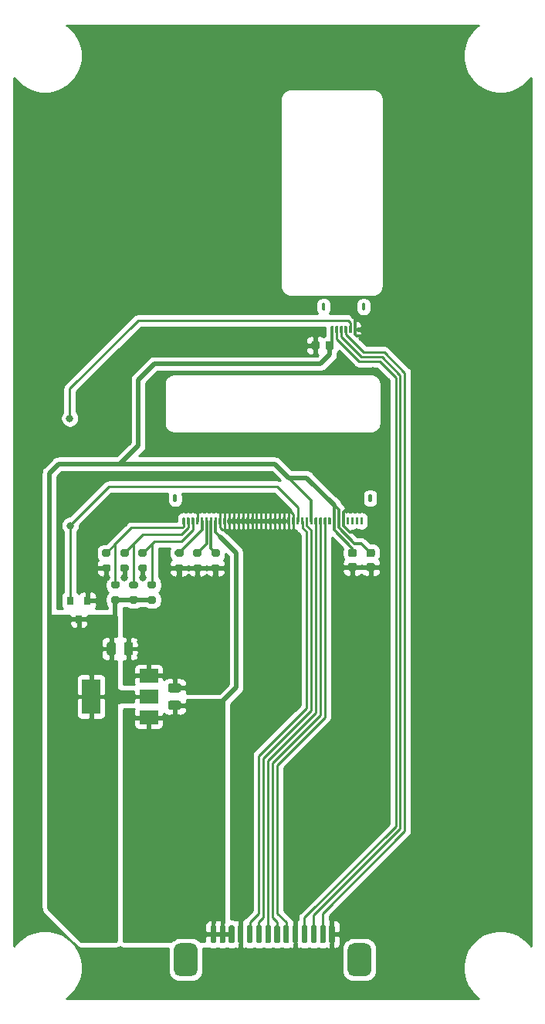
<source format=gbr>
%TF.GenerationSoftware,KiCad,Pcbnew,5.1.10*%
%TF.CreationDate,2021-12-05T17:02:08-05:00*%
%TF.ProjectId,display,64697370-6c61-4792-9e6b-696361645f70,v1.0*%
%TF.SameCoordinates,Original*%
%TF.FileFunction,Copper,L2,Bot*%
%TF.FilePolarity,Positive*%
%FSLAX46Y46*%
G04 Gerber Fmt 4.6, Leading zero omitted, Abs format (unit mm)*
G04 Created by KiCad (PCBNEW 5.1.10) date 2021-12-05 17:02:08*
%MOMM*%
%LPD*%
G01*
G04 APERTURE LIST*
%TA.AperFunction,SMDPad,CuDef*%
%ADD10R,2.000000X1.500000*%
%TD*%
%TA.AperFunction,SMDPad,CuDef*%
%ADD11R,2.000000X3.800000*%
%TD*%
%TA.AperFunction,SMDPad,CuDef*%
%ADD12R,0.800000X0.900000*%
%TD*%
%TA.AperFunction,ViaPad*%
%ADD13C,0.800000*%
%TD*%
%TA.AperFunction,Conductor*%
%ADD14C,0.300000*%
%TD*%
%TA.AperFunction,Conductor*%
%ADD15C,0.500000*%
%TD*%
%TA.AperFunction,Conductor*%
%ADD16C,0.250000*%
%TD*%
%TA.AperFunction,Conductor*%
%ADD17C,0.100000*%
%TD*%
G04 APERTURE END LIST*
%TO.P,C1,2*%
%TO.N,GND*%
%TA.AperFunction,SMDPad,CuDef*%
G36*
G01*
X230500000Y-135600000D02*
X231000000Y-135600000D01*
G75*
G02*
X231225000Y-135825000I0J-225000D01*
G01*
X231225000Y-136275000D01*
G75*
G02*
X231000000Y-136500000I-225000J0D01*
G01*
X230500000Y-136500000D01*
G75*
G02*
X230275000Y-136275000I0J225000D01*
G01*
X230275000Y-135825000D01*
G75*
G02*
X230500000Y-135600000I225000J0D01*
G01*
G37*
%TD.AperFunction*%
%TO.P,C1,1*%
%TO.N,+3V3*%
%TA.AperFunction,SMDPad,CuDef*%
G36*
G01*
X230500000Y-134050000D02*
X231000000Y-134050000D01*
G75*
G02*
X231225000Y-134275000I0J-225000D01*
G01*
X231225000Y-134725000D01*
G75*
G02*
X231000000Y-134950000I-225000J0D01*
G01*
X230500000Y-134950000D01*
G75*
G02*
X230275000Y-134725000I0J225000D01*
G01*
X230275000Y-134275000D01*
G75*
G02*
X230500000Y-134050000I225000J0D01*
G01*
G37*
%TD.AperFunction*%
%TD*%
%TO.P,C2,2*%
%TO.N,GND*%
%TA.AperFunction,SMDPad,CuDef*%
G36*
G01*
X228500000Y-135600000D02*
X229000000Y-135600000D01*
G75*
G02*
X229225000Y-135825000I0J-225000D01*
G01*
X229225000Y-136275000D01*
G75*
G02*
X229000000Y-136500000I-225000J0D01*
G01*
X228500000Y-136500000D01*
G75*
G02*
X228275000Y-136275000I0J225000D01*
G01*
X228275000Y-135825000D01*
G75*
G02*
X228500000Y-135600000I225000J0D01*
G01*
G37*
%TD.AperFunction*%
%TO.P,C2,1*%
%TO.N,+3V3*%
%TA.AperFunction,SMDPad,CuDef*%
G36*
G01*
X228500000Y-134050000D02*
X229000000Y-134050000D01*
G75*
G02*
X229225000Y-134275000I0J-225000D01*
G01*
X229225000Y-134725000D01*
G75*
G02*
X229000000Y-134950000I-225000J0D01*
G01*
X228500000Y-134950000D01*
G75*
G02*
X228275000Y-134725000I0J225000D01*
G01*
X228275000Y-134275000D01*
G75*
G02*
X228500000Y-134050000I225000J0D01*
G01*
G37*
%TD.AperFunction*%
%TD*%
%TO.P,C3,2*%
%TO.N,GND*%
%TA.AperFunction,SMDPad,CuDef*%
G36*
G01*
X209725000Y-149800000D02*
X208775000Y-149800000D01*
G75*
G02*
X208525000Y-149550000I0J250000D01*
G01*
X208525000Y-149050000D01*
G75*
G02*
X208775000Y-148800000I250000J0D01*
G01*
X209725000Y-148800000D01*
G75*
G02*
X209975000Y-149050000I0J-250000D01*
G01*
X209975000Y-149550000D01*
G75*
G02*
X209725000Y-149800000I-250000J0D01*
G01*
G37*
%TD.AperFunction*%
%TO.P,C3,1*%
%TO.N,+5V*%
%TA.AperFunction,SMDPad,CuDef*%
G36*
G01*
X209725000Y-151700000D02*
X208775000Y-151700000D01*
G75*
G02*
X208525000Y-151450000I0J250000D01*
G01*
X208525000Y-150950000D01*
G75*
G02*
X208775000Y-150700000I250000J0D01*
G01*
X209725000Y-150700000D01*
G75*
G02*
X209975000Y-150950000I0J-250000D01*
G01*
X209975000Y-151450000D01*
G75*
G02*
X209725000Y-151700000I-250000J0D01*
G01*
G37*
%TD.AperFunction*%
%TD*%
%TO.P,C4,2*%
%TO.N,GND*%
%TA.AperFunction,SMDPad,CuDef*%
G36*
G01*
X203700000Y-145475000D02*
X203700000Y-144525000D01*
G75*
G02*
X203950000Y-144275000I250000J0D01*
G01*
X204450000Y-144275000D01*
G75*
G02*
X204700000Y-144525000I0J-250000D01*
G01*
X204700000Y-145475000D01*
G75*
G02*
X204450000Y-145725000I-250000J0D01*
G01*
X203950000Y-145725000D01*
G75*
G02*
X203700000Y-145475000I0J250000D01*
G01*
G37*
%TD.AperFunction*%
%TO.P,C4,1*%
%TO.N,+3V3*%
%TA.AperFunction,SMDPad,CuDef*%
G36*
G01*
X201800000Y-145475000D02*
X201800000Y-144525000D01*
G75*
G02*
X202050000Y-144275000I250000J0D01*
G01*
X202550000Y-144275000D01*
G75*
G02*
X202800000Y-144525000I0J-250000D01*
G01*
X202800000Y-145475000D01*
G75*
G02*
X202550000Y-145725000I-250000J0D01*
G01*
X202050000Y-145725000D01*
G75*
G02*
X201800000Y-145475000I0J250000D01*
G01*
G37*
%TD.AperFunction*%
%TD*%
%TO.P,C5,2*%
%TO.N,GND*%
%TA.AperFunction,SMDPad,CuDef*%
G36*
G01*
X225150000Y-111500000D02*
X225150000Y-112000000D01*
G75*
G02*
X224925000Y-112225000I-225000J0D01*
G01*
X224475000Y-112225000D01*
G75*
G02*
X224250000Y-112000000I0J225000D01*
G01*
X224250000Y-111500000D01*
G75*
G02*
X224475000Y-111275000I225000J0D01*
G01*
X224925000Y-111275000D01*
G75*
G02*
X225150000Y-111500000I0J-225000D01*
G01*
G37*
%TD.AperFunction*%
%TO.P,C5,1*%
%TO.N,+3V3*%
%TA.AperFunction,SMDPad,CuDef*%
G36*
G01*
X226700000Y-111500000D02*
X226700000Y-112000000D01*
G75*
G02*
X226475000Y-112225000I-225000J0D01*
G01*
X226025000Y-112225000D01*
G75*
G02*
X225800000Y-112000000I0J225000D01*
G01*
X225800000Y-111500000D01*
G75*
G02*
X226025000Y-111275000I225000J0D01*
G01*
X226475000Y-111275000D01*
G75*
G02*
X226700000Y-111500000I0J-225000D01*
G01*
G37*
%TD.AperFunction*%
%TD*%
%TO.P,J1,1*%
%TO.N,GND*%
%TA.AperFunction,SMDPad,CuDef*%
G36*
G01*
X226805000Y-175452500D02*
X226805000Y-177147500D01*
G75*
G02*
X226652500Y-177300000I-152500J0D01*
G01*
X226347500Y-177300000D01*
G75*
G02*
X226195000Y-177147500I0J152500D01*
G01*
X226195000Y-175452500D01*
G75*
G02*
X226347500Y-175300000I152500J0D01*
G01*
X226652500Y-175300000D01*
G75*
G02*
X226805000Y-175452500I0J-152500D01*
G01*
G37*
%TD.AperFunction*%
%TO.P,J1,2*%
%TO.N,/~CTP_INT*%
%TA.AperFunction,SMDPad,CuDef*%
G36*
G01*
X225805000Y-175452500D02*
X225805000Y-177147500D01*
G75*
G02*
X225652500Y-177300000I-152500J0D01*
G01*
X225347500Y-177300000D01*
G75*
G02*
X225195000Y-177147500I0J152500D01*
G01*
X225195000Y-175452500D01*
G75*
G02*
X225347500Y-175300000I152500J0D01*
G01*
X225652500Y-175300000D01*
G75*
G02*
X225805000Y-175452500I0J-152500D01*
G01*
G37*
%TD.AperFunction*%
%TO.P,J1,3*%
%TO.N,/I2C_SCL*%
%TA.AperFunction,SMDPad,CuDef*%
G36*
G01*
X224805000Y-175452500D02*
X224805000Y-177147500D01*
G75*
G02*
X224652500Y-177300000I-152500J0D01*
G01*
X224347500Y-177300000D01*
G75*
G02*
X224195000Y-177147500I0J152500D01*
G01*
X224195000Y-175452500D01*
G75*
G02*
X224347500Y-175300000I152500J0D01*
G01*
X224652500Y-175300000D01*
G75*
G02*
X224805000Y-175452500I0J-152500D01*
G01*
G37*
%TD.AperFunction*%
%TO.P,J1,4*%
%TO.N,/I2C_SDA*%
%TA.AperFunction,SMDPad,CuDef*%
G36*
G01*
X223805000Y-175452500D02*
X223805000Y-177147500D01*
G75*
G02*
X223652500Y-177300000I-152500J0D01*
G01*
X223347500Y-177300000D01*
G75*
G02*
X223195000Y-177147500I0J152500D01*
G01*
X223195000Y-175452500D01*
G75*
G02*
X223347500Y-175300000I152500J0D01*
G01*
X223652500Y-175300000D01*
G75*
G02*
X223805000Y-175452500I0J-152500D01*
G01*
G37*
%TD.AperFunction*%
%TO.P,J1,5*%
%TO.N,GND*%
%TA.AperFunction,SMDPad,CuDef*%
G36*
G01*
X222805000Y-175452500D02*
X222805000Y-177147500D01*
G75*
G02*
X222652500Y-177300000I-152500J0D01*
G01*
X222347500Y-177300000D01*
G75*
G02*
X222195000Y-177147500I0J152500D01*
G01*
X222195000Y-175452500D01*
G75*
G02*
X222347500Y-175300000I152500J0D01*
G01*
X222652500Y-175300000D01*
G75*
G02*
X222805000Y-175452500I0J-152500D01*
G01*
G37*
%TD.AperFunction*%
%TO.P,J1,6*%
%TO.N,/~SPI_CS*%
%TA.AperFunction,SMDPad,CuDef*%
G36*
G01*
X221805000Y-175452500D02*
X221805000Y-177147500D01*
G75*
G02*
X221652500Y-177300000I-152500J0D01*
G01*
X221347500Y-177300000D01*
G75*
G02*
X221195000Y-177147500I0J152500D01*
G01*
X221195000Y-175452500D01*
G75*
G02*
X221347500Y-175300000I152500J0D01*
G01*
X221652500Y-175300000D01*
G75*
G02*
X221805000Y-175452500I0J-152500D01*
G01*
G37*
%TD.AperFunction*%
%TO.P,J1,7*%
%TO.N,/SPI_SCK*%
%TA.AperFunction,SMDPad,CuDef*%
G36*
G01*
X220805000Y-175452500D02*
X220805000Y-177147500D01*
G75*
G02*
X220652500Y-177300000I-152500J0D01*
G01*
X220347500Y-177300000D01*
G75*
G02*
X220195000Y-177147500I0J152500D01*
G01*
X220195000Y-175452500D01*
G75*
G02*
X220347500Y-175300000I152500J0D01*
G01*
X220652500Y-175300000D01*
G75*
G02*
X220805000Y-175452500I0J-152500D01*
G01*
G37*
%TD.AperFunction*%
%TO.P,J1,MP*%
%TO.N,N/C*%
%TA.AperFunction,SMDPad,CuDef*%
G36*
G01*
X230830000Y-177950000D02*
X230830000Y-180250000D01*
G75*
G02*
X230180000Y-180900000I-650000J0D01*
G01*
X228880000Y-180900000D01*
G75*
G02*
X228230000Y-180250000I0J650000D01*
G01*
X228230000Y-177950000D01*
G75*
G02*
X228880000Y-177300000I650000J0D01*
G01*
X230180000Y-177300000D01*
G75*
G02*
X230830000Y-177950000I0J-650000D01*
G01*
G37*
%TD.AperFunction*%
%TO.P,J1,8*%
%TO.N,/LCD_DC*%
%TA.AperFunction,SMDPad,CuDef*%
G36*
G01*
X219805000Y-175452500D02*
X219805000Y-177147500D01*
G75*
G02*
X219652500Y-177300000I-152500J0D01*
G01*
X219347500Y-177300000D01*
G75*
G02*
X219195000Y-177147500I0J152500D01*
G01*
X219195000Y-175452500D01*
G75*
G02*
X219347500Y-175300000I152500J0D01*
G01*
X219652500Y-175300000D01*
G75*
G02*
X219805000Y-175452500I0J-152500D01*
G01*
G37*
%TD.AperFunction*%
%TO.P,J1,9*%
%TO.N,/SPI_MOSI*%
%TA.AperFunction,SMDPad,CuDef*%
G36*
G01*
X218805000Y-175452500D02*
X218805000Y-177147500D01*
G75*
G02*
X218652500Y-177300000I-152500J0D01*
G01*
X218347500Y-177300000D01*
G75*
G02*
X218195000Y-177147500I0J152500D01*
G01*
X218195000Y-175452500D01*
G75*
G02*
X218347500Y-175300000I152500J0D01*
G01*
X218652500Y-175300000D01*
G75*
G02*
X218805000Y-175452500I0J-152500D01*
G01*
G37*
%TD.AperFunction*%
%TO.P,J1,10*%
%TO.N,/SPI_MISO*%
%TA.AperFunction,SMDPad,CuDef*%
G36*
G01*
X217805000Y-175452500D02*
X217805000Y-177147500D01*
G75*
G02*
X217652500Y-177300000I-152500J0D01*
G01*
X217347500Y-177300000D01*
G75*
G02*
X217195000Y-177147500I0J152500D01*
G01*
X217195000Y-175452500D01*
G75*
G02*
X217347500Y-175300000I152500J0D01*
G01*
X217652500Y-175300000D01*
G75*
G02*
X217805000Y-175452500I0J-152500D01*
G01*
G37*
%TD.AperFunction*%
%TO.P,J1,11*%
%TO.N,GND*%
%TA.AperFunction,SMDPad,CuDef*%
G36*
G01*
X216805000Y-175452500D02*
X216805000Y-177147500D01*
G75*
G02*
X216652500Y-177300000I-152500J0D01*
G01*
X216347500Y-177300000D01*
G75*
G02*
X216195000Y-177147500I0J152500D01*
G01*
X216195000Y-175452500D01*
G75*
G02*
X216347500Y-175300000I152500J0D01*
G01*
X216652500Y-175300000D01*
G75*
G02*
X216805000Y-175452500I0J-152500D01*
G01*
G37*
%TD.AperFunction*%
%TO.P,J1,12*%
%TO.N,+5V*%
%TA.AperFunction,SMDPad,CuDef*%
G36*
G01*
X215805000Y-175452500D02*
X215805000Y-177147500D01*
G75*
G02*
X215652500Y-177300000I-152500J0D01*
G01*
X215347500Y-177300000D01*
G75*
G02*
X215195000Y-177147500I0J152500D01*
G01*
X215195000Y-175452500D01*
G75*
G02*
X215347500Y-175300000I152500J0D01*
G01*
X215652500Y-175300000D01*
G75*
G02*
X215805000Y-175452500I0J-152500D01*
G01*
G37*
%TD.AperFunction*%
%TO.P,J1,13*%
%TA.AperFunction,SMDPad,CuDef*%
G36*
G01*
X214805000Y-175452500D02*
X214805000Y-177147500D01*
G75*
G02*
X214652500Y-177300000I-152500J0D01*
G01*
X214347500Y-177300000D01*
G75*
G02*
X214195000Y-177147500I0J152500D01*
G01*
X214195000Y-175452500D01*
G75*
G02*
X214347500Y-175300000I152500J0D01*
G01*
X214652500Y-175300000D01*
G75*
G02*
X214805000Y-175452500I0J-152500D01*
G01*
G37*
%TD.AperFunction*%
%TO.P,J1,14*%
%TA.AperFunction,SMDPad,CuDef*%
G36*
G01*
X213805000Y-175452500D02*
X213805000Y-177147500D01*
G75*
G02*
X213652500Y-177300000I-152500J0D01*
G01*
X213347500Y-177300000D01*
G75*
G02*
X213195000Y-177147500I0J152500D01*
G01*
X213195000Y-175452500D01*
G75*
G02*
X213347500Y-175300000I152500J0D01*
G01*
X213652500Y-175300000D01*
G75*
G02*
X213805000Y-175452500I0J-152500D01*
G01*
G37*
%TD.AperFunction*%
%TO.P,J1,MP*%
%TO.N,N/C*%
%TA.AperFunction,SMDPad,CuDef*%
G36*
G01*
X211770000Y-177950000D02*
X211770000Y-180250000D01*
G75*
G02*
X211120000Y-180900000I-650000J0D01*
G01*
X209820000Y-180900000D01*
G75*
G02*
X209170000Y-180250000I0J650000D01*
G01*
X209170000Y-177950000D01*
G75*
G02*
X209820000Y-177300000I650000J0D01*
G01*
X211120000Y-177300000D01*
G75*
G02*
X211770000Y-177950000I0J-650000D01*
G01*
G37*
%TD.AperFunction*%
%TD*%
%TO.P,J2,MP*%
%TO.N,N/C*%
%TA.AperFunction,SMDPad,CuDef*%
G36*
G01*
X230500000Y-128800000D02*
X230500000Y-128200000D01*
G75*
G02*
X230600000Y-128100000I100000J0D01*
G01*
X230800000Y-128100000D01*
G75*
G02*
X230900000Y-128200000I0J-100000D01*
G01*
X230900000Y-128800000D01*
G75*
G02*
X230800000Y-128900000I-100000J0D01*
G01*
X230600000Y-128900000D01*
G75*
G02*
X230500000Y-128800000I0J100000D01*
G01*
G37*
%TD.AperFunction*%
%TA.AperFunction,SMDPad,CuDef*%
G36*
G01*
X209100000Y-128800000D02*
X209100000Y-128200000D01*
G75*
G02*
X209200000Y-128100000I100000J0D01*
G01*
X209400000Y-128100000D01*
G75*
G02*
X209500000Y-128200000I0J-100000D01*
G01*
X209500000Y-128800000D01*
G75*
G02*
X209400000Y-128900000I-100000J0D01*
G01*
X209200000Y-128900000D01*
G75*
G02*
X209100000Y-128800000I0J100000D01*
G01*
G37*
%TD.AperFunction*%
%TO.P,J2,40*%
%TA.AperFunction,SMDPad,CuDef*%
G36*
G01*
X229600000Y-131325000D02*
X229600000Y-130675000D01*
G75*
G02*
X229675000Y-130600000I75000J0D01*
G01*
X229825000Y-130600000D01*
G75*
G02*
X229900000Y-130675000I0J-75000D01*
G01*
X229900000Y-131325000D01*
G75*
G02*
X229825000Y-131400000I-75000J0D01*
G01*
X229675000Y-131400000D01*
G75*
G02*
X229600000Y-131325000I0J75000D01*
G01*
G37*
%TD.AperFunction*%
%TO.P,J2,39*%
%TA.AperFunction,SMDPad,CuDef*%
G36*
G01*
X229100000Y-131325000D02*
X229100000Y-130675000D01*
G75*
G02*
X229175000Y-130600000I75000J0D01*
G01*
X229325000Y-130600000D01*
G75*
G02*
X229400000Y-130675000I0J-75000D01*
G01*
X229400000Y-131325000D01*
G75*
G02*
X229325000Y-131400000I-75000J0D01*
G01*
X229175000Y-131400000D01*
G75*
G02*
X229100000Y-131325000I0J75000D01*
G01*
G37*
%TD.AperFunction*%
%TO.P,J2,38*%
%TA.AperFunction,SMDPad,CuDef*%
G36*
G01*
X228600000Y-131325000D02*
X228600000Y-130675000D01*
G75*
G02*
X228675000Y-130600000I75000J0D01*
G01*
X228825000Y-130600000D01*
G75*
G02*
X228900000Y-130675000I0J-75000D01*
G01*
X228900000Y-131325000D01*
G75*
G02*
X228825000Y-131400000I-75000J0D01*
G01*
X228675000Y-131400000D01*
G75*
G02*
X228600000Y-131325000I0J75000D01*
G01*
G37*
%TD.AperFunction*%
%TO.P,J2,37*%
%TA.AperFunction,SMDPad,CuDef*%
G36*
G01*
X228100000Y-131325000D02*
X228100000Y-130675000D01*
G75*
G02*
X228175000Y-130600000I75000J0D01*
G01*
X228325000Y-130600000D01*
G75*
G02*
X228400000Y-130675000I0J-75000D01*
G01*
X228400000Y-131325000D01*
G75*
G02*
X228325000Y-131400000I-75000J0D01*
G01*
X228175000Y-131400000D01*
G75*
G02*
X228100000Y-131325000I0J75000D01*
G01*
G37*
%TD.AperFunction*%
%TO.P,J2,36*%
%TO.N,GND*%
%TA.AperFunction,SMDPad,CuDef*%
G36*
G01*
X227600000Y-131325000D02*
X227600000Y-130675000D01*
G75*
G02*
X227675000Y-130600000I75000J0D01*
G01*
X227825000Y-130600000D01*
G75*
G02*
X227900000Y-130675000I0J-75000D01*
G01*
X227900000Y-131325000D01*
G75*
G02*
X227825000Y-131400000I-75000J0D01*
G01*
X227675000Y-131400000D01*
G75*
G02*
X227600000Y-131325000I0J75000D01*
G01*
G37*
%TD.AperFunction*%
%TO.P,J2,35*%
%TO.N,+3V3*%
%TA.AperFunction,SMDPad,CuDef*%
G36*
G01*
X227100000Y-131325000D02*
X227100000Y-130675000D01*
G75*
G02*
X227175000Y-130600000I75000J0D01*
G01*
X227325000Y-130600000D01*
G75*
G02*
X227400000Y-130675000I0J-75000D01*
G01*
X227400000Y-131325000D01*
G75*
G02*
X227325000Y-131400000I-75000J0D01*
G01*
X227175000Y-131400000D01*
G75*
G02*
X227100000Y-131325000I0J75000D01*
G01*
G37*
%TD.AperFunction*%
%TO.P,J2,34*%
%TA.AperFunction,SMDPad,CuDef*%
G36*
G01*
X226600000Y-131325000D02*
X226600000Y-130675000D01*
G75*
G02*
X226675000Y-130600000I75000J0D01*
G01*
X226825000Y-130600000D01*
G75*
G02*
X226900000Y-130675000I0J-75000D01*
G01*
X226900000Y-131325000D01*
G75*
G02*
X226825000Y-131400000I-75000J0D01*
G01*
X226675000Y-131400000D01*
G75*
G02*
X226600000Y-131325000I0J75000D01*
G01*
G37*
%TD.AperFunction*%
%TO.P,J2,33*%
%TO.N,N/C*%
%TA.AperFunction,SMDPad,CuDef*%
G36*
G01*
X226100000Y-131325000D02*
X226100000Y-130675000D01*
G75*
G02*
X226175000Y-130600000I75000J0D01*
G01*
X226325000Y-130600000D01*
G75*
G02*
X226400000Y-130675000I0J-75000D01*
G01*
X226400000Y-131325000D01*
G75*
G02*
X226325000Y-131400000I-75000J0D01*
G01*
X226175000Y-131400000D01*
G75*
G02*
X226100000Y-131325000I0J75000D01*
G01*
G37*
%TD.AperFunction*%
%TO.P,J2,32*%
%TO.N,/~SPI_CS*%
%TA.AperFunction,SMDPad,CuDef*%
G36*
G01*
X225600000Y-131325000D02*
X225600000Y-130675000D01*
G75*
G02*
X225675000Y-130600000I75000J0D01*
G01*
X225825000Y-130600000D01*
G75*
G02*
X225900000Y-130675000I0J-75000D01*
G01*
X225900000Y-131325000D01*
G75*
G02*
X225825000Y-131400000I-75000J0D01*
G01*
X225675000Y-131400000D01*
G75*
G02*
X225600000Y-131325000I0J75000D01*
G01*
G37*
%TD.AperFunction*%
%TO.P,J2,31*%
%TO.N,/SPI_SCK*%
%TA.AperFunction,SMDPad,CuDef*%
G36*
G01*
X225100000Y-131325000D02*
X225100000Y-130675000D01*
G75*
G02*
X225175000Y-130600000I75000J0D01*
G01*
X225325000Y-130600000D01*
G75*
G02*
X225400000Y-130675000I0J-75000D01*
G01*
X225400000Y-131325000D01*
G75*
G02*
X225325000Y-131400000I-75000J0D01*
G01*
X225175000Y-131400000D01*
G75*
G02*
X225100000Y-131325000I0J75000D01*
G01*
G37*
%TD.AperFunction*%
%TO.P,J2,30*%
%TO.N,/LCD_DC*%
%TA.AperFunction,SMDPad,CuDef*%
G36*
G01*
X224600000Y-131325000D02*
X224600000Y-130675000D01*
G75*
G02*
X224675000Y-130600000I75000J0D01*
G01*
X224825000Y-130600000D01*
G75*
G02*
X224900000Y-130675000I0J-75000D01*
G01*
X224900000Y-131325000D01*
G75*
G02*
X224825000Y-131400000I-75000J0D01*
G01*
X224675000Y-131400000D01*
G75*
G02*
X224600000Y-131325000I0J75000D01*
G01*
G37*
%TD.AperFunction*%
%TO.P,J2,29*%
%TO.N,+3V3*%
%TA.AperFunction,SMDPad,CuDef*%
G36*
G01*
X224100000Y-131325000D02*
X224100000Y-130675000D01*
G75*
G02*
X224175000Y-130600000I75000J0D01*
G01*
X224325000Y-130600000D01*
G75*
G02*
X224400000Y-130675000I0J-75000D01*
G01*
X224400000Y-131325000D01*
G75*
G02*
X224325000Y-131400000I-75000J0D01*
G01*
X224175000Y-131400000D01*
G75*
G02*
X224100000Y-131325000I0J75000D01*
G01*
G37*
%TD.AperFunction*%
%TO.P,J2,28*%
%TO.N,/SPI_MOSI*%
%TA.AperFunction,SMDPad,CuDef*%
G36*
G01*
X223600000Y-131325000D02*
X223600000Y-130675000D01*
G75*
G02*
X223675000Y-130600000I75000J0D01*
G01*
X223825000Y-130600000D01*
G75*
G02*
X223900000Y-130675000I0J-75000D01*
G01*
X223900000Y-131325000D01*
G75*
G02*
X223825000Y-131400000I-75000J0D01*
G01*
X223675000Y-131400000D01*
G75*
G02*
X223600000Y-131325000I0J75000D01*
G01*
G37*
%TD.AperFunction*%
%TO.P,J2,27*%
%TO.N,/SPI_MISO*%
%TA.AperFunction,SMDPad,CuDef*%
G36*
G01*
X223100000Y-131325000D02*
X223100000Y-130675000D01*
G75*
G02*
X223175000Y-130600000I75000J0D01*
G01*
X223325000Y-130600000D01*
G75*
G02*
X223400000Y-130675000I0J-75000D01*
G01*
X223400000Y-131325000D01*
G75*
G02*
X223325000Y-131400000I-75000J0D01*
G01*
X223175000Y-131400000D01*
G75*
G02*
X223100000Y-131325000I0J75000D01*
G01*
G37*
%TD.AperFunction*%
%TO.P,J2,26*%
%TO.N,/~RESET*%
%TA.AperFunction,SMDPad,CuDef*%
G36*
G01*
X222600000Y-131325000D02*
X222600000Y-130675000D01*
G75*
G02*
X222675000Y-130600000I75000J0D01*
G01*
X222825000Y-130600000D01*
G75*
G02*
X222900000Y-130675000I0J-75000D01*
G01*
X222900000Y-131325000D01*
G75*
G02*
X222825000Y-131400000I-75000J0D01*
G01*
X222675000Y-131400000D01*
G75*
G02*
X222600000Y-131325000I0J75000D01*
G01*
G37*
%TD.AperFunction*%
%TO.P,J2,25*%
%TO.N,GND*%
%TA.AperFunction,SMDPad,CuDef*%
G36*
G01*
X222100000Y-131325000D02*
X222100000Y-130675000D01*
G75*
G02*
X222175000Y-130600000I75000J0D01*
G01*
X222325000Y-130600000D01*
G75*
G02*
X222400000Y-130675000I0J-75000D01*
G01*
X222400000Y-131325000D01*
G75*
G02*
X222325000Y-131400000I-75000J0D01*
G01*
X222175000Y-131400000D01*
G75*
G02*
X222100000Y-131325000I0J75000D01*
G01*
G37*
%TD.AperFunction*%
%TO.P,J2,24*%
%TA.AperFunction,SMDPad,CuDef*%
G36*
G01*
X221600000Y-131325000D02*
X221600000Y-130675000D01*
G75*
G02*
X221675000Y-130600000I75000J0D01*
G01*
X221825000Y-130600000D01*
G75*
G02*
X221900000Y-130675000I0J-75000D01*
G01*
X221900000Y-131325000D01*
G75*
G02*
X221825000Y-131400000I-75000J0D01*
G01*
X221675000Y-131400000D01*
G75*
G02*
X221600000Y-131325000I0J75000D01*
G01*
G37*
%TD.AperFunction*%
%TO.P,J2,23*%
%TA.AperFunction,SMDPad,CuDef*%
G36*
G01*
X221100000Y-131325000D02*
X221100000Y-130675000D01*
G75*
G02*
X221175000Y-130600000I75000J0D01*
G01*
X221325000Y-130600000D01*
G75*
G02*
X221400000Y-130675000I0J-75000D01*
G01*
X221400000Y-131325000D01*
G75*
G02*
X221325000Y-131400000I-75000J0D01*
G01*
X221175000Y-131400000D01*
G75*
G02*
X221100000Y-131325000I0J75000D01*
G01*
G37*
%TD.AperFunction*%
%TO.P,J2,22*%
%TA.AperFunction,SMDPad,CuDef*%
G36*
G01*
X220600000Y-131325000D02*
X220600000Y-130675000D01*
G75*
G02*
X220675000Y-130600000I75000J0D01*
G01*
X220825000Y-130600000D01*
G75*
G02*
X220900000Y-130675000I0J-75000D01*
G01*
X220900000Y-131325000D01*
G75*
G02*
X220825000Y-131400000I-75000J0D01*
G01*
X220675000Y-131400000D01*
G75*
G02*
X220600000Y-131325000I0J75000D01*
G01*
G37*
%TD.AperFunction*%
%TO.P,J2,21*%
%TA.AperFunction,SMDPad,CuDef*%
G36*
G01*
X220100000Y-131325000D02*
X220100000Y-130675000D01*
G75*
G02*
X220175000Y-130600000I75000J0D01*
G01*
X220325000Y-130600000D01*
G75*
G02*
X220400000Y-130675000I0J-75000D01*
G01*
X220400000Y-131325000D01*
G75*
G02*
X220325000Y-131400000I-75000J0D01*
G01*
X220175000Y-131400000D01*
G75*
G02*
X220100000Y-131325000I0J75000D01*
G01*
G37*
%TD.AperFunction*%
%TO.P,J2,20*%
%TA.AperFunction,SMDPad,CuDef*%
G36*
G01*
X219600000Y-131325000D02*
X219600000Y-130675000D01*
G75*
G02*
X219675000Y-130600000I75000J0D01*
G01*
X219825000Y-130600000D01*
G75*
G02*
X219900000Y-130675000I0J-75000D01*
G01*
X219900000Y-131325000D01*
G75*
G02*
X219825000Y-131400000I-75000J0D01*
G01*
X219675000Y-131400000D01*
G75*
G02*
X219600000Y-131325000I0J75000D01*
G01*
G37*
%TD.AperFunction*%
%TO.P,J2,19*%
%TA.AperFunction,SMDPad,CuDef*%
G36*
G01*
X219100000Y-131325000D02*
X219100000Y-130675000D01*
G75*
G02*
X219175000Y-130600000I75000J0D01*
G01*
X219325000Y-130600000D01*
G75*
G02*
X219400000Y-130675000I0J-75000D01*
G01*
X219400000Y-131325000D01*
G75*
G02*
X219325000Y-131400000I-75000J0D01*
G01*
X219175000Y-131400000D01*
G75*
G02*
X219100000Y-131325000I0J75000D01*
G01*
G37*
%TD.AperFunction*%
%TO.P,J2,18*%
%TA.AperFunction,SMDPad,CuDef*%
G36*
G01*
X218600000Y-131325000D02*
X218600000Y-130675000D01*
G75*
G02*
X218675000Y-130600000I75000J0D01*
G01*
X218825000Y-130600000D01*
G75*
G02*
X218900000Y-130675000I0J-75000D01*
G01*
X218900000Y-131325000D01*
G75*
G02*
X218825000Y-131400000I-75000J0D01*
G01*
X218675000Y-131400000D01*
G75*
G02*
X218600000Y-131325000I0J75000D01*
G01*
G37*
%TD.AperFunction*%
%TO.P,J2,17*%
%TA.AperFunction,SMDPad,CuDef*%
G36*
G01*
X218100000Y-131325000D02*
X218100000Y-130675000D01*
G75*
G02*
X218175000Y-130600000I75000J0D01*
G01*
X218325000Y-130600000D01*
G75*
G02*
X218400000Y-130675000I0J-75000D01*
G01*
X218400000Y-131325000D01*
G75*
G02*
X218325000Y-131400000I-75000J0D01*
G01*
X218175000Y-131400000D01*
G75*
G02*
X218100000Y-131325000I0J75000D01*
G01*
G37*
%TD.AperFunction*%
%TO.P,J2,16*%
%TA.AperFunction,SMDPad,CuDef*%
G36*
G01*
X217600000Y-131325000D02*
X217600000Y-130675000D01*
G75*
G02*
X217675000Y-130600000I75000J0D01*
G01*
X217825000Y-130600000D01*
G75*
G02*
X217900000Y-130675000I0J-75000D01*
G01*
X217900000Y-131325000D01*
G75*
G02*
X217825000Y-131400000I-75000J0D01*
G01*
X217675000Y-131400000D01*
G75*
G02*
X217600000Y-131325000I0J75000D01*
G01*
G37*
%TD.AperFunction*%
%TO.P,J2,15*%
%TA.AperFunction,SMDPad,CuDef*%
G36*
G01*
X217100000Y-131325000D02*
X217100000Y-130675000D01*
G75*
G02*
X217175000Y-130600000I75000J0D01*
G01*
X217325000Y-130600000D01*
G75*
G02*
X217400000Y-130675000I0J-75000D01*
G01*
X217400000Y-131325000D01*
G75*
G02*
X217325000Y-131400000I-75000J0D01*
G01*
X217175000Y-131400000D01*
G75*
G02*
X217100000Y-131325000I0J75000D01*
G01*
G37*
%TD.AperFunction*%
%TO.P,J2,14*%
%TA.AperFunction,SMDPad,CuDef*%
G36*
G01*
X216600000Y-131325000D02*
X216600000Y-130675000D01*
G75*
G02*
X216675000Y-130600000I75000J0D01*
G01*
X216825000Y-130600000D01*
G75*
G02*
X216900000Y-130675000I0J-75000D01*
G01*
X216900000Y-131325000D01*
G75*
G02*
X216825000Y-131400000I-75000J0D01*
G01*
X216675000Y-131400000D01*
G75*
G02*
X216600000Y-131325000I0J75000D01*
G01*
G37*
%TD.AperFunction*%
%TO.P,J2,13*%
%TA.AperFunction,SMDPad,CuDef*%
G36*
G01*
X216100000Y-131325000D02*
X216100000Y-130675000D01*
G75*
G02*
X216175000Y-130600000I75000J0D01*
G01*
X216325000Y-130600000D01*
G75*
G02*
X216400000Y-130675000I0J-75000D01*
G01*
X216400000Y-131325000D01*
G75*
G02*
X216325000Y-131400000I-75000J0D01*
G01*
X216175000Y-131400000D01*
G75*
G02*
X216100000Y-131325000I0J75000D01*
G01*
G37*
%TD.AperFunction*%
%TO.P,J2,12*%
%TA.AperFunction,SMDPad,CuDef*%
G36*
G01*
X215600000Y-131325000D02*
X215600000Y-130675000D01*
G75*
G02*
X215675000Y-130600000I75000J0D01*
G01*
X215825000Y-130600000D01*
G75*
G02*
X215900000Y-130675000I0J-75000D01*
G01*
X215900000Y-131325000D01*
G75*
G02*
X215825000Y-131400000I-75000J0D01*
G01*
X215675000Y-131400000D01*
G75*
G02*
X215600000Y-131325000I0J75000D01*
G01*
G37*
%TD.AperFunction*%
%TO.P,J2,11*%
%TA.AperFunction,SMDPad,CuDef*%
G36*
G01*
X215100000Y-131325000D02*
X215100000Y-130675000D01*
G75*
G02*
X215175000Y-130600000I75000J0D01*
G01*
X215325000Y-130600000D01*
G75*
G02*
X215400000Y-130675000I0J-75000D01*
G01*
X215400000Y-131325000D01*
G75*
G02*
X215325000Y-131400000I-75000J0D01*
G01*
X215175000Y-131400000D01*
G75*
G02*
X215100000Y-131325000I0J75000D01*
G01*
G37*
%TD.AperFunction*%
%TO.P,J2,10*%
%TA.AperFunction,SMDPad,CuDef*%
G36*
G01*
X214600000Y-131325000D02*
X214600000Y-130675000D01*
G75*
G02*
X214675000Y-130600000I75000J0D01*
G01*
X214825000Y-130600000D01*
G75*
G02*
X214900000Y-130675000I0J-75000D01*
G01*
X214900000Y-131325000D01*
G75*
G02*
X214825000Y-131400000I-75000J0D01*
G01*
X214675000Y-131400000D01*
G75*
G02*
X214600000Y-131325000I0J75000D01*
G01*
G37*
%TD.AperFunction*%
%TO.P,J2,9*%
%TA.AperFunction,SMDPad,CuDef*%
G36*
G01*
X214100000Y-131325000D02*
X214100000Y-130675000D01*
G75*
G02*
X214175000Y-130600000I75000J0D01*
G01*
X214325000Y-130600000D01*
G75*
G02*
X214400000Y-130675000I0J-75000D01*
G01*
X214400000Y-131325000D01*
G75*
G02*
X214325000Y-131400000I-75000J0D01*
G01*
X214175000Y-131400000D01*
G75*
G02*
X214100000Y-131325000I0J75000D01*
G01*
G37*
%TD.AperFunction*%
%TO.P,J2,8*%
%TO.N,+5V*%
%TA.AperFunction,SMDPad,CuDef*%
G36*
G01*
X213600000Y-131325000D02*
X213600000Y-130675000D01*
G75*
G02*
X213675000Y-130600000I75000J0D01*
G01*
X213825000Y-130600000D01*
G75*
G02*
X213900000Y-130675000I0J-75000D01*
G01*
X213900000Y-131325000D01*
G75*
G02*
X213825000Y-131400000I-75000J0D01*
G01*
X213675000Y-131400000D01*
G75*
G02*
X213600000Y-131325000I0J75000D01*
G01*
G37*
%TD.AperFunction*%
%TO.P,J2,7*%
%TO.N,Net-(J2-Pad7)*%
%TA.AperFunction,SMDPad,CuDef*%
G36*
G01*
X213100000Y-131325000D02*
X213100000Y-130675000D01*
G75*
G02*
X213175000Y-130600000I75000J0D01*
G01*
X213325000Y-130600000D01*
G75*
G02*
X213400000Y-130675000I0J-75000D01*
G01*
X213400000Y-131325000D01*
G75*
G02*
X213325000Y-131400000I-75000J0D01*
G01*
X213175000Y-131400000D01*
G75*
G02*
X213100000Y-131325000I0J75000D01*
G01*
G37*
%TD.AperFunction*%
%TO.P,J2,6*%
%TO.N,Net-(J2-Pad6)*%
%TA.AperFunction,SMDPad,CuDef*%
G36*
G01*
X212600000Y-131325000D02*
X212600000Y-130675000D01*
G75*
G02*
X212675000Y-130600000I75000J0D01*
G01*
X212825000Y-130600000D01*
G75*
G02*
X212900000Y-130675000I0J-75000D01*
G01*
X212900000Y-131325000D01*
G75*
G02*
X212825000Y-131400000I-75000J0D01*
G01*
X212675000Y-131400000D01*
G75*
G02*
X212600000Y-131325000I0J75000D01*
G01*
G37*
%TD.AperFunction*%
%TO.P,J2,5*%
%TO.N,Net-(J2-Pad5)*%
%TA.AperFunction,SMDPad,CuDef*%
G36*
G01*
X212100000Y-131325000D02*
X212100000Y-130675000D01*
G75*
G02*
X212175000Y-130600000I75000J0D01*
G01*
X212325000Y-130600000D01*
G75*
G02*
X212400000Y-130675000I0J-75000D01*
G01*
X212400000Y-131325000D01*
G75*
G02*
X212325000Y-131400000I-75000J0D01*
G01*
X212175000Y-131400000D01*
G75*
G02*
X212100000Y-131325000I0J75000D01*
G01*
G37*
%TD.AperFunction*%
%TO.P,J2,4*%
%TO.N,GND*%
%TA.AperFunction,SMDPad,CuDef*%
G36*
G01*
X211600000Y-131325000D02*
X211600000Y-130675000D01*
G75*
G02*
X211675000Y-130600000I75000J0D01*
G01*
X211825000Y-130600000D01*
G75*
G02*
X211900000Y-130675000I0J-75000D01*
G01*
X211900000Y-131325000D01*
G75*
G02*
X211825000Y-131400000I-75000J0D01*
G01*
X211675000Y-131400000D01*
G75*
G02*
X211600000Y-131325000I0J75000D01*
G01*
G37*
%TD.AperFunction*%
%TO.P,J2,3*%
%TO.N,Net-(J2-Pad3)*%
%TA.AperFunction,SMDPad,CuDef*%
G36*
G01*
X211100000Y-131325000D02*
X211100000Y-130675000D01*
G75*
G02*
X211175000Y-130600000I75000J0D01*
G01*
X211325000Y-130600000D01*
G75*
G02*
X211400000Y-130675000I0J-75000D01*
G01*
X211400000Y-131325000D01*
G75*
G02*
X211325000Y-131400000I-75000J0D01*
G01*
X211175000Y-131400000D01*
G75*
G02*
X211100000Y-131325000I0J75000D01*
G01*
G37*
%TD.AperFunction*%
%TO.P,J2,2*%
%TO.N,Net-(J2-Pad2)*%
%TA.AperFunction,SMDPad,CuDef*%
G36*
G01*
X210600000Y-131325000D02*
X210600000Y-130675000D01*
G75*
G02*
X210675000Y-130600000I75000J0D01*
G01*
X210825000Y-130600000D01*
G75*
G02*
X210900000Y-130675000I0J-75000D01*
G01*
X210900000Y-131325000D01*
G75*
G02*
X210825000Y-131400000I-75000J0D01*
G01*
X210675000Y-131400000D01*
G75*
G02*
X210600000Y-131325000I0J75000D01*
G01*
G37*
%TD.AperFunction*%
%TO.P,J2,1*%
%TO.N,Net-(J2-Pad1)*%
%TA.AperFunction,SMDPad,CuDef*%
G36*
G01*
X210100000Y-131325000D02*
X210100000Y-130675000D01*
G75*
G02*
X210175000Y-130600000I75000J0D01*
G01*
X210325000Y-130600000D01*
G75*
G02*
X210400000Y-130675000I0J-75000D01*
G01*
X210400000Y-131325000D01*
G75*
G02*
X210325000Y-131400000I-75000J0D01*
G01*
X210175000Y-131400000D01*
G75*
G02*
X210100000Y-131325000I0J75000D01*
G01*
G37*
%TD.AperFunction*%
%TD*%
%TO.P,R1,2*%
%TO.N,GND*%
%TA.AperFunction,SMDPad,CuDef*%
G36*
G01*
X213475000Y-135750000D02*
X214025000Y-135750000D01*
G75*
G02*
X214225000Y-135950000I0J-200000D01*
G01*
X214225000Y-136350000D01*
G75*
G02*
X214025000Y-136550000I-200000J0D01*
G01*
X213475000Y-136550000D01*
G75*
G02*
X213275000Y-136350000I0J200000D01*
G01*
X213275000Y-135950000D01*
G75*
G02*
X213475000Y-135750000I200000J0D01*
G01*
G37*
%TD.AperFunction*%
%TO.P,R1,1*%
%TO.N,Net-(J2-Pad7)*%
%TA.AperFunction,SMDPad,CuDef*%
G36*
G01*
X213475000Y-134100000D02*
X214025000Y-134100000D01*
G75*
G02*
X214225000Y-134300000I0J-200000D01*
G01*
X214225000Y-134700000D01*
G75*
G02*
X214025000Y-134900000I-200000J0D01*
G01*
X213475000Y-134900000D01*
G75*
G02*
X213275000Y-134700000I0J200000D01*
G01*
X213275000Y-134300000D01*
G75*
G02*
X213475000Y-134100000I200000J0D01*
G01*
G37*
%TD.AperFunction*%
%TD*%
%TO.P,R2,2*%
%TO.N,GND*%
%TA.AperFunction,SMDPad,CuDef*%
G36*
G01*
X211475000Y-135750000D02*
X212025000Y-135750000D01*
G75*
G02*
X212225000Y-135950000I0J-200000D01*
G01*
X212225000Y-136350000D01*
G75*
G02*
X212025000Y-136550000I-200000J0D01*
G01*
X211475000Y-136550000D01*
G75*
G02*
X211275000Y-136350000I0J200000D01*
G01*
X211275000Y-135950000D01*
G75*
G02*
X211475000Y-135750000I200000J0D01*
G01*
G37*
%TD.AperFunction*%
%TO.P,R2,1*%
%TO.N,Net-(J2-Pad6)*%
%TA.AperFunction,SMDPad,CuDef*%
G36*
G01*
X211475000Y-134100000D02*
X212025000Y-134100000D01*
G75*
G02*
X212225000Y-134300000I0J-200000D01*
G01*
X212225000Y-134700000D01*
G75*
G02*
X212025000Y-134900000I-200000J0D01*
G01*
X211475000Y-134900000D01*
G75*
G02*
X211275000Y-134700000I0J200000D01*
G01*
X211275000Y-134300000D01*
G75*
G02*
X211475000Y-134100000I200000J0D01*
G01*
G37*
%TD.AperFunction*%
%TD*%
%TO.P,R3,2*%
%TO.N,Net-(J2-Pad3)*%
%TA.AperFunction,SMDPad,CuDef*%
G36*
G01*
X207025000Y-138400000D02*
X206475000Y-138400000D01*
G75*
G02*
X206275000Y-138200000I0J200000D01*
G01*
X206275000Y-137800000D01*
G75*
G02*
X206475000Y-137600000I200000J0D01*
G01*
X207025000Y-137600000D01*
G75*
G02*
X207225000Y-137800000I0J-200000D01*
G01*
X207225000Y-138200000D01*
G75*
G02*
X207025000Y-138400000I-200000J0D01*
G01*
G37*
%TD.AperFunction*%
%TO.P,R3,1*%
%TO.N,+3V3*%
%TA.AperFunction,SMDPad,CuDef*%
G36*
G01*
X207025000Y-140050000D02*
X206475000Y-140050000D01*
G75*
G02*
X206275000Y-139850000I0J200000D01*
G01*
X206275000Y-139450000D01*
G75*
G02*
X206475000Y-139250000I200000J0D01*
G01*
X207025000Y-139250000D01*
G75*
G02*
X207225000Y-139450000I0J-200000D01*
G01*
X207225000Y-139850000D01*
G75*
G02*
X207025000Y-140050000I-200000J0D01*
G01*
G37*
%TD.AperFunction*%
%TD*%
%TO.P,R4,2*%
%TO.N,Net-(J2-Pad2)*%
%TA.AperFunction,SMDPad,CuDef*%
G36*
G01*
X205025000Y-138400000D02*
X204475000Y-138400000D01*
G75*
G02*
X204275000Y-138200000I0J200000D01*
G01*
X204275000Y-137800000D01*
G75*
G02*
X204475000Y-137600000I200000J0D01*
G01*
X205025000Y-137600000D01*
G75*
G02*
X205225000Y-137800000I0J-200000D01*
G01*
X205225000Y-138200000D01*
G75*
G02*
X205025000Y-138400000I-200000J0D01*
G01*
G37*
%TD.AperFunction*%
%TO.P,R4,1*%
%TO.N,+3V3*%
%TA.AperFunction,SMDPad,CuDef*%
G36*
G01*
X205025000Y-140050000D02*
X204475000Y-140050000D01*
G75*
G02*
X204275000Y-139850000I0J200000D01*
G01*
X204275000Y-139450000D01*
G75*
G02*
X204475000Y-139250000I200000J0D01*
G01*
X205025000Y-139250000D01*
G75*
G02*
X205225000Y-139450000I0J-200000D01*
G01*
X205225000Y-139850000D01*
G75*
G02*
X205025000Y-140050000I-200000J0D01*
G01*
G37*
%TD.AperFunction*%
%TD*%
%TO.P,R5,2*%
%TO.N,Net-(J2-Pad1)*%
%TA.AperFunction,SMDPad,CuDef*%
G36*
G01*
X203025000Y-138400000D02*
X202475000Y-138400000D01*
G75*
G02*
X202275000Y-138200000I0J200000D01*
G01*
X202275000Y-137800000D01*
G75*
G02*
X202475000Y-137600000I200000J0D01*
G01*
X203025000Y-137600000D01*
G75*
G02*
X203225000Y-137800000I0J-200000D01*
G01*
X203225000Y-138200000D01*
G75*
G02*
X203025000Y-138400000I-200000J0D01*
G01*
G37*
%TD.AperFunction*%
%TO.P,R5,1*%
%TO.N,+3V3*%
%TA.AperFunction,SMDPad,CuDef*%
G36*
G01*
X203025000Y-140050000D02*
X202475000Y-140050000D01*
G75*
G02*
X202275000Y-139850000I0J200000D01*
G01*
X202275000Y-139450000D01*
G75*
G02*
X202475000Y-139250000I200000J0D01*
G01*
X203025000Y-139250000D01*
G75*
G02*
X203225000Y-139450000I0J-200000D01*
G01*
X203225000Y-139850000D01*
G75*
G02*
X203025000Y-140050000I-200000J0D01*
G01*
G37*
%TD.AperFunction*%
%TD*%
%TO.P,R6,2*%
%TO.N,GND*%
%TA.AperFunction,SMDPad,CuDef*%
G36*
G01*
X209475000Y-135750000D02*
X210025000Y-135750000D01*
G75*
G02*
X210225000Y-135950000I0J-200000D01*
G01*
X210225000Y-136350000D01*
G75*
G02*
X210025000Y-136550000I-200000J0D01*
G01*
X209475000Y-136550000D01*
G75*
G02*
X209275000Y-136350000I0J200000D01*
G01*
X209275000Y-135950000D01*
G75*
G02*
X209475000Y-135750000I200000J0D01*
G01*
G37*
%TD.AperFunction*%
%TO.P,R6,1*%
%TO.N,Net-(J2-Pad5)*%
%TA.AperFunction,SMDPad,CuDef*%
G36*
G01*
X209475000Y-134100000D02*
X210025000Y-134100000D01*
G75*
G02*
X210225000Y-134300000I0J-200000D01*
G01*
X210225000Y-134700000D01*
G75*
G02*
X210025000Y-134900000I-200000J0D01*
G01*
X209475000Y-134900000D01*
G75*
G02*
X209275000Y-134700000I0J200000D01*
G01*
X209275000Y-134300000D01*
G75*
G02*
X209475000Y-134100000I200000J0D01*
G01*
G37*
%TD.AperFunction*%
%TD*%
%TO.P,R7,2*%
%TO.N,GND*%
%TA.AperFunction,SMDPad,CuDef*%
G36*
G01*
X205475000Y-135750000D02*
X206025000Y-135750000D01*
G75*
G02*
X206225000Y-135950000I0J-200000D01*
G01*
X206225000Y-136350000D01*
G75*
G02*
X206025000Y-136550000I-200000J0D01*
G01*
X205475000Y-136550000D01*
G75*
G02*
X205275000Y-136350000I0J200000D01*
G01*
X205275000Y-135950000D01*
G75*
G02*
X205475000Y-135750000I200000J0D01*
G01*
G37*
%TD.AperFunction*%
%TO.P,R7,1*%
%TO.N,Net-(J2-Pad3)*%
%TA.AperFunction,SMDPad,CuDef*%
G36*
G01*
X205475000Y-134100000D02*
X206025000Y-134100000D01*
G75*
G02*
X206225000Y-134300000I0J-200000D01*
G01*
X206225000Y-134700000D01*
G75*
G02*
X206025000Y-134900000I-200000J0D01*
G01*
X205475000Y-134900000D01*
G75*
G02*
X205275000Y-134700000I0J200000D01*
G01*
X205275000Y-134300000D01*
G75*
G02*
X205475000Y-134100000I200000J0D01*
G01*
G37*
%TD.AperFunction*%
%TD*%
%TO.P,R8,2*%
%TO.N,GND*%
%TA.AperFunction,SMDPad,CuDef*%
G36*
G01*
X203475000Y-135750000D02*
X204025000Y-135750000D01*
G75*
G02*
X204225000Y-135950000I0J-200000D01*
G01*
X204225000Y-136350000D01*
G75*
G02*
X204025000Y-136550000I-200000J0D01*
G01*
X203475000Y-136550000D01*
G75*
G02*
X203275000Y-136350000I0J200000D01*
G01*
X203275000Y-135950000D01*
G75*
G02*
X203475000Y-135750000I200000J0D01*
G01*
G37*
%TD.AperFunction*%
%TO.P,R8,1*%
%TO.N,Net-(J2-Pad2)*%
%TA.AperFunction,SMDPad,CuDef*%
G36*
G01*
X203475000Y-134100000D02*
X204025000Y-134100000D01*
G75*
G02*
X204225000Y-134300000I0J-200000D01*
G01*
X204225000Y-134700000D01*
G75*
G02*
X204025000Y-134900000I-200000J0D01*
G01*
X203475000Y-134900000D01*
G75*
G02*
X203275000Y-134700000I0J200000D01*
G01*
X203275000Y-134300000D01*
G75*
G02*
X203475000Y-134100000I200000J0D01*
G01*
G37*
%TD.AperFunction*%
%TD*%
%TO.P,R9,2*%
%TO.N,GND*%
%TA.AperFunction,SMDPad,CuDef*%
G36*
G01*
X201475000Y-135750000D02*
X202025000Y-135750000D01*
G75*
G02*
X202225000Y-135950000I0J-200000D01*
G01*
X202225000Y-136350000D01*
G75*
G02*
X202025000Y-136550000I-200000J0D01*
G01*
X201475000Y-136550000D01*
G75*
G02*
X201275000Y-136350000I0J200000D01*
G01*
X201275000Y-135950000D01*
G75*
G02*
X201475000Y-135750000I200000J0D01*
G01*
G37*
%TD.AperFunction*%
%TO.P,R9,1*%
%TO.N,Net-(J2-Pad1)*%
%TA.AperFunction,SMDPad,CuDef*%
G36*
G01*
X201475000Y-134100000D02*
X202025000Y-134100000D01*
G75*
G02*
X202225000Y-134300000I0J-200000D01*
G01*
X202225000Y-134700000D01*
G75*
G02*
X202025000Y-134900000I-200000J0D01*
G01*
X201475000Y-134900000D01*
G75*
G02*
X201275000Y-134700000I0J200000D01*
G01*
X201275000Y-134300000D01*
G75*
G02*
X201475000Y-134100000I200000J0D01*
G01*
G37*
%TD.AperFunction*%
%TD*%
D10*
%TO.P,U1,1*%
%TO.N,GND*%
X206400000Y-147950000D03*
%TO.P,U1,3*%
%TO.N,+5V*%
X206400000Y-152550000D03*
%TO.P,U1,2*%
%TO.N,+3V3*%
X206400000Y-150250000D03*
D11*
X200100000Y-150250000D03*
%TD*%
D12*
%TO.P,U2,3*%
%TO.N,+3V3*%
X198750000Y-141750000D03*
%TO.P,U2,2*%
%TO.N,GND*%
X199700000Y-139750000D03*
%TO.P,U2,1*%
%TO.N,/~RESET*%
X197800000Y-139750000D03*
%TD*%
%TO.P,J3,MP*%
%TO.N,N/C*%
%TA.AperFunction,SMDPad,CuDef*%
G36*
G01*
X229780000Y-107800000D02*
X229780000Y-107200000D01*
G75*
G02*
X229880000Y-107100000I100000J0D01*
G01*
X230080000Y-107100000D01*
G75*
G02*
X230180000Y-107200000I0J-100000D01*
G01*
X230180000Y-107800000D01*
G75*
G02*
X230080000Y-107900000I-100000J0D01*
G01*
X229880000Y-107900000D01*
G75*
G02*
X229780000Y-107800000I0J100000D01*
G01*
G37*
%TD.AperFunction*%
%TA.AperFunction,SMDPad,CuDef*%
G36*
G01*
X225380000Y-107800000D02*
X225380000Y-107200000D01*
G75*
G02*
X225480000Y-107100000I100000J0D01*
G01*
X225680000Y-107100000D01*
G75*
G02*
X225780000Y-107200000I0J-100000D01*
G01*
X225780000Y-107800000D01*
G75*
G02*
X225680000Y-107900000I-100000J0D01*
G01*
X225480000Y-107900000D01*
G75*
G02*
X225380000Y-107800000I0J100000D01*
G01*
G37*
%TD.AperFunction*%
%TO.P,J3,6*%
%TO.N,GND*%
%TA.AperFunction,SMDPad,CuDef*%
G36*
G01*
X228880000Y-110325000D02*
X228880000Y-109675000D01*
G75*
G02*
X228955000Y-109600000I75000J0D01*
G01*
X229105000Y-109600000D01*
G75*
G02*
X229180000Y-109675000I0J-75000D01*
G01*
X229180000Y-110325000D01*
G75*
G02*
X229105000Y-110400000I-75000J0D01*
G01*
X228955000Y-110400000D01*
G75*
G02*
X228880000Y-110325000I0J75000D01*
G01*
G37*
%TD.AperFunction*%
%TO.P,J3,5*%
%TO.N,/~RESET*%
%TA.AperFunction,SMDPad,CuDef*%
G36*
G01*
X228380000Y-110325000D02*
X228380000Y-109675000D01*
G75*
G02*
X228455000Y-109600000I75000J0D01*
G01*
X228605000Y-109600000D01*
G75*
G02*
X228680000Y-109675000I0J-75000D01*
G01*
X228680000Y-110325000D01*
G75*
G02*
X228605000Y-110400000I-75000J0D01*
G01*
X228455000Y-110400000D01*
G75*
G02*
X228380000Y-110325000I0J75000D01*
G01*
G37*
%TD.AperFunction*%
%TO.P,J3,4*%
%TO.N,/~CTP_INT*%
%TA.AperFunction,SMDPad,CuDef*%
G36*
G01*
X227880000Y-110325000D02*
X227880000Y-109675000D01*
G75*
G02*
X227955000Y-109600000I75000J0D01*
G01*
X228105000Y-109600000D01*
G75*
G02*
X228180000Y-109675000I0J-75000D01*
G01*
X228180000Y-110325000D01*
G75*
G02*
X228105000Y-110400000I-75000J0D01*
G01*
X227955000Y-110400000D01*
G75*
G02*
X227880000Y-110325000I0J75000D01*
G01*
G37*
%TD.AperFunction*%
%TO.P,J3,3*%
%TO.N,/I2C_SCL*%
%TA.AperFunction,SMDPad,CuDef*%
G36*
G01*
X227380000Y-110325000D02*
X227380000Y-109675000D01*
G75*
G02*
X227455000Y-109600000I75000J0D01*
G01*
X227605000Y-109600000D01*
G75*
G02*
X227680000Y-109675000I0J-75000D01*
G01*
X227680000Y-110325000D01*
G75*
G02*
X227605000Y-110400000I-75000J0D01*
G01*
X227455000Y-110400000D01*
G75*
G02*
X227380000Y-110325000I0J75000D01*
G01*
G37*
%TD.AperFunction*%
%TO.P,J3,2*%
%TO.N,/I2C_SDA*%
%TA.AperFunction,SMDPad,CuDef*%
G36*
G01*
X226880000Y-110325000D02*
X226880000Y-109675000D01*
G75*
G02*
X226955000Y-109600000I75000J0D01*
G01*
X227105000Y-109600000D01*
G75*
G02*
X227180000Y-109675000I0J-75000D01*
G01*
X227180000Y-110325000D01*
G75*
G02*
X227105000Y-110400000I-75000J0D01*
G01*
X226955000Y-110400000D01*
G75*
G02*
X226880000Y-110325000I0J75000D01*
G01*
G37*
%TD.AperFunction*%
%TO.P,J3,1*%
%TO.N,+3V3*%
%TA.AperFunction,SMDPad,CuDef*%
G36*
G01*
X226380000Y-110325000D02*
X226380000Y-109675000D01*
G75*
G02*
X226455000Y-109600000I75000J0D01*
G01*
X226605000Y-109600000D01*
G75*
G02*
X226680000Y-109675000I0J-75000D01*
G01*
X226680000Y-110325000D01*
G75*
G02*
X226605000Y-110400000I-75000J0D01*
G01*
X226455000Y-110400000D01*
G75*
G02*
X226380000Y-110325000I0J75000D01*
G01*
G37*
%TD.AperFunction*%
%TD*%
D13*
%TO.N,GND*%
X205750000Y-137250000D03*
X203750000Y-137250000D03*
X201750000Y-137250000D03*
X213750000Y-137250000D03*
X211750000Y-137250000D03*
X209750000Y-137250000D03*
X220500000Y-129500000D03*
X218500000Y-129500000D03*
X216500000Y-129500000D03*
X214500000Y-129500000D03*
X228250000Y-129500000D03*
X229000000Y-108500000D03*
X227000000Y-133750000D03*
X227000000Y-135500000D03*
X227000000Y-137500000D03*
X227000000Y-139500000D03*
X227000000Y-141500000D03*
X227000000Y-143500000D03*
X227000000Y-145500000D03*
X227000000Y-147500000D03*
X227000000Y-149500000D03*
X222500000Y-133500000D03*
X222500000Y-135500000D03*
X222500000Y-137500000D03*
X222500000Y-139500000D03*
X222500000Y-141500000D03*
X222500000Y-143500000D03*
X222500000Y-145500000D03*
X222500000Y-147500000D03*
X222500000Y-149500000D03*
X227000000Y-151500000D03*
X226500000Y-153500000D03*
X225000000Y-155000000D03*
X223500000Y-156500000D03*
X222000000Y-158000000D03*
X221750000Y-160250000D03*
X221750000Y-162250000D03*
X221750000Y-164250000D03*
X221750000Y-166250000D03*
X221750000Y-168250000D03*
X221750000Y-170250000D03*
X221750000Y-172250000D03*
X222000000Y-151500000D03*
X220500000Y-153000000D03*
X219000000Y-154500000D03*
X217500000Y-156000000D03*
X217250000Y-158000000D03*
X217250000Y-160000000D03*
X217250000Y-162000000D03*
X217250000Y-164000000D03*
X217250000Y-166000000D03*
X217250000Y-168000000D03*
X217250000Y-170000000D03*
X217250000Y-172000000D03*
X229250000Y-132250000D03*
X230750000Y-137500000D03*
X228750000Y-137500000D03*
X223250000Y-111750000D03*
X227500000Y-113000000D03*
X234250000Y-113000000D03*
X235750000Y-114500000D03*
X235750000Y-116500000D03*
X235750000Y-118500000D03*
X235750000Y-120500000D03*
X235750000Y-122500000D03*
X235750000Y-124500000D03*
X235750000Y-126500000D03*
X235750000Y-128500000D03*
X235750000Y-130500000D03*
X235750000Y-132500000D03*
X235750000Y-134500000D03*
X235750000Y-136500000D03*
X235750000Y-138500000D03*
X235750000Y-140500000D03*
X235750000Y-142500000D03*
X235750000Y-144500000D03*
X235750000Y-146500000D03*
X235750000Y-148500000D03*
X235750000Y-150500000D03*
X235750000Y-152500000D03*
X235750000Y-154500000D03*
X235750000Y-156500000D03*
X235750000Y-158500000D03*
X235750000Y-160500000D03*
X235750000Y-162500000D03*
X235750000Y-164500000D03*
X232750000Y-111500000D03*
X230750000Y-111250000D03*
X229000000Y-114500000D03*
X231000000Y-114500000D03*
X232250000Y-116000000D03*
X232250000Y-118000000D03*
X232250000Y-120000000D03*
X232250000Y-122000000D03*
X232250000Y-124000000D03*
X232250000Y-126000000D03*
X232250000Y-128000000D03*
X232250000Y-130000000D03*
X232250000Y-132000000D03*
X232250000Y-134000000D03*
X232250000Y-136000000D03*
X232250000Y-138000000D03*
X232250000Y-140000000D03*
X232250000Y-142000000D03*
X232250000Y-144000000D03*
X232250000Y-146000000D03*
X232250000Y-148000000D03*
X232250000Y-150000000D03*
X232250000Y-152000000D03*
X232250000Y-154000000D03*
X232250000Y-156000000D03*
X232250000Y-158000000D03*
X232250000Y-160000000D03*
X232250000Y-162000000D03*
X232250000Y-164000000D03*
X230750000Y-165500000D03*
X229250000Y-167000000D03*
X227750000Y-168500000D03*
X226250000Y-170000000D03*
X224750000Y-171500000D03*
X223250000Y-173000000D03*
X222500000Y-174500000D03*
X222500000Y-178250000D03*
X235000000Y-166250000D03*
X233500000Y-167750000D03*
X232000000Y-169250000D03*
X230500000Y-170750000D03*
X229000000Y-172250000D03*
X227500000Y-173750000D03*
X226500000Y-178250000D03*
X216500000Y-178250000D03*
X216500000Y-174250000D03*
X211750000Y-129500000D03*
X199750000Y-138500000D03*
X216500000Y-132500000D03*
X218500000Y-132500000D03*
X220500000Y-132500000D03*
X196750000Y-138500000D03*
X219750000Y-126000000D03*
X206250000Y-123500000D03*
X208500000Y-148000000D03*
X210000000Y-148000000D03*
X208500000Y-146500000D03*
X206750000Y-146250000D03*
X205500000Y-145750000D03*
X205500000Y-144250000D03*
X247500000Y-85000000D03*
X247500000Y-90000000D03*
X247500000Y-95000000D03*
X247500000Y-100000000D03*
X247500000Y-105000000D03*
X247500000Y-110000000D03*
X247500000Y-115000000D03*
X247500000Y-120000000D03*
X247500000Y-125000000D03*
X247500000Y-130000000D03*
X247500000Y-135000000D03*
X247500000Y-140000000D03*
X247500000Y-145000000D03*
X247500000Y-150000000D03*
X247500000Y-155000000D03*
X247500000Y-160000000D03*
X247500000Y-165000000D03*
X247500000Y-170000000D03*
X247500000Y-175000000D03*
X192500000Y-85000000D03*
X192500000Y-90000000D03*
X192500000Y-95000000D03*
X192500000Y-100000000D03*
X192500000Y-105000000D03*
X192500000Y-110000000D03*
X192500000Y-115000000D03*
X192500000Y-120000000D03*
X192500000Y-125000000D03*
X192500000Y-130000000D03*
X192500000Y-135000000D03*
X192500000Y-140000000D03*
X192500000Y-145000000D03*
X192500000Y-150000000D03*
X192500000Y-155000000D03*
X192500000Y-160000000D03*
X192500000Y-165000000D03*
X192500000Y-170000000D03*
X192500000Y-175000000D03*
X240000000Y-77500000D03*
X200000000Y-77500000D03*
X205000000Y-77500000D03*
X210000000Y-77500000D03*
X215000000Y-77500000D03*
X220000000Y-77500000D03*
X225000000Y-77500000D03*
X230000000Y-77500000D03*
X235000000Y-77500000D03*
X200000000Y-182500000D03*
X205000000Y-182500000D03*
X210000000Y-182500000D03*
X215000000Y-182500000D03*
X220000000Y-182500000D03*
X225000000Y-182500000D03*
X230000000Y-182500000D03*
X235000000Y-182500000D03*
X240000000Y-182500000D03*
X199000000Y-123500000D03*
X199000000Y-126000000D03*
X196750000Y-123500000D03*
X196750000Y-126250000D03*
%TO.N,/~RESET*%
X197800000Y-131500000D03*
X197750000Y-119750000D03*
%TD*%
D14*
%TO.N,+3V3*%
X226530000Y-111470000D02*
X226250000Y-111750000D01*
X226530000Y-110000000D02*
X226530000Y-111470000D01*
D15*
X223750000Y-126250000D02*
X221750000Y-126250000D01*
D14*
X224250000Y-131000000D02*
X224250000Y-128750000D01*
X224250000Y-128750000D02*
X221750000Y-126250000D01*
X227250000Y-129750000D02*
X227000000Y-129500000D01*
X227250000Y-131000000D02*
X227250000Y-129750000D01*
X227000000Y-129500000D02*
X226750000Y-129250000D01*
X226750000Y-131000000D02*
X226750000Y-129250000D01*
D15*
X226750000Y-129250000D02*
X223750000Y-126250000D01*
X206750000Y-139650000D02*
X204750000Y-139650000D01*
X204750000Y-139650000D02*
X202750000Y-139650000D01*
X202750000Y-139650000D02*
X202750000Y-139750000D01*
D14*
X228750000Y-134000000D02*
X228750000Y-134500000D01*
X226750000Y-132000000D02*
X228750000Y-134000000D01*
X226750000Y-131000000D02*
X226750000Y-132000000D01*
X229750000Y-133500000D02*
X230750000Y-134500000D01*
X227250000Y-131750000D02*
X229000000Y-133500000D01*
X229000000Y-133500000D02*
X229750000Y-133500000D01*
X227250000Y-131000000D02*
X227250000Y-131750000D01*
D15*
X202750000Y-139650000D02*
X202750000Y-141750000D01*
X226250000Y-112750000D02*
X226250000Y-111750000D01*
X225250000Y-113750000D02*
X226250000Y-112750000D01*
X220250000Y-124750000D02*
X204750000Y-124750000D01*
X221750000Y-126250000D02*
X220250000Y-124750000D01*
X204750000Y-124750000D02*
X203250000Y-124750000D01*
X205250000Y-115500000D02*
X207000000Y-113750000D01*
X205250000Y-122750000D02*
X205250000Y-115500000D01*
X203250000Y-124750000D02*
X205250000Y-122750000D01*
X207000000Y-113750000D02*
X225250000Y-113750000D01*
X195500000Y-135500000D02*
X195500000Y-141750000D01*
X195500000Y-125750000D02*
X195500000Y-135500000D01*
X196500000Y-124750000D02*
X195500000Y-125750000D01*
X203250000Y-124750000D02*
X196500000Y-124750000D01*
D16*
%TO.N,GND*%
X221250000Y-131000000D02*
X221250000Y-132000000D01*
X220750000Y-131000000D02*
X220750000Y-132000000D01*
X220250000Y-131000000D02*
X220250000Y-132000000D01*
X219750000Y-131000000D02*
X219750000Y-132000000D01*
X219250000Y-131000000D02*
X219250000Y-132000000D01*
X218750000Y-131000000D02*
X218750000Y-132000000D01*
X218250000Y-131000000D02*
X218250000Y-132000000D01*
X217750000Y-131000000D02*
X217750000Y-132000000D01*
X217250000Y-131000000D02*
X217250000Y-132000000D01*
X216750000Y-131000000D02*
X216750000Y-132000000D01*
X216750000Y-131000000D02*
X216750000Y-130000000D01*
X217250000Y-131000000D02*
X217250000Y-130000000D01*
X218250000Y-131000000D02*
X218250000Y-130000000D01*
X219750000Y-131000000D02*
X219750000Y-130000000D01*
X216250000Y-131000000D02*
X216250000Y-132000000D01*
X215750000Y-131000000D02*
X215750000Y-132000000D01*
X215250000Y-131000000D02*
X215250000Y-132000000D01*
X215750000Y-131000000D02*
X215750000Y-130000000D01*
X215250000Y-131000000D02*
X215250000Y-130000000D01*
X214250000Y-131000000D02*
X214250000Y-130000000D01*
X214750000Y-131000000D02*
X214750000Y-132000000D01*
X205750000Y-136150000D02*
X205750000Y-137250000D01*
X203750000Y-136150000D02*
X203750000Y-137250000D01*
X201750000Y-136150000D02*
X201750000Y-137250000D01*
D15*
X213750000Y-136150000D02*
X213750000Y-137250000D01*
X211750000Y-136150000D02*
X211750000Y-137250000D01*
X209750000Y-136150000D02*
X209750000Y-137250000D01*
D16*
X221750000Y-131000000D02*
X221750000Y-130000000D01*
X221250000Y-131000000D02*
X221250000Y-130000000D01*
X220750000Y-131000000D02*
X220750000Y-130000000D01*
X220250000Y-131000000D02*
X220250000Y-130000000D01*
X219250000Y-131000000D02*
X219250000Y-130000000D01*
X218750000Y-131000000D02*
X218750000Y-130000000D01*
X217750000Y-131000000D02*
X217750000Y-130000000D01*
X216250000Y-131000000D02*
X216250000Y-130000000D01*
X214750000Y-131000000D02*
X214750000Y-130000000D01*
D14*
X227750000Y-131000000D02*
X227750000Y-130000000D01*
X227750000Y-130000000D02*
X228250000Y-129500000D01*
D16*
X229030000Y-108530000D02*
X229000000Y-108500000D01*
D14*
X229030000Y-110000000D02*
X229030000Y-108530000D01*
X229250000Y-132250000D02*
X229250000Y-132250000D01*
D16*
X230750000Y-136050000D02*
X230750000Y-137500000D01*
X228750000Y-136050000D02*
X228750000Y-137500000D01*
D14*
X229030000Y-110000000D02*
X229030000Y-110530000D01*
X229250000Y-110750000D02*
X230000000Y-110750000D01*
X229030000Y-110530000D02*
X229250000Y-110750000D01*
D16*
X224700000Y-111750000D02*
X223250000Y-111750000D01*
X214250000Y-131000000D02*
X214250000Y-131750000D01*
X214250000Y-131750000D02*
X214500000Y-132000000D01*
X214500000Y-132000000D02*
X215000000Y-132000000D01*
X211750000Y-131000000D02*
X211750000Y-130000000D01*
X199700000Y-138550000D02*
X199750000Y-138500000D01*
X199700000Y-139750000D02*
X199700000Y-138550000D01*
X222250000Y-131000000D02*
X222250000Y-132000000D01*
X221750000Y-131000000D02*
X221750000Y-132000000D01*
X222250000Y-131000000D02*
X222250000Y-130250000D01*
X222250000Y-130250000D02*
X221750000Y-129750000D01*
D14*
X228480000Y-132250000D02*
X229250000Y-132250000D01*
X227750000Y-131520000D02*
X228480000Y-132250000D01*
X227750000Y-131000000D02*
X227750000Y-131520000D01*
%TO.N,+5V*%
X213750000Y-131000000D02*
X213750000Y-132250000D01*
X213750000Y-132250000D02*
X214250000Y-132750000D01*
D15*
X216000000Y-149250000D02*
X214500000Y-150750000D01*
X216000000Y-134500000D02*
X216000000Y-149250000D01*
X214250000Y-132750000D02*
X216000000Y-134500000D01*
D16*
%TO.N,/~CTP_INT*%
X225500000Y-174000000D02*
X225500000Y-176300000D01*
X234500000Y-165000000D02*
X225500000Y-174000000D01*
X234500000Y-114750000D02*
X234500000Y-165000000D01*
X232250000Y-112500000D02*
X234500000Y-114750000D01*
X230000000Y-112500000D02*
X232250000Y-112500000D01*
X228030000Y-110530000D02*
X230000000Y-112500000D01*
X228030000Y-110000000D02*
X228030000Y-110530000D01*
%TO.N,/I2C_SDA*%
X227030000Y-111030000D02*
X227030000Y-110000000D01*
X229500000Y-113500000D02*
X227030000Y-111030000D01*
X231750000Y-113500000D02*
X229500000Y-113500000D01*
X233500000Y-115250000D02*
X231750000Y-113500000D01*
X233500000Y-164500000D02*
X233500000Y-115250000D01*
X223500000Y-174500000D02*
X233500000Y-164500000D01*
X223500000Y-176300000D02*
X223500000Y-174500000D01*
%TO.N,/I2C_SCL*%
X229750000Y-113000000D02*
X227530000Y-110780000D01*
X232000000Y-113000000D02*
X229750000Y-113000000D01*
X234000000Y-115000000D02*
X232000000Y-113000000D01*
X227530000Y-110780000D02*
X227530000Y-110000000D01*
X234000000Y-164750000D02*
X234000000Y-115000000D01*
X224500000Y-174250000D02*
X234000000Y-164750000D01*
X224500000Y-176300000D02*
X224500000Y-174250000D01*
%TO.N,/~SPI_CS*%
X220500000Y-174000000D02*
X220500000Y-157750000D01*
X225750000Y-135250000D02*
X225750000Y-131000000D01*
X225750000Y-152500000D02*
X225750000Y-135250000D01*
X220500000Y-157750000D02*
X225750000Y-152500000D01*
X221500000Y-175000000D02*
X220500000Y-174000000D01*
X221500000Y-176300000D02*
X221500000Y-175000000D01*
%TO.N,/LCD_DC*%
X224750000Y-134750000D02*
X224750000Y-131000000D01*
X224750000Y-152000000D02*
X224750000Y-134750000D01*
X219500000Y-157250000D02*
X224750000Y-152000000D01*
X219500000Y-176300000D02*
X219500000Y-157250000D01*
%TO.N,/SPI_MISO*%
X217500000Y-175000000D02*
X217500000Y-176300000D01*
X218500000Y-174000000D02*
X217500000Y-175000000D01*
X218500000Y-156750000D02*
X218500000Y-174000000D01*
X223750000Y-151500000D02*
X218500000Y-156750000D01*
X223750000Y-132250000D02*
X223750000Y-151500000D01*
X223250000Y-131750000D02*
X223750000Y-132250000D01*
X223250000Y-131000000D02*
X223250000Y-131750000D01*
%TO.N,/SPI_MOSI*%
X224250000Y-132000000D02*
X224250000Y-151750000D01*
X223750000Y-131500000D02*
X224250000Y-132000000D01*
X223750000Y-131000000D02*
X223750000Y-131500000D01*
X218500000Y-176300000D02*
X218500000Y-175000000D01*
X219000000Y-174500000D02*
X219000000Y-157000000D01*
X218500000Y-175000000D02*
X219000000Y-174500000D01*
X224250000Y-151750000D02*
X219000000Y-157000000D01*
%TO.N,/SPI_SCK*%
X220500000Y-175000000D02*
X220500000Y-176300000D01*
X220000000Y-157500000D02*
X220000000Y-174500000D01*
X225250000Y-152250000D02*
X220000000Y-157500000D01*
X220000000Y-174500000D02*
X220500000Y-175000000D01*
X225250000Y-131000000D02*
X225250000Y-152250000D01*
%TO.N,/~RESET*%
X197800000Y-134200000D02*
X197800000Y-134200000D01*
X197800000Y-139750000D02*
X197800000Y-134200000D01*
X220500000Y-127250000D02*
X222750000Y-129500000D01*
X202000000Y-127250000D02*
X220500000Y-127250000D01*
X222750000Y-129500000D02*
X222750000Y-131000000D01*
X197800000Y-131450000D02*
X202000000Y-127250000D01*
X197800000Y-134200000D02*
X197800000Y-131450000D01*
X197800000Y-134200000D02*
X197800000Y-131500000D01*
X197750000Y-116500000D02*
X197750000Y-119750000D01*
X205250000Y-109000000D02*
X197750000Y-116500000D01*
X228530000Y-109280000D02*
X228250000Y-109000000D01*
X228250000Y-109000000D02*
X205250000Y-109000000D01*
X228530000Y-110000000D02*
X228530000Y-109280000D01*
%TO.N,Net-(J2-Pad3)*%
X206750000Y-133500000D02*
X206750000Y-138000000D01*
X206750000Y-133500000D02*
X205750000Y-134500000D01*
X207000000Y-133250000D02*
X206750000Y-133500000D01*
X210000000Y-133250000D02*
X207000000Y-133250000D01*
X211250000Y-132000000D02*
X210000000Y-133250000D01*
X211250000Y-131000000D02*
X211250000Y-132000000D01*
%TO.N,Net-(J2-Pad2)*%
X204750000Y-133500000D02*
X204750000Y-138000000D01*
X204750000Y-133500000D02*
X203750000Y-134500000D01*
X205750000Y-132500000D02*
X204750000Y-133500000D01*
X210000000Y-132500000D02*
X205750000Y-132500000D01*
X210750000Y-131750000D02*
X210000000Y-132500000D01*
X210750000Y-131000000D02*
X210750000Y-131750000D01*
%TO.N,Net-(J2-Pad1)*%
X202750000Y-133500000D02*
X202750000Y-138000000D01*
X202750000Y-133500000D02*
X201750000Y-134500000D01*
X204500000Y-131750000D02*
X202750000Y-133500000D01*
X210113590Y-131750000D02*
X204500000Y-131750000D01*
X210250000Y-131613590D02*
X210113590Y-131750000D01*
X210250000Y-131000000D02*
X210250000Y-131613590D01*
D14*
%TO.N,Net-(J2-Pad7)*%
X213250000Y-134000000D02*
X213750000Y-134500000D01*
X213250000Y-131000000D02*
X213250000Y-134000000D01*
%TO.N,Net-(J2-Pad6)*%
X212750000Y-133500000D02*
X211750000Y-134500000D01*
X212750000Y-131000000D02*
X212750000Y-133500000D01*
%TO.N,Net-(J2-Pad5)*%
X210500000Y-133750000D02*
X209750000Y-134500000D01*
X212250000Y-132000000D02*
X210500000Y-133750000D01*
X212250000Y-131000000D02*
X212250000Y-132000000D01*
%TD*%
D16*
%TO.N,GND*%
X242370466Y-76795903D02*
X241795903Y-77370466D01*
X241344473Y-78046080D01*
X241033522Y-78796782D01*
X240875000Y-79593723D01*
X240875000Y-80406277D01*
X241033522Y-81203218D01*
X241344473Y-81953920D01*
X241795903Y-82629534D01*
X242370466Y-83204097D01*
X243046080Y-83655527D01*
X243796782Y-83966478D01*
X244593723Y-84125000D01*
X245406277Y-84125000D01*
X246203218Y-83966478D01*
X246953920Y-83655527D01*
X247629534Y-83204097D01*
X248204097Y-82629534D01*
X248350001Y-82411173D01*
X248350000Y-177588826D01*
X248204097Y-177370466D01*
X247629534Y-176795903D01*
X246953920Y-176344473D01*
X246203218Y-176033522D01*
X245406277Y-175875000D01*
X244593723Y-175875000D01*
X243796782Y-176033522D01*
X243046080Y-176344473D01*
X242370466Y-176795903D01*
X241795903Y-177370466D01*
X241344473Y-178046080D01*
X241033522Y-178796782D01*
X240875000Y-179593723D01*
X240875000Y-180406277D01*
X241033522Y-181203218D01*
X241344473Y-181953920D01*
X241795903Y-182629534D01*
X242370466Y-183204097D01*
X242588826Y-183350000D01*
X197411174Y-183350000D01*
X197629534Y-183204097D01*
X198204097Y-182629534D01*
X198655527Y-181953920D01*
X198966478Y-181203218D01*
X199125000Y-180406277D01*
X199125000Y-179593723D01*
X198966478Y-178796782D01*
X198655527Y-178046080D01*
X198204097Y-177370466D01*
X197629534Y-176795903D01*
X196953920Y-176344473D01*
X196203218Y-176033522D01*
X195406277Y-175875000D01*
X194593723Y-175875000D01*
X193796782Y-176033522D01*
X193046080Y-176344473D01*
X192370466Y-176795903D01*
X191795903Y-177370466D01*
X191650000Y-177588826D01*
X191650000Y-125750000D01*
X194620767Y-125750000D01*
X194625000Y-125792979D01*
X194625001Y-135457012D01*
X194625000Y-135457022D01*
X194625001Y-141499990D01*
X194625000Y-141500000D01*
X194625000Y-173396447D01*
X194637009Y-173518379D01*
X194656039Y-173614049D01*
X194691605Y-173731293D01*
X194749361Y-173839347D01*
X194803554Y-173920453D01*
X194881281Y-174015165D01*
X198484835Y-177618719D01*
X198579547Y-177696446D01*
X198660653Y-177750639D01*
X198768706Y-177808395D01*
X198885951Y-177843961D01*
X198981621Y-177862991D01*
X199103553Y-177875000D01*
X202750000Y-177875000D01*
X202871931Y-177862991D01*
X202967602Y-177843961D01*
X203084847Y-177808395D01*
X203192901Y-177750639D01*
X203250000Y-177712487D01*
X203307099Y-177750639D01*
X203415153Y-177808395D01*
X203532398Y-177843961D01*
X203628069Y-177862991D01*
X203750000Y-177875000D01*
X208549363Y-177875000D01*
X208541976Y-177950000D01*
X208541976Y-180250000D01*
X208566533Y-180499330D01*
X208639260Y-180739079D01*
X208757362Y-180960032D01*
X208916301Y-181153699D01*
X209109968Y-181312638D01*
X209330921Y-181430740D01*
X209570670Y-181503467D01*
X209820000Y-181528024D01*
X211120000Y-181528024D01*
X211369330Y-181503467D01*
X211609079Y-181430740D01*
X211830032Y-181312638D01*
X212023699Y-181153699D01*
X212182638Y-180960032D01*
X212300740Y-180739079D01*
X212373467Y-180499330D01*
X212398024Y-180250000D01*
X212398024Y-177950000D01*
X227601976Y-177950000D01*
X227601976Y-180250000D01*
X227626533Y-180499330D01*
X227699260Y-180739079D01*
X227817362Y-180960032D01*
X227976301Y-181153699D01*
X228169968Y-181312638D01*
X228390921Y-181430740D01*
X228630670Y-181503467D01*
X228880000Y-181528024D01*
X230180000Y-181528024D01*
X230429330Y-181503467D01*
X230669079Y-181430740D01*
X230890032Y-181312638D01*
X231083699Y-181153699D01*
X231242638Y-180960032D01*
X231360740Y-180739079D01*
X231433467Y-180499330D01*
X231458024Y-180250000D01*
X231458024Y-177950000D01*
X231433467Y-177700670D01*
X231360740Y-177460921D01*
X231242638Y-177239968D01*
X231083699Y-177046301D01*
X230890032Y-176887362D01*
X230669079Y-176769260D01*
X230429330Y-176696533D01*
X230180000Y-176671976D01*
X228880000Y-176671976D01*
X228630670Y-176696533D01*
X228390921Y-176769260D01*
X228169968Y-176887362D01*
X227976301Y-177046301D01*
X227817362Y-177239968D01*
X227699260Y-177460921D01*
X227626533Y-177700670D01*
X227601976Y-177950000D01*
X212398024Y-177950000D01*
X212390637Y-177875000D01*
X213069871Y-177875000D01*
X213195227Y-177913026D01*
X213347500Y-177928024D01*
X213652500Y-177928024D01*
X213804773Y-177913026D01*
X213930129Y-177875000D01*
X214069871Y-177875000D01*
X214195227Y-177913026D01*
X214347500Y-177928024D01*
X214652500Y-177928024D01*
X214804773Y-177913026D01*
X214930129Y-177875000D01*
X215069871Y-177875000D01*
X215195227Y-177913026D01*
X215347500Y-177928024D01*
X215652500Y-177928024D01*
X215804773Y-177913026D01*
X215939553Y-177872141D01*
X215954666Y-177880219D01*
X216072479Y-177915957D01*
X216195000Y-177928024D01*
X216218750Y-177925000D01*
X216375000Y-177768750D01*
X216375000Y-177441612D01*
X216418026Y-177299773D01*
X216433024Y-177147500D01*
X216433024Y-175452500D01*
X216418026Y-175300227D01*
X216375000Y-175158388D01*
X216375000Y-174831250D01*
X216218750Y-174675000D01*
X216195000Y-174671976D01*
X216072479Y-174684043D01*
X215954666Y-174719781D01*
X215939553Y-174727859D01*
X215854278Y-174701991D01*
X215834847Y-174691605D01*
X215717602Y-174656039D01*
X215621931Y-174637009D01*
X215500000Y-174625000D01*
X215375000Y-174625000D01*
X215375000Y-151112436D01*
X216588319Y-149899117D01*
X216621712Y-149871712D01*
X216731056Y-149738476D01*
X216812305Y-149586468D01*
X216850694Y-149459920D01*
X216862339Y-149421531D01*
X216879233Y-149250001D01*
X216875000Y-149207022D01*
X216875000Y-134542979D01*
X216879233Y-134500000D01*
X216862339Y-134328470D01*
X216812305Y-134163532D01*
X216812109Y-134163165D01*
X216731056Y-134011524D01*
X216621712Y-133878288D01*
X216588326Y-133850889D01*
X214838327Y-132100891D01*
X214738475Y-132018945D01*
X214654413Y-131974013D01*
X214750000Y-131920194D01*
X214847002Y-131974810D01*
X214897642Y-131991392D01*
X214931250Y-132025000D01*
X215000000Y-132017204D01*
X215068750Y-132025000D01*
X215102358Y-131991392D01*
X215152998Y-131974810D01*
X215250000Y-131920194D01*
X215347002Y-131974810D01*
X215397642Y-131991392D01*
X215431250Y-132025000D01*
X215500000Y-132017204D01*
X215568750Y-132025000D01*
X215602358Y-131991392D01*
X215652998Y-131974810D01*
X215750000Y-131920194D01*
X215847002Y-131974810D01*
X215897642Y-131991392D01*
X215931250Y-132025000D01*
X216000000Y-132017204D01*
X216068750Y-132025000D01*
X216102358Y-131991392D01*
X216152998Y-131974810D01*
X216250000Y-131920194D01*
X216347002Y-131974810D01*
X216397642Y-131991392D01*
X216431250Y-132025000D01*
X216500000Y-132017204D01*
X216568750Y-132025000D01*
X216602358Y-131991392D01*
X216652998Y-131974810D01*
X216750000Y-131920194D01*
X216847002Y-131974810D01*
X216897642Y-131991392D01*
X216931250Y-132025000D01*
X217000000Y-132017204D01*
X217068750Y-132025000D01*
X217102358Y-131991392D01*
X217152998Y-131974810D01*
X217250000Y-131920194D01*
X217347002Y-131974810D01*
X217397642Y-131991392D01*
X217431250Y-132025000D01*
X217500000Y-132017204D01*
X217568750Y-132025000D01*
X217602358Y-131991392D01*
X217652998Y-131974810D01*
X217750000Y-131920194D01*
X217847002Y-131974810D01*
X217897642Y-131991392D01*
X217931250Y-132025000D01*
X218000000Y-132017204D01*
X218068750Y-132025000D01*
X218102358Y-131991392D01*
X218152998Y-131974810D01*
X218250000Y-131920194D01*
X218347002Y-131974810D01*
X218397642Y-131991392D01*
X218431250Y-132025000D01*
X218500000Y-132017204D01*
X218568750Y-132025000D01*
X218602358Y-131991392D01*
X218652998Y-131974810D01*
X218750000Y-131920194D01*
X218847002Y-131974810D01*
X218897642Y-131991392D01*
X218931250Y-132025000D01*
X219000000Y-132017204D01*
X219068750Y-132025000D01*
X219102358Y-131991392D01*
X219152998Y-131974810D01*
X219250000Y-131920194D01*
X219347002Y-131974810D01*
X219397642Y-131991392D01*
X219431250Y-132025000D01*
X219500000Y-132017204D01*
X219568750Y-132025000D01*
X219602358Y-131991392D01*
X219652998Y-131974810D01*
X219750000Y-131920194D01*
X219847002Y-131974810D01*
X219897642Y-131991392D01*
X219931250Y-132025000D01*
X220000000Y-132017204D01*
X220068750Y-132025000D01*
X220102358Y-131991392D01*
X220152998Y-131974810D01*
X220250000Y-131920194D01*
X220347002Y-131974810D01*
X220397642Y-131991392D01*
X220431250Y-132025000D01*
X220500000Y-132017204D01*
X220568750Y-132025000D01*
X220602358Y-131991392D01*
X220652998Y-131974810D01*
X220750000Y-131920194D01*
X220847002Y-131974810D01*
X220897642Y-131991392D01*
X220931250Y-132025000D01*
X221000000Y-132017204D01*
X221068750Y-132025000D01*
X221102358Y-131991392D01*
X221152998Y-131974810D01*
X221250000Y-131920194D01*
X221347002Y-131974810D01*
X221397642Y-131991392D01*
X221431250Y-132025000D01*
X221500000Y-132017204D01*
X221568750Y-132025000D01*
X221602358Y-131991392D01*
X221652998Y-131974810D01*
X221750000Y-131920194D01*
X221847002Y-131974810D01*
X221897642Y-131991392D01*
X221931250Y-132025000D01*
X222000000Y-132017204D01*
X222068750Y-132025000D01*
X222102358Y-131991392D01*
X222152998Y-131974810D01*
X222260276Y-131914408D01*
X222274978Y-131901793D01*
X222284421Y-131909543D01*
X222351817Y-131945567D01*
X222431250Y-132025000D01*
X222533999Y-132013349D01*
X222537847Y-132014516D01*
X222546760Y-132015394D01*
X222553739Y-132038400D01*
X222576674Y-132081308D01*
X222623382Y-132168693D01*
X222658595Y-132211600D01*
X222693624Y-132254283D01*
X222693625Y-132254284D01*
X222717106Y-132282895D01*
X222745715Y-132306374D01*
X223000000Y-132560659D01*
X223000001Y-151189339D01*
X217995720Y-156193621D01*
X217967105Y-156217105D01*
X217873381Y-156331308D01*
X217803739Y-156461600D01*
X217760853Y-156602975D01*
X217750000Y-156713166D01*
X217750000Y-156713173D01*
X217746373Y-156750000D01*
X217750000Y-156786827D01*
X217750001Y-173689339D01*
X216995719Y-174443622D01*
X216967105Y-174467105D01*
X216873381Y-174581308D01*
X216823922Y-174673840D01*
X216805000Y-174671976D01*
X216781250Y-174675000D01*
X216625000Y-174831250D01*
X216625000Y-175158388D01*
X216581974Y-175300227D01*
X216566976Y-175452500D01*
X216566976Y-177147500D01*
X216581974Y-177299773D01*
X216625000Y-177441612D01*
X216625000Y-177768750D01*
X216781250Y-177925000D01*
X216805000Y-177928024D01*
X216927521Y-177915957D01*
X217045334Y-177880219D01*
X217060447Y-177872141D01*
X217195227Y-177913026D01*
X217347500Y-177928024D01*
X217652500Y-177928024D01*
X217804773Y-177913026D01*
X217951194Y-177868610D01*
X218000000Y-177842523D01*
X218048806Y-177868610D01*
X218195227Y-177913026D01*
X218347500Y-177928024D01*
X218652500Y-177928024D01*
X218804773Y-177913026D01*
X218951194Y-177868610D01*
X219000000Y-177842523D01*
X219048806Y-177868610D01*
X219195227Y-177913026D01*
X219347500Y-177928024D01*
X219652500Y-177928024D01*
X219804773Y-177913026D01*
X219951194Y-177868610D01*
X220000000Y-177842523D01*
X220048806Y-177868610D01*
X220195227Y-177913026D01*
X220347500Y-177928024D01*
X220652500Y-177928024D01*
X220804773Y-177913026D01*
X220951194Y-177868610D01*
X221000000Y-177842523D01*
X221048806Y-177868610D01*
X221195227Y-177913026D01*
X221347500Y-177928024D01*
X221652500Y-177928024D01*
X221804773Y-177913026D01*
X221939553Y-177872141D01*
X221954666Y-177880219D01*
X222072479Y-177915957D01*
X222195000Y-177928024D01*
X222218750Y-177925000D01*
X222375000Y-177768750D01*
X222375000Y-177441612D01*
X222418026Y-177299773D01*
X222433024Y-177147500D01*
X222433024Y-175452500D01*
X222418026Y-175300227D01*
X222375000Y-175158388D01*
X222375000Y-174831250D01*
X222218750Y-174675000D01*
X222195000Y-174671976D01*
X222176078Y-174673840D01*
X222126619Y-174581307D01*
X222056376Y-174495716D01*
X222056374Y-174495714D01*
X222032895Y-174467105D01*
X222004286Y-174443626D01*
X221250000Y-173689341D01*
X221250000Y-158060659D01*
X226254287Y-153056373D01*
X226282895Y-153032895D01*
X226376619Y-152918693D01*
X226446261Y-152788401D01*
X226461202Y-152739147D01*
X226489147Y-152647027D01*
X226494362Y-152594080D01*
X226500000Y-152536835D01*
X226500000Y-152536829D01*
X226503627Y-152500001D01*
X226500000Y-152463173D01*
X226500000Y-136500000D01*
X227646976Y-136500000D01*
X227659043Y-136622521D01*
X227694781Y-136740334D01*
X227752817Y-136848911D01*
X227830920Y-136944080D01*
X227926089Y-137022183D01*
X228034666Y-137080219D01*
X228152479Y-137115957D01*
X228275000Y-137128024D01*
X228468750Y-137125000D01*
X228625000Y-136968750D01*
X228625000Y-136175000D01*
X228875000Y-136175000D01*
X228875000Y-136968750D01*
X229031250Y-137125000D01*
X229225000Y-137128024D01*
X229347521Y-137115957D01*
X229465334Y-137080219D01*
X229573911Y-137022183D01*
X229669080Y-136944080D01*
X229747183Y-136848911D01*
X229750000Y-136843641D01*
X229752817Y-136848911D01*
X229830920Y-136944080D01*
X229926089Y-137022183D01*
X230034666Y-137080219D01*
X230152479Y-137115957D01*
X230275000Y-137128024D01*
X230468750Y-137125000D01*
X230625000Y-136968750D01*
X230625000Y-136175000D01*
X230875000Y-136175000D01*
X230875000Y-136968750D01*
X231031250Y-137125000D01*
X231225000Y-137128024D01*
X231347521Y-137115957D01*
X231465334Y-137080219D01*
X231573911Y-137022183D01*
X231669080Y-136944080D01*
X231747183Y-136848911D01*
X231805219Y-136740334D01*
X231840957Y-136622521D01*
X231853024Y-136500000D01*
X231850000Y-136331250D01*
X231693750Y-136175000D01*
X230875000Y-136175000D01*
X230625000Y-136175000D01*
X229806250Y-136175000D01*
X229750000Y-136231250D01*
X229693750Y-136175000D01*
X228875000Y-136175000D01*
X228625000Y-136175000D01*
X227806250Y-136175000D01*
X227650000Y-136331250D01*
X227646976Y-136500000D01*
X226500000Y-136500000D01*
X226500000Y-132846014D01*
X227686456Y-134032470D01*
X227663367Y-134108583D01*
X227646976Y-134275000D01*
X227646976Y-134725000D01*
X227663367Y-134891417D01*
X227711909Y-135051438D01*
X227790736Y-135198915D01*
X227793186Y-135201900D01*
X227752817Y-135251089D01*
X227694781Y-135359666D01*
X227659043Y-135477479D01*
X227646976Y-135600000D01*
X227650000Y-135768750D01*
X227806250Y-135925000D01*
X228625000Y-135925000D01*
X228625000Y-135905000D01*
X228875000Y-135905000D01*
X228875000Y-135925000D01*
X229693750Y-135925000D01*
X229750000Y-135868750D01*
X229806250Y-135925000D01*
X230625000Y-135925000D01*
X230625000Y-135905000D01*
X230875000Y-135905000D01*
X230875000Y-135925000D01*
X231693750Y-135925000D01*
X231850000Y-135768750D01*
X231853024Y-135600000D01*
X231840957Y-135477479D01*
X231805219Y-135359666D01*
X231747183Y-135251089D01*
X231706814Y-135201900D01*
X231709264Y-135198915D01*
X231788091Y-135051438D01*
X231836633Y-134891417D01*
X231853024Y-134725000D01*
X231853024Y-134275000D01*
X231836633Y-134108583D01*
X231788091Y-133948562D01*
X231709264Y-133801085D01*
X231603179Y-133671821D01*
X231473915Y-133565736D01*
X231326438Y-133486909D01*
X231166417Y-133438367D01*
X231000000Y-133421976D01*
X230767991Y-133421976D01*
X230324932Y-132978918D01*
X230300659Y-132949341D01*
X230182650Y-132852494D01*
X230048014Y-132780530D01*
X229901926Y-132736214D01*
X229788065Y-132725000D01*
X229788063Y-132725000D01*
X229750000Y-132721251D01*
X229711937Y-132725000D01*
X229321015Y-132725000D01*
X228618471Y-132022457D01*
X228675000Y-132028024D01*
X228825000Y-132028024D01*
X228962153Y-132014516D01*
X229000000Y-132003035D01*
X229037847Y-132014516D01*
X229175000Y-132028024D01*
X229325000Y-132028024D01*
X229462153Y-132014516D01*
X229500000Y-132003035D01*
X229537847Y-132014516D01*
X229675000Y-132028024D01*
X229825000Y-132028024D01*
X229962153Y-132014516D01*
X230094036Y-131974509D01*
X230215579Y-131909543D01*
X230322113Y-131822113D01*
X230409543Y-131715579D01*
X230474509Y-131594036D01*
X230514516Y-131462153D01*
X230528024Y-131325000D01*
X230528024Y-130675000D01*
X230514516Y-130537847D01*
X230474509Y-130405964D01*
X230409543Y-130284421D01*
X230322113Y-130177887D01*
X230215579Y-130090457D01*
X230094036Y-130025491D01*
X229962153Y-129985484D01*
X229825000Y-129971976D01*
X229675000Y-129971976D01*
X229537847Y-129985484D01*
X229500000Y-129996965D01*
X229462153Y-129985484D01*
X229325000Y-129971976D01*
X229175000Y-129971976D01*
X229037847Y-129985484D01*
X229000000Y-129996965D01*
X228962153Y-129985484D01*
X228825000Y-129971976D01*
X228675000Y-129971976D01*
X228537847Y-129985484D01*
X228500000Y-129996965D01*
X228462153Y-129985484D01*
X228325000Y-129971976D01*
X228175000Y-129971976D01*
X228037847Y-129985484D01*
X228033999Y-129986651D01*
X228025000Y-129985631D01*
X228025000Y-129788062D01*
X228028749Y-129749999D01*
X228025000Y-129711935D01*
X228013786Y-129598074D01*
X227969470Y-129451986D01*
X227897506Y-129317350D01*
X227800659Y-129199341D01*
X227771086Y-129175071D01*
X227585278Y-128989264D01*
X227562305Y-128913532D01*
X227481056Y-128761524D01*
X227399109Y-128661672D01*
X226937437Y-128200000D01*
X229871976Y-128200000D01*
X229871976Y-128800000D01*
X229885965Y-128942030D01*
X229927394Y-129078603D01*
X229994670Y-129204468D01*
X230085209Y-129314791D01*
X230195532Y-129405330D01*
X230321397Y-129472606D01*
X230457970Y-129514035D01*
X230600000Y-129528024D01*
X230800000Y-129528024D01*
X230942030Y-129514035D01*
X231078603Y-129472606D01*
X231204468Y-129405330D01*
X231314791Y-129314791D01*
X231405330Y-129204468D01*
X231472606Y-129078603D01*
X231514035Y-128942030D01*
X231528024Y-128800000D01*
X231528024Y-128200000D01*
X231514035Y-128057970D01*
X231472606Y-127921397D01*
X231405330Y-127795532D01*
X231314791Y-127685209D01*
X231204468Y-127594670D01*
X231078603Y-127527394D01*
X230942030Y-127485965D01*
X230800000Y-127471976D01*
X230600000Y-127471976D01*
X230457970Y-127485965D01*
X230321397Y-127527394D01*
X230195532Y-127594670D01*
X230085209Y-127685209D01*
X229994670Y-127795532D01*
X229927394Y-127921397D01*
X229885965Y-128057970D01*
X229871976Y-128200000D01*
X226937437Y-128200000D01*
X224399117Y-125661681D01*
X224371712Y-125628288D01*
X224238476Y-125518944D01*
X224086468Y-125437695D01*
X223921530Y-125387661D01*
X223792979Y-125375000D01*
X223750000Y-125370767D01*
X223707021Y-125375000D01*
X222112436Y-125375000D01*
X220899117Y-124161681D01*
X220871712Y-124128288D01*
X220738476Y-124018944D01*
X220586468Y-123937695D01*
X220421530Y-123887661D01*
X220292979Y-123875000D01*
X220250000Y-123870767D01*
X220207021Y-123875000D01*
X205362437Y-123875000D01*
X205838326Y-123399111D01*
X205871712Y-123371712D01*
X205981056Y-123238476D01*
X206062305Y-123086468D01*
X206112339Y-122921530D01*
X206125000Y-122792979D01*
X206125000Y-122792978D01*
X206129233Y-122750001D01*
X206125000Y-122707022D01*
X206125000Y-115968069D01*
X208100000Y-115968069D01*
X208100001Y-120281932D01*
X208102708Y-120309415D01*
X208102687Y-120312402D01*
X208103573Y-120321433D01*
X208108638Y-120369626D01*
X208109406Y-120377422D01*
X208109485Y-120377682D01*
X208113773Y-120418482D01*
X208125616Y-120476179D01*
X208136658Y-120534061D01*
X208139281Y-120542749D01*
X208168137Y-120635968D01*
X208190964Y-120690272D01*
X208213037Y-120744904D01*
X208217298Y-120752917D01*
X208263711Y-120838754D01*
X208296646Y-120887582D01*
X208328912Y-120936890D01*
X208334648Y-120943923D01*
X208396850Y-121019111D01*
X208438627Y-121060597D01*
X208479867Y-121102711D01*
X208486860Y-121108496D01*
X208562481Y-121170172D01*
X208611527Y-121202759D01*
X208660167Y-121236063D01*
X208668151Y-121240379D01*
X208754312Y-121286191D01*
X208808765Y-121308635D01*
X208862922Y-121331847D01*
X208871593Y-121334530D01*
X208871597Y-121334532D01*
X208871602Y-121334533D01*
X208965010Y-121362735D01*
X209022794Y-121374177D01*
X209080431Y-121386428D01*
X209089444Y-121387375D01*
X209089451Y-121387376D01*
X209089457Y-121387376D01*
X209186364Y-121396877D01*
X209218068Y-121400000D01*
X230781932Y-121400000D01*
X230809425Y-121397292D01*
X230812402Y-121397313D01*
X230821433Y-121396427D01*
X230869474Y-121391378D01*
X230877422Y-121390595D01*
X230877687Y-121390515D01*
X230918482Y-121386227D01*
X230976179Y-121374384D01*
X231034061Y-121363342D01*
X231042749Y-121360719D01*
X231135968Y-121331863D01*
X231190272Y-121309036D01*
X231244904Y-121286963D01*
X231252917Y-121282702D01*
X231338754Y-121236289D01*
X231387582Y-121203354D01*
X231436890Y-121171088D01*
X231443923Y-121165352D01*
X231519111Y-121103150D01*
X231560597Y-121061373D01*
X231602711Y-121020133D01*
X231608496Y-121013140D01*
X231670172Y-120937519D01*
X231702759Y-120888473D01*
X231736063Y-120839833D01*
X231740379Y-120831849D01*
X231786191Y-120745688D01*
X231808635Y-120691235D01*
X231831847Y-120637078D01*
X231834530Y-120628408D01*
X231862735Y-120534990D01*
X231874177Y-120477206D01*
X231886428Y-120419569D01*
X231887375Y-120410556D01*
X231887376Y-120410549D01*
X231887376Y-120410543D01*
X231896898Y-120313426D01*
X231900000Y-120281932D01*
X231900000Y-115968068D01*
X231897292Y-115940576D01*
X231897313Y-115937599D01*
X231896427Y-115928567D01*
X231891379Y-115880534D01*
X231890595Y-115872578D01*
X231890515Y-115872313D01*
X231886227Y-115831519D01*
X231874385Y-115773829D01*
X231863342Y-115715939D01*
X231860719Y-115707251D01*
X231831863Y-115614032D01*
X231809036Y-115559728D01*
X231786963Y-115505096D01*
X231782702Y-115497083D01*
X231736289Y-115411245D01*
X231703342Y-115362400D01*
X231671088Y-115313110D01*
X231665352Y-115306077D01*
X231603150Y-115230888D01*
X231561338Y-115189367D01*
X231520133Y-115147289D01*
X231513140Y-115141504D01*
X231437519Y-115079828D01*
X231388439Y-115047219D01*
X231339832Y-115013937D01*
X231331849Y-115009621D01*
X231245688Y-114963809D01*
X231191235Y-114941365D01*
X231137078Y-114918153D01*
X231128408Y-114915470D01*
X231128407Y-114915470D01*
X231128403Y-114915468D01*
X231128398Y-114915467D01*
X231034990Y-114887265D01*
X230977213Y-114875824D01*
X230919569Y-114863572D01*
X230910555Y-114862625D01*
X230910549Y-114862624D01*
X230910544Y-114862624D01*
X230813635Y-114853122D01*
X230781932Y-114850000D01*
X209218068Y-114850000D01*
X209190576Y-114852708D01*
X209187599Y-114852687D01*
X209178567Y-114853573D01*
X209130534Y-114858621D01*
X209122578Y-114859405D01*
X209122313Y-114859485D01*
X209081519Y-114863773D01*
X209023829Y-114875615D01*
X208965939Y-114886658D01*
X208957251Y-114889281D01*
X208864032Y-114918137D01*
X208809728Y-114940964D01*
X208755096Y-114963037D01*
X208747083Y-114967298D01*
X208661245Y-115013711D01*
X208612400Y-115046658D01*
X208563110Y-115078912D01*
X208556077Y-115084648D01*
X208480888Y-115146850D01*
X208439367Y-115188662D01*
X208397289Y-115229867D01*
X208391504Y-115236860D01*
X208329828Y-115312481D01*
X208297219Y-115361561D01*
X208263937Y-115410168D01*
X208259621Y-115418151D01*
X208213809Y-115504312D01*
X208191365Y-115558765D01*
X208168153Y-115612922D01*
X208165470Y-115621592D01*
X208137265Y-115715010D01*
X208125824Y-115772787D01*
X208113572Y-115830431D01*
X208112625Y-115839445D01*
X208112624Y-115839451D01*
X208112624Y-115839456D01*
X208103102Y-115936574D01*
X208100000Y-115968069D01*
X206125000Y-115968069D01*
X206125000Y-115862436D01*
X207362437Y-114625000D01*
X225207021Y-114625000D01*
X225250000Y-114629233D01*
X225292979Y-114625000D01*
X225421530Y-114612339D01*
X225586468Y-114562305D01*
X225738476Y-114481056D01*
X225871712Y-114371712D01*
X225899116Y-114338320D01*
X226838326Y-113399111D01*
X226871712Y-113371712D01*
X226981056Y-113238476D01*
X227062305Y-113086468D01*
X227112339Y-112921530D01*
X227125000Y-112792979D01*
X227125000Y-112792978D01*
X227129233Y-112750000D01*
X227125000Y-112707021D01*
X227125000Y-112546128D01*
X227184264Y-112473915D01*
X227263091Y-112326438D01*
X227263716Y-112324376D01*
X228943630Y-114004291D01*
X228967105Y-114032895D01*
X228995708Y-114056369D01*
X228995715Y-114056376D01*
X229032383Y-114086468D01*
X229081307Y-114126619D01*
X229211599Y-114196261D01*
X229352974Y-114239147D01*
X229463165Y-114250000D01*
X229463182Y-114250000D01*
X229499999Y-114253626D01*
X229536816Y-114250000D01*
X231439341Y-114250000D01*
X232750001Y-115560661D01*
X232750000Y-164189340D01*
X222995717Y-173943624D01*
X222967106Y-173967105D01*
X222943627Y-173995714D01*
X222943624Y-173995717D01*
X222927664Y-174015165D01*
X222873382Y-174081307D01*
X222838255Y-174147025D01*
X222803739Y-174211600D01*
X222760853Y-174352975D01*
X222746373Y-174500000D01*
X222750001Y-174536834D01*
X222750001Y-174706249D01*
X222625000Y-174831250D01*
X222625000Y-175158388D01*
X222581974Y-175300227D01*
X222566976Y-175452500D01*
X222566976Y-177147500D01*
X222581974Y-177299773D01*
X222625000Y-177441612D01*
X222625000Y-177768750D01*
X222781250Y-177925000D01*
X222805000Y-177928024D01*
X222927521Y-177915957D01*
X223045334Y-177880219D01*
X223060447Y-177872141D01*
X223195227Y-177913026D01*
X223347500Y-177928024D01*
X223652500Y-177928024D01*
X223804773Y-177913026D01*
X223951194Y-177868610D01*
X224000000Y-177842523D01*
X224048806Y-177868610D01*
X224195227Y-177913026D01*
X224347500Y-177928024D01*
X224652500Y-177928024D01*
X224804773Y-177913026D01*
X224951194Y-177868610D01*
X225000000Y-177842523D01*
X225048806Y-177868610D01*
X225195227Y-177913026D01*
X225347500Y-177928024D01*
X225652500Y-177928024D01*
X225804773Y-177913026D01*
X225939553Y-177872141D01*
X225954666Y-177880219D01*
X226072479Y-177915957D01*
X226195000Y-177928024D01*
X226218750Y-177925000D01*
X226375000Y-177768750D01*
X226375000Y-177441612D01*
X226418026Y-177299773D01*
X226433024Y-177147500D01*
X226433024Y-176425000D01*
X226625000Y-176425000D01*
X226625000Y-177768750D01*
X226781250Y-177925000D01*
X226805000Y-177928024D01*
X226927521Y-177915957D01*
X227045334Y-177880219D01*
X227153911Y-177822183D01*
X227249080Y-177744080D01*
X227327183Y-177648911D01*
X227385219Y-177540334D01*
X227420957Y-177422521D01*
X227433024Y-177300000D01*
X227430000Y-176581250D01*
X227273750Y-176425000D01*
X226625000Y-176425000D01*
X226433024Y-176425000D01*
X226433024Y-175452500D01*
X226418026Y-175300227D01*
X226375000Y-175158388D01*
X226375000Y-174831250D01*
X226625000Y-174831250D01*
X226625000Y-176175000D01*
X227273750Y-176175000D01*
X227430000Y-176018750D01*
X227433024Y-175300000D01*
X227420957Y-175177479D01*
X227385219Y-175059666D01*
X227327183Y-174951089D01*
X227249080Y-174855920D01*
X227153911Y-174777817D01*
X227045334Y-174719781D01*
X226927521Y-174684043D01*
X226805000Y-174671976D01*
X226781250Y-174675000D01*
X226625000Y-174831250D01*
X226375000Y-174831250D01*
X226250000Y-174706250D01*
X226250000Y-174310659D01*
X235004286Y-165556374D01*
X235032895Y-165532895D01*
X235126619Y-165418693D01*
X235196261Y-165288401D01*
X235239147Y-165147026D01*
X235250000Y-165036835D01*
X235250000Y-165036828D01*
X235253627Y-165000001D01*
X235250000Y-164963173D01*
X235250000Y-114786828D01*
X235253627Y-114750000D01*
X235250000Y-114713172D01*
X235250000Y-114713165D01*
X235239147Y-114602974D01*
X235196261Y-114461599D01*
X235126619Y-114331307D01*
X235103994Y-114303739D01*
X235056376Y-114245716D01*
X235056374Y-114245714D01*
X235032895Y-114217105D01*
X235004287Y-114193627D01*
X232806379Y-111995720D01*
X232782895Y-111967105D01*
X232668693Y-111873381D01*
X232538401Y-111803739D01*
X232397026Y-111760853D01*
X232286835Y-111750000D01*
X232286827Y-111750000D01*
X232250000Y-111746373D01*
X232213173Y-111750000D01*
X230310660Y-111750000D01*
X229498557Y-110937898D01*
X229540276Y-110914408D01*
X229633710Y-110834237D01*
X229709707Y-110737379D01*
X229765348Y-110627556D01*
X229798495Y-110508987D01*
X229807873Y-110386231D01*
X229805000Y-110281250D01*
X229648750Y-110125000D01*
X229308024Y-110125000D01*
X229308024Y-109875000D01*
X229648750Y-109875000D01*
X229805000Y-109718750D01*
X229807873Y-109613769D01*
X229798495Y-109491013D01*
X229765348Y-109372444D01*
X229709707Y-109262621D01*
X229633710Y-109165763D01*
X229540276Y-109085592D01*
X229432998Y-109025190D01*
X229315997Y-108986878D01*
X229217785Y-108975741D01*
X229156619Y-108861307D01*
X229062895Y-108747105D01*
X229034280Y-108723621D01*
X228806379Y-108495720D01*
X228782895Y-108467105D01*
X228668693Y-108373381D01*
X228538401Y-108303739D01*
X228397026Y-108260853D01*
X228286835Y-108250000D01*
X228286827Y-108250000D01*
X228250000Y-108246373D01*
X228213173Y-108250000D01*
X226247963Y-108250000D01*
X226285330Y-108204468D01*
X226352606Y-108078603D01*
X226394035Y-107942030D01*
X226408024Y-107800000D01*
X226408024Y-107200000D01*
X229151976Y-107200000D01*
X229151976Y-107800000D01*
X229165965Y-107942030D01*
X229207394Y-108078603D01*
X229274670Y-108204468D01*
X229365209Y-108314791D01*
X229475532Y-108405330D01*
X229601397Y-108472606D01*
X229737970Y-108514035D01*
X229880000Y-108528024D01*
X230080000Y-108528024D01*
X230222030Y-108514035D01*
X230358603Y-108472606D01*
X230484468Y-108405330D01*
X230594791Y-108314791D01*
X230685330Y-108204468D01*
X230752606Y-108078603D01*
X230794035Y-107942030D01*
X230808024Y-107800000D01*
X230808024Y-107200000D01*
X230794035Y-107057970D01*
X230752606Y-106921397D01*
X230685330Y-106795532D01*
X230594791Y-106685209D01*
X230484468Y-106594670D01*
X230358603Y-106527394D01*
X230222030Y-106485965D01*
X230080000Y-106471976D01*
X229880000Y-106471976D01*
X229737970Y-106485965D01*
X229601397Y-106527394D01*
X229475532Y-106594670D01*
X229365209Y-106685209D01*
X229274670Y-106795532D01*
X229207394Y-106921397D01*
X229165965Y-107057970D01*
X229151976Y-107200000D01*
X226408024Y-107200000D01*
X226394035Y-107057970D01*
X226352606Y-106921397D01*
X226285330Y-106795532D01*
X226194791Y-106685209D01*
X226084468Y-106594670D01*
X225958603Y-106527394D01*
X225822030Y-106485965D01*
X225680000Y-106471976D01*
X225480000Y-106471976D01*
X225337970Y-106485965D01*
X225201397Y-106527394D01*
X225075532Y-106594670D01*
X224965209Y-106685209D01*
X224874670Y-106795532D01*
X224807394Y-106921397D01*
X224765965Y-107057970D01*
X224751976Y-107200000D01*
X224751976Y-107800000D01*
X224765965Y-107942030D01*
X224807394Y-108078603D01*
X224874670Y-108204468D01*
X224912037Y-108250000D01*
X205286828Y-108250000D01*
X205250000Y-108246373D01*
X205213172Y-108250000D01*
X205213165Y-108250000D01*
X205102974Y-108260853D01*
X204961599Y-108303739D01*
X204831307Y-108373381D01*
X204717105Y-108467105D01*
X204693626Y-108495714D01*
X197245720Y-115943621D01*
X197217105Y-115967105D01*
X197123381Y-116081308D01*
X197053739Y-116211600D01*
X197010853Y-116352975D01*
X197000000Y-116463166D01*
X197000000Y-116463173D01*
X196996373Y-116500000D01*
X197000000Y-116536828D01*
X197000001Y-119050429D01*
X196953830Y-119096600D01*
X196841656Y-119264480D01*
X196764390Y-119451018D01*
X196725000Y-119649046D01*
X196725000Y-119850954D01*
X196764390Y-120048982D01*
X196841656Y-120235520D01*
X196953830Y-120403400D01*
X197096600Y-120546170D01*
X197264480Y-120658344D01*
X197451018Y-120735610D01*
X197649046Y-120775000D01*
X197850954Y-120775000D01*
X198048982Y-120735610D01*
X198235520Y-120658344D01*
X198403400Y-120546170D01*
X198546170Y-120403400D01*
X198658344Y-120235520D01*
X198735610Y-120048982D01*
X198775000Y-119850954D01*
X198775000Y-119649046D01*
X198735610Y-119451018D01*
X198658344Y-119264480D01*
X198546170Y-119096600D01*
X198500000Y-119050430D01*
X198500000Y-116810659D01*
X203085659Y-112225000D01*
X223621976Y-112225000D01*
X223634043Y-112347521D01*
X223669781Y-112465334D01*
X223727817Y-112573911D01*
X223805920Y-112669080D01*
X223901089Y-112747183D01*
X224009666Y-112805219D01*
X224127479Y-112840957D01*
X224250000Y-112853024D01*
X224418750Y-112850000D01*
X224575000Y-112693750D01*
X224575000Y-111875000D01*
X223781250Y-111875000D01*
X223625000Y-112031250D01*
X223621976Y-112225000D01*
X203085659Y-112225000D01*
X204035659Y-111275000D01*
X223621976Y-111275000D01*
X223625000Y-111468750D01*
X223781250Y-111625000D01*
X224575000Y-111625000D01*
X224575000Y-110806250D01*
X224418750Y-110650000D01*
X224250000Y-110646976D01*
X224127479Y-110659043D01*
X224009666Y-110694781D01*
X223901089Y-110752817D01*
X223805920Y-110830920D01*
X223727817Y-110926089D01*
X223669781Y-111034666D01*
X223634043Y-111152479D01*
X223621976Y-111275000D01*
X204035659Y-111275000D01*
X205560660Y-109750000D01*
X225751976Y-109750000D01*
X225751976Y-110325000D01*
X225755000Y-110355707D01*
X225755000Y-110694789D01*
X225698562Y-110711909D01*
X225551085Y-110790736D01*
X225548100Y-110793186D01*
X225498911Y-110752817D01*
X225390334Y-110694781D01*
X225272521Y-110659043D01*
X225150000Y-110646976D01*
X224981250Y-110650000D01*
X224825000Y-110806250D01*
X224825000Y-111625000D01*
X224845000Y-111625000D01*
X224845000Y-111875000D01*
X224825000Y-111875000D01*
X224825000Y-112693750D01*
X224946907Y-112815657D01*
X224887564Y-112875000D01*
X207042979Y-112875000D01*
X207000000Y-112870767D01*
X206957021Y-112875000D01*
X206828470Y-112887661D01*
X206663532Y-112937695D01*
X206511524Y-113018944D01*
X206378288Y-113128288D01*
X206350890Y-113161673D01*
X204661676Y-114850888D01*
X204628289Y-114878288D01*
X204518945Y-115011524D01*
X204482926Y-115078912D01*
X204437695Y-115163533D01*
X204387661Y-115328471D01*
X204370767Y-115500000D01*
X204375001Y-115542989D01*
X204375000Y-122387563D01*
X202887564Y-123875000D01*
X196542979Y-123875000D01*
X196500000Y-123870767D01*
X196457021Y-123875000D01*
X196328470Y-123887661D01*
X196163532Y-123937695D01*
X196011524Y-124018944D01*
X195878288Y-124128288D01*
X195850890Y-124161673D01*
X194911680Y-125100884D01*
X194878288Y-125128288D01*
X194768944Y-125261525D01*
X194710554Y-125370767D01*
X194687695Y-125413533D01*
X194637661Y-125578471D01*
X194620767Y-125750000D01*
X191650000Y-125750000D01*
X191650000Y-105281931D01*
X220850000Y-105281931D01*
X220852708Y-105309424D01*
X220852687Y-105312402D01*
X220853573Y-105321433D01*
X220858624Y-105369489D01*
X220859405Y-105377421D01*
X220859485Y-105377685D01*
X220863773Y-105418482D01*
X220875616Y-105476179D01*
X220886658Y-105534061D01*
X220889281Y-105542749D01*
X220918137Y-105635968D01*
X220940964Y-105690272D01*
X220963037Y-105744904D01*
X220967298Y-105752917D01*
X221013711Y-105838754D01*
X221046646Y-105887582D01*
X221078912Y-105936890D01*
X221084648Y-105943923D01*
X221146850Y-106019111D01*
X221188627Y-106060597D01*
X221229867Y-106102711D01*
X221236860Y-106108496D01*
X221312481Y-106170172D01*
X221361527Y-106202759D01*
X221410167Y-106236063D01*
X221418151Y-106240379D01*
X221504312Y-106286191D01*
X221558765Y-106308635D01*
X221612922Y-106331847D01*
X221621593Y-106334530D01*
X221621597Y-106334532D01*
X221621602Y-106334533D01*
X221715010Y-106362735D01*
X221772794Y-106374177D01*
X221830431Y-106386428D01*
X221839444Y-106387375D01*
X221839451Y-106387376D01*
X221839457Y-106387376D01*
X221936364Y-106396877D01*
X221968068Y-106400000D01*
X231031932Y-106400000D01*
X231059425Y-106397292D01*
X231062402Y-106397313D01*
X231071433Y-106396427D01*
X231119474Y-106391378D01*
X231127422Y-106390595D01*
X231127687Y-106390515D01*
X231168482Y-106386227D01*
X231226179Y-106374384D01*
X231284061Y-106363342D01*
X231292749Y-106360719D01*
X231385968Y-106331863D01*
X231440272Y-106309036D01*
X231494904Y-106286963D01*
X231502917Y-106282702D01*
X231588754Y-106236289D01*
X231637582Y-106203354D01*
X231686890Y-106171088D01*
X231693923Y-106165352D01*
X231769111Y-106103150D01*
X231810597Y-106061373D01*
X231852711Y-106020133D01*
X231858496Y-106013140D01*
X231920172Y-105937519D01*
X231952759Y-105888473D01*
X231986063Y-105839833D01*
X231990379Y-105831849D01*
X232036191Y-105745688D01*
X232058635Y-105691235D01*
X232081847Y-105637078D01*
X232084530Y-105628408D01*
X232112735Y-105534990D01*
X232124177Y-105477206D01*
X232136428Y-105419569D01*
X232137375Y-105410556D01*
X232137376Y-105410549D01*
X232137376Y-105410543D01*
X232146898Y-105313426D01*
X232150000Y-105281932D01*
X232150000Y-84718068D01*
X232147292Y-84690576D01*
X232147313Y-84687599D01*
X232146427Y-84678567D01*
X232141379Y-84630534D01*
X232140595Y-84622578D01*
X232140515Y-84622313D01*
X232136227Y-84581519D01*
X232124385Y-84523829D01*
X232113342Y-84465939D01*
X232110719Y-84457251D01*
X232081863Y-84364032D01*
X232059036Y-84309728D01*
X232036963Y-84255096D01*
X232032702Y-84247083D01*
X231986289Y-84161245D01*
X231953342Y-84112400D01*
X231921088Y-84063110D01*
X231915352Y-84056077D01*
X231853150Y-83980888D01*
X231811338Y-83939367D01*
X231770133Y-83897289D01*
X231763140Y-83891504D01*
X231687519Y-83829828D01*
X231638439Y-83797219D01*
X231589832Y-83763937D01*
X231581849Y-83759621D01*
X231495688Y-83713809D01*
X231441235Y-83691365D01*
X231387078Y-83668153D01*
X231378408Y-83665470D01*
X231378407Y-83665470D01*
X231378403Y-83665468D01*
X231378398Y-83665467D01*
X231284990Y-83637265D01*
X231227213Y-83625824D01*
X231169569Y-83613572D01*
X231160555Y-83612625D01*
X231160549Y-83612624D01*
X231160544Y-83612624D01*
X231063635Y-83603122D01*
X231031932Y-83600000D01*
X221968068Y-83600000D01*
X221940576Y-83602708D01*
X221937599Y-83602687D01*
X221928567Y-83603573D01*
X221880534Y-83608621D01*
X221872578Y-83609405D01*
X221872313Y-83609485D01*
X221831519Y-83613773D01*
X221773829Y-83625615D01*
X221715939Y-83636658D01*
X221707251Y-83639281D01*
X221614032Y-83668137D01*
X221559728Y-83690964D01*
X221505096Y-83713037D01*
X221497083Y-83717298D01*
X221411245Y-83763711D01*
X221362400Y-83796658D01*
X221313110Y-83828912D01*
X221306077Y-83834648D01*
X221230888Y-83896850D01*
X221189367Y-83938662D01*
X221147289Y-83979867D01*
X221141504Y-83986860D01*
X221079828Y-84062481D01*
X221047219Y-84111561D01*
X221013937Y-84160168D01*
X221009621Y-84168151D01*
X220963809Y-84254312D01*
X220941365Y-84308765D01*
X220918153Y-84362922D01*
X220915470Y-84371592D01*
X220887265Y-84465010D01*
X220875824Y-84522787D01*
X220863572Y-84580431D01*
X220862625Y-84589445D01*
X220862624Y-84589451D01*
X220862624Y-84589456D01*
X220853102Y-84686574D01*
X220853102Y-84686583D01*
X220850001Y-84718068D01*
X220850000Y-105281931D01*
X191650000Y-105281931D01*
X191650000Y-82411174D01*
X191795903Y-82629534D01*
X192370466Y-83204097D01*
X193046080Y-83655527D01*
X193796782Y-83966478D01*
X194593723Y-84125000D01*
X195406277Y-84125000D01*
X196203218Y-83966478D01*
X196953920Y-83655527D01*
X197629534Y-83204097D01*
X198204097Y-82629534D01*
X198655527Y-81953920D01*
X198966478Y-81203218D01*
X199125000Y-80406277D01*
X199125000Y-79593723D01*
X198966478Y-78796782D01*
X198655527Y-78046080D01*
X198204097Y-77370466D01*
X197629534Y-76795903D01*
X197411174Y-76650000D01*
X242588826Y-76650000D01*
X242370466Y-76795903D01*
%TA.AperFunction,Conductor*%
D17*
G36*
X242370466Y-76795903D02*
G01*
X241795903Y-77370466D01*
X241344473Y-78046080D01*
X241033522Y-78796782D01*
X240875000Y-79593723D01*
X240875000Y-80406277D01*
X241033522Y-81203218D01*
X241344473Y-81953920D01*
X241795903Y-82629534D01*
X242370466Y-83204097D01*
X243046080Y-83655527D01*
X243796782Y-83966478D01*
X244593723Y-84125000D01*
X245406277Y-84125000D01*
X246203218Y-83966478D01*
X246953920Y-83655527D01*
X247629534Y-83204097D01*
X248204097Y-82629534D01*
X248350001Y-82411173D01*
X248350000Y-177588826D01*
X248204097Y-177370466D01*
X247629534Y-176795903D01*
X246953920Y-176344473D01*
X246203218Y-176033522D01*
X245406277Y-175875000D01*
X244593723Y-175875000D01*
X243796782Y-176033522D01*
X243046080Y-176344473D01*
X242370466Y-176795903D01*
X241795903Y-177370466D01*
X241344473Y-178046080D01*
X241033522Y-178796782D01*
X240875000Y-179593723D01*
X240875000Y-180406277D01*
X241033522Y-181203218D01*
X241344473Y-181953920D01*
X241795903Y-182629534D01*
X242370466Y-183204097D01*
X242588826Y-183350000D01*
X197411174Y-183350000D01*
X197629534Y-183204097D01*
X198204097Y-182629534D01*
X198655527Y-181953920D01*
X198966478Y-181203218D01*
X199125000Y-180406277D01*
X199125000Y-179593723D01*
X198966478Y-178796782D01*
X198655527Y-178046080D01*
X198204097Y-177370466D01*
X197629534Y-176795903D01*
X196953920Y-176344473D01*
X196203218Y-176033522D01*
X195406277Y-175875000D01*
X194593723Y-175875000D01*
X193796782Y-176033522D01*
X193046080Y-176344473D01*
X192370466Y-176795903D01*
X191795903Y-177370466D01*
X191650000Y-177588826D01*
X191650000Y-125750000D01*
X194620767Y-125750000D01*
X194625000Y-125792979D01*
X194625001Y-135457012D01*
X194625000Y-135457022D01*
X194625001Y-141499990D01*
X194625000Y-141500000D01*
X194625000Y-173396447D01*
X194637009Y-173518379D01*
X194656039Y-173614049D01*
X194691605Y-173731293D01*
X194749361Y-173839347D01*
X194803554Y-173920453D01*
X194881281Y-174015165D01*
X198484835Y-177618719D01*
X198579547Y-177696446D01*
X198660653Y-177750639D01*
X198768706Y-177808395D01*
X198885951Y-177843961D01*
X198981621Y-177862991D01*
X199103553Y-177875000D01*
X202750000Y-177875000D01*
X202871931Y-177862991D01*
X202967602Y-177843961D01*
X203084847Y-177808395D01*
X203192901Y-177750639D01*
X203250000Y-177712487D01*
X203307099Y-177750639D01*
X203415153Y-177808395D01*
X203532398Y-177843961D01*
X203628069Y-177862991D01*
X203750000Y-177875000D01*
X208549363Y-177875000D01*
X208541976Y-177950000D01*
X208541976Y-180250000D01*
X208566533Y-180499330D01*
X208639260Y-180739079D01*
X208757362Y-180960032D01*
X208916301Y-181153699D01*
X209109968Y-181312638D01*
X209330921Y-181430740D01*
X209570670Y-181503467D01*
X209820000Y-181528024D01*
X211120000Y-181528024D01*
X211369330Y-181503467D01*
X211609079Y-181430740D01*
X211830032Y-181312638D01*
X212023699Y-181153699D01*
X212182638Y-180960032D01*
X212300740Y-180739079D01*
X212373467Y-180499330D01*
X212398024Y-180250000D01*
X212398024Y-177950000D01*
X227601976Y-177950000D01*
X227601976Y-180250000D01*
X227626533Y-180499330D01*
X227699260Y-180739079D01*
X227817362Y-180960032D01*
X227976301Y-181153699D01*
X228169968Y-181312638D01*
X228390921Y-181430740D01*
X228630670Y-181503467D01*
X228880000Y-181528024D01*
X230180000Y-181528024D01*
X230429330Y-181503467D01*
X230669079Y-181430740D01*
X230890032Y-181312638D01*
X231083699Y-181153699D01*
X231242638Y-180960032D01*
X231360740Y-180739079D01*
X231433467Y-180499330D01*
X231458024Y-180250000D01*
X231458024Y-177950000D01*
X231433467Y-177700670D01*
X231360740Y-177460921D01*
X231242638Y-177239968D01*
X231083699Y-177046301D01*
X230890032Y-176887362D01*
X230669079Y-176769260D01*
X230429330Y-176696533D01*
X230180000Y-176671976D01*
X228880000Y-176671976D01*
X228630670Y-176696533D01*
X228390921Y-176769260D01*
X228169968Y-176887362D01*
X227976301Y-177046301D01*
X227817362Y-177239968D01*
X227699260Y-177460921D01*
X227626533Y-177700670D01*
X227601976Y-177950000D01*
X212398024Y-177950000D01*
X212390637Y-177875000D01*
X213069871Y-177875000D01*
X213195227Y-177913026D01*
X213347500Y-177928024D01*
X213652500Y-177928024D01*
X213804773Y-177913026D01*
X213930129Y-177875000D01*
X214069871Y-177875000D01*
X214195227Y-177913026D01*
X214347500Y-177928024D01*
X214652500Y-177928024D01*
X214804773Y-177913026D01*
X214930129Y-177875000D01*
X215069871Y-177875000D01*
X215195227Y-177913026D01*
X215347500Y-177928024D01*
X215652500Y-177928024D01*
X215804773Y-177913026D01*
X215939553Y-177872141D01*
X215954666Y-177880219D01*
X216072479Y-177915957D01*
X216195000Y-177928024D01*
X216218750Y-177925000D01*
X216375000Y-177768750D01*
X216375000Y-177441612D01*
X216418026Y-177299773D01*
X216433024Y-177147500D01*
X216433024Y-175452500D01*
X216418026Y-175300227D01*
X216375000Y-175158388D01*
X216375000Y-174831250D01*
X216218750Y-174675000D01*
X216195000Y-174671976D01*
X216072479Y-174684043D01*
X215954666Y-174719781D01*
X215939553Y-174727859D01*
X215854278Y-174701991D01*
X215834847Y-174691605D01*
X215717602Y-174656039D01*
X215621931Y-174637009D01*
X215500000Y-174625000D01*
X215375000Y-174625000D01*
X215375000Y-151112436D01*
X216588319Y-149899117D01*
X216621712Y-149871712D01*
X216731056Y-149738476D01*
X216812305Y-149586468D01*
X216850694Y-149459920D01*
X216862339Y-149421531D01*
X216879233Y-149250001D01*
X216875000Y-149207022D01*
X216875000Y-134542979D01*
X216879233Y-134500000D01*
X216862339Y-134328470D01*
X216812305Y-134163532D01*
X216812109Y-134163165D01*
X216731056Y-134011524D01*
X216621712Y-133878288D01*
X216588326Y-133850889D01*
X214838327Y-132100891D01*
X214738475Y-132018945D01*
X214654413Y-131974013D01*
X214750000Y-131920194D01*
X214847002Y-131974810D01*
X214897642Y-131991392D01*
X214931250Y-132025000D01*
X215000000Y-132017204D01*
X215068750Y-132025000D01*
X215102358Y-131991392D01*
X215152998Y-131974810D01*
X215250000Y-131920194D01*
X215347002Y-131974810D01*
X215397642Y-131991392D01*
X215431250Y-132025000D01*
X215500000Y-132017204D01*
X215568750Y-132025000D01*
X215602358Y-131991392D01*
X215652998Y-131974810D01*
X215750000Y-131920194D01*
X215847002Y-131974810D01*
X215897642Y-131991392D01*
X215931250Y-132025000D01*
X216000000Y-132017204D01*
X216068750Y-132025000D01*
X216102358Y-131991392D01*
X216152998Y-131974810D01*
X216250000Y-131920194D01*
X216347002Y-131974810D01*
X216397642Y-131991392D01*
X216431250Y-132025000D01*
X216500000Y-132017204D01*
X216568750Y-132025000D01*
X216602358Y-131991392D01*
X216652998Y-131974810D01*
X216750000Y-131920194D01*
X216847002Y-131974810D01*
X216897642Y-131991392D01*
X216931250Y-132025000D01*
X217000000Y-132017204D01*
X217068750Y-132025000D01*
X217102358Y-131991392D01*
X217152998Y-131974810D01*
X217250000Y-131920194D01*
X217347002Y-131974810D01*
X217397642Y-131991392D01*
X217431250Y-132025000D01*
X217500000Y-132017204D01*
X217568750Y-132025000D01*
X217602358Y-131991392D01*
X217652998Y-131974810D01*
X217750000Y-131920194D01*
X217847002Y-131974810D01*
X217897642Y-131991392D01*
X217931250Y-132025000D01*
X218000000Y-132017204D01*
X218068750Y-132025000D01*
X218102358Y-131991392D01*
X218152998Y-131974810D01*
X218250000Y-131920194D01*
X218347002Y-131974810D01*
X218397642Y-131991392D01*
X218431250Y-132025000D01*
X218500000Y-132017204D01*
X218568750Y-132025000D01*
X218602358Y-131991392D01*
X218652998Y-131974810D01*
X218750000Y-131920194D01*
X218847002Y-131974810D01*
X218897642Y-131991392D01*
X218931250Y-132025000D01*
X219000000Y-132017204D01*
X219068750Y-132025000D01*
X219102358Y-131991392D01*
X219152998Y-131974810D01*
X219250000Y-131920194D01*
X219347002Y-131974810D01*
X219397642Y-131991392D01*
X219431250Y-132025000D01*
X219500000Y-132017204D01*
X219568750Y-132025000D01*
X219602358Y-131991392D01*
X219652998Y-131974810D01*
X219750000Y-131920194D01*
X219847002Y-131974810D01*
X219897642Y-131991392D01*
X219931250Y-132025000D01*
X220000000Y-132017204D01*
X220068750Y-132025000D01*
X220102358Y-131991392D01*
X220152998Y-131974810D01*
X220250000Y-131920194D01*
X220347002Y-131974810D01*
X220397642Y-131991392D01*
X220431250Y-132025000D01*
X220500000Y-132017204D01*
X220568750Y-132025000D01*
X220602358Y-131991392D01*
X220652998Y-131974810D01*
X220750000Y-131920194D01*
X220847002Y-131974810D01*
X220897642Y-131991392D01*
X220931250Y-132025000D01*
X221000000Y-132017204D01*
X221068750Y-132025000D01*
X221102358Y-131991392D01*
X221152998Y-131974810D01*
X221250000Y-131920194D01*
X221347002Y-131974810D01*
X221397642Y-131991392D01*
X221431250Y-132025000D01*
X221500000Y-132017204D01*
X221568750Y-132025000D01*
X221602358Y-131991392D01*
X221652998Y-131974810D01*
X221750000Y-131920194D01*
X221847002Y-131974810D01*
X221897642Y-131991392D01*
X221931250Y-132025000D01*
X222000000Y-132017204D01*
X222068750Y-132025000D01*
X222102358Y-131991392D01*
X222152998Y-131974810D01*
X222260276Y-131914408D01*
X222274978Y-131901793D01*
X222284421Y-131909543D01*
X222351817Y-131945567D01*
X222431250Y-132025000D01*
X222533999Y-132013349D01*
X222537847Y-132014516D01*
X222546760Y-132015394D01*
X222553739Y-132038400D01*
X222576674Y-132081308D01*
X222623382Y-132168693D01*
X222658595Y-132211600D01*
X222693624Y-132254283D01*
X222693625Y-132254284D01*
X222717106Y-132282895D01*
X222745715Y-132306374D01*
X223000000Y-132560659D01*
X223000001Y-151189339D01*
X217995720Y-156193621D01*
X217967105Y-156217105D01*
X217873381Y-156331308D01*
X217803739Y-156461600D01*
X217760853Y-156602975D01*
X217750000Y-156713166D01*
X217750000Y-156713173D01*
X217746373Y-156750000D01*
X217750000Y-156786827D01*
X217750001Y-173689339D01*
X216995719Y-174443622D01*
X216967105Y-174467105D01*
X216873381Y-174581308D01*
X216823922Y-174673840D01*
X216805000Y-174671976D01*
X216781250Y-174675000D01*
X216625000Y-174831250D01*
X216625000Y-175158388D01*
X216581974Y-175300227D01*
X216566976Y-175452500D01*
X216566976Y-177147500D01*
X216581974Y-177299773D01*
X216625000Y-177441612D01*
X216625000Y-177768750D01*
X216781250Y-177925000D01*
X216805000Y-177928024D01*
X216927521Y-177915957D01*
X217045334Y-177880219D01*
X217060447Y-177872141D01*
X217195227Y-177913026D01*
X217347500Y-177928024D01*
X217652500Y-177928024D01*
X217804773Y-177913026D01*
X217951194Y-177868610D01*
X218000000Y-177842523D01*
X218048806Y-177868610D01*
X218195227Y-177913026D01*
X218347500Y-177928024D01*
X218652500Y-177928024D01*
X218804773Y-177913026D01*
X218951194Y-177868610D01*
X219000000Y-177842523D01*
X219048806Y-177868610D01*
X219195227Y-177913026D01*
X219347500Y-177928024D01*
X219652500Y-177928024D01*
X219804773Y-177913026D01*
X219951194Y-177868610D01*
X220000000Y-177842523D01*
X220048806Y-177868610D01*
X220195227Y-177913026D01*
X220347500Y-177928024D01*
X220652500Y-177928024D01*
X220804773Y-177913026D01*
X220951194Y-177868610D01*
X221000000Y-177842523D01*
X221048806Y-177868610D01*
X221195227Y-177913026D01*
X221347500Y-177928024D01*
X221652500Y-177928024D01*
X221804773Y-177913026D01*
X221939553Y-177872141D01*
X221954666Y-177880219D01*
X222072479Y-177915957D01*
X222195000Y-177928024D01*
X222218750Y-177925000D01*
X222375000Y-177768750D01*
X222375000Y-177441612D01*
X222418026Y-177299773D01*
X222433024Y-177147500D01*
X222433024Y-175452500D01*
X222418026Y-175300227D01*
X222375000Y-175158388D01*
X222375000Y-174831250D01*
X222218750Y-174675000D01*
X222195000Y-174671976D01*
X222176078Y-174673840D01*
X222126619Y-174581307D01*
X222056376Y-174495716D01*
X222056374Y-174495714D01*
X222032895Y-174467105D01*
X222004286Y-174443626D01*
X221250000Y-173689341D01*
X221250000Y-158060659D01*
X226254287Y-153056373D01*
X226282895Y-153032895D01*
X226376619Y-152918693D01*
X226446261Y-152788401D01*
X226461202Y-152739147D01*
X226489147Y-152647027D01*
X226494362Y-152594080D01*
X226500000Y-152536835D01*
X226500000Y-152536829D01*
X226503627Y-152500001D01*
X226500000Y-152463173D01*
X226500000Y-136500000D01*
X227646976Y-136500000D01*
X227659043Y-136622521D01*
X227694781Y-136740334D01*
X227752817Y-136848911D01*
X227830920Y-136944080D01*
X227926089Y-137022183D01*
X228034666Y-137080219D01*
X228152479Y-137115957D01*
X228275000Y-137128024D01*
X228468750Y-137125000D01*
X228625000Y-136968750D01*
X228625000Y-136175000D01*
X228875000Y-136175000D01*
X228875000Y-136968750D01*
X229031250Y-137125000D01*
X229225000Y-137128024D01*
X229347521Y-137115957D01*
X229465334Y-137080219D01*
X229573911Y-137022183D01*
X229669080Y-136944080D01*
X229747183Y-136848911D01*
X229750000Y-136843641D01*
X229752817Y-136848911D01*
X229830920Y-136944080D01*
X229926089Y-137022183D01*
X230034666Y-137080219D01*
X230152479Y-137115957D01*
X230275000Y-137128024D01*
X230468750Y-137125000D01*
X230625000Y-136968750D01*
X230625000Y-136175000D01*
X230875000Y-136175000D01*
X230875000Y-136968750D01*
X231031250Y-137125000D01*
X231225000Y-137128024D01*
X231347521Y-137115957D01*
X231465334Y-137080219D01*
X231573911Y-137022183D01*
X231669080Y-136944080D01*
X231747183Y-136848911D01*
X231805219Y-136740334D01*
X231840957Y-136622521D01*
X231853024Y-136500000D01*
X231850000Y-136331250D01*
X231693750Y-136175000D01*
X230875000Y-136175000D01*
X230625000Y-136175000D01*
X229806250Y-136175000D01*
X229750000Y-136231250D01*
X229693750Y-136175000D01*
X228875000Y-136175000D01*
X228625000Y-136175000D01*
X227806250Y-136175000D01*
X227650000Y-136331250D01*
X227646976Y-136500000D01*
X226500000Y-136500000D01*
X226500000Y-132846014D01*
X227686456Y-134032470D01*
X227663367Y-134108583D01*
X227646976Y-134275000D01*
X227646976Y-134725000D01*
X227663367Y-134891417D01*
X227711909Y-135051438D01*
X227790736Y-135198915D01*
X227793186Y-135201900D01*
X227752817Y-135251089D01*
X227694781Y-135359666D01*
X227659043Y-135477479D01*
X227646976Y-135600000D01*
X227650000Y-135768750D01*
X227806250Y-135925000D01*
X228625000Y-135925000D01*
X228625000Y-135905000D01*
X228875000Y-135905000D01*
X228875000Y-135925000D01*
X229693750Y-135925000D01*
X229750000Y-135868750D01*
X229806250Y-135925000D01*
X230625000Y-135925000D01*
X230625000Y-135905000D01*
X230875000Y-135905000D01*
X230875000Y-135925000D01*
X231693750Y-135925000D01*
X231850000Y-135768750D01*
X231853024Y-135600000D01*
X231840957Y-135477479D01*
X231805219Y-135359666D01*
X231747183Y-135251089D01*
X231706814Y-135201900D01*
X231709264Y-135198915D01*
X231788091Y-135051438D01*
X231836633Y-134891417D01*
X231853024Y-134725000D01*
X231853024Y-134275000D01*
X231836633Y-134108583D01*
X231788091Y-133948562D01*
X231709264Y-133801085D01*
X231603179Y-133671821D01*
X231473915Y-133565736D01*
X231326438Y-133486909D01*
X231166417Y-133438367D01*
X231000000Y-133421976D01*
X230767991Y-133421976D01*
X230324932Y-132978918D01*
X230300659Y-132949341D01*
X230182650Y-132852494D01*
X230048014Y-132780530D01*
X229901926Y-132736214D01*
X229788065Y-132725000D01*
X229788063Y-132725000D01*
X229750000Y-132721251D01*
X229711937Y-132725000D01*
X229321015Y-132725000D01*
X228618471Y-132022457D01*
X228675000Y-132028024D01*
X228825000Y-132028024D01*
X228962153Y-132014516D01*
X229000000Y-132003035D01*
X229037847Y-132014516D01*
X229175000Y-132028024D01*
X229325000Y-132028024D01*
X229462153Y-132014516D01*
X229500000Y-132003035D01*
X229537847Y-132014516D01*
X229675000Y-132028024D01*
X229825000Y-132028024D01*
X229962153Y-132014516D01*
X230094036Y-131974509D01*
X230215579Y-131909543D01*
X230322113Y-131822113D01*
X230409543Y-131715579D01*
X230474509Y-131594036D01*
X230514516Y-131462153D01*
X230528024Y-131325000D01*
X230528024Y-130675000D01*
X230514516Y-130537847D01*
X230474509Y-130405964D01*
X230409543Y-130284421D01*
X230322113Y-130177887D01*
X230215579Y-130090457D01*
X230094036Y-130025491D01*
X229962153Y-129985484D01*
X229825000Y-129971976D01*
X229675000Y-129971976D01*
X229537847Y-129985484D01*
X229500000Y-129996965D01*
X229462153Y-129985484D01*
X229325000Y-129971976D01*
X229175000Y-129971976D01*
X229037847Y-129985484D01*
X229000000Y-129996965D01*
X228962153Y-129985484D01*
X228825000Y-129971976D01*
X228675000Y-129971976D01*
X228537847Y-129985484D01*
X228500000Y-129996965D01*
X228462153Y-129985484D01*
X228325000Y-129971976D01*
X228175000Y-129971976D01*
X228037847Y-129985484D01*
X228033999Y-129986651D01*
X228025000Y-129985631D01*
X228025000Y-129788062D01*
X228028749Y-129749999D01*
X228025000Y-129711935D01*
X228013786Y-129598074D01*
X227969470Y-129451986D01*
X227897506Y-129317350D01*
X227800659Y-129199341D01*
X227771086Y-129175071D01*
X227585278Y-128989264D01*
X227562305Y-128913532D01*
X227481056Y-128761524D01*
X227399109Y-128661672D01*
X226937437Y-128200000D01*
X229871976Y-128200000D01*
X229871976Y-128800000D01*
X229885965Y-128942030D01*
X229927394Y-129078603D01*
X229994670Y-129204468D01*
X230085209Y-129314791D01*
X230195532Y-129405330D01*
X230321397Y-129472606D01*
X230457970Y-129514035D01*
X230600000Y-129528024D01*
X230800000Y-129528024D01*
X230942030Y-129514035D01*
X231078603Y-129472606D01*
X231204468Y-129405330D01*
X231314791Y-129314791D01*
X231405330Y-129204468D01*
X231472606Y-129078603D01*
X231514035Y-128942030D01*
X231528024Y-128800000D01*
X231528024Y-128200000D01*
X231514035Y-128057970D01*
X231472606Y-127921397D01*
X231405330Y-127795532D01*
X231314791Y-127685209D01*
X231204468Y-127594670D01*
X231078603Y-127527394D01*
X230942030Y-127485965D01*
X230800000Y-127471976D01*
X230600000Y-127471976D01*
X230457970Y-127485965D01*
X230321397Y-127527394D01*
X230195532Y-127594670D01*
X230085209Y-127685209D01*
X229994670Y-127795532D01*
X229927394Y-127921397D01*
X229885965Y-128057970D01*
X229871976Y-128200000D01*
X226937437Y-128200000D01*
X224399117Y-125661681D01*
X224371712Y-125628288D01*
X224238476Y-125518944D01*
X224086468Y-125437695D01*
X223921530Y-125387661D01*
X223792979Y-125375000D01*
X223750000Y-125370767D01*
X223707021Y-125375000D01*
X222112436Y-125375000D01*
X220899117Y-124161681D01*
X220871712Y-124128288D01*
X220738476Y-124018944D01*
X220586468Y-123937695D01*
X220421530Y-123887661D01*
X220292979Y-123875000D01*
X220250000Y-123870767D01*
X220207021Y-123875000D01*
X205362437Y-123875000D01*
X205838326Y-123399111D01*
X205871712Y-123371712D01*
X205981056Y-123238476D01*
X206062305Y-123086468D01*
X206112339Y-122921530D01*
X206125000Y-122792979D01*
X206125000Y-122792978D01*
X206129233Y-122750001D01*
X206125000Y-122707022D01*
X206125000Y-115968069D01*
X208100000Y-115968069D01*
X208100001Y-120281932D01*
X208102708Y-120309415D01*
X208102687Y-120312402D01*
X208103573Y-120321433D01*
X208108638Y-120369626D01*
X208109406Y-120377422D01*
X208109485Y-120377682D01*
X208113773Y-120418482D01*
X208125616Y-120476179D01*
X208136658Y-120534061D01*
X208139281Y-120542749D01*
X208168137Y-120635968D01*
X208190964Y-120690272D01*
X208213037Y-120744904D01*
X208217298Y-120752917D01*
X208263711Y-120838754D01*
X208296646Y-120887582D01*
X208328912Y-120936890D01*
X208334648Y-120943923D01*
X208396850Y-121019111D01*
X208438627Y-121060597D01*
X208479867Y-121102711D01*
X208486860Y-121108496D01*
X208562481Y-121170172D01*
X208611527Y-121202759D01*
X208660167Y-121236063D01*
X208668151Y-121240379D01*
X208754312Y-121286191D01*
X208808765Y-121308635D01*
X208862922Y-121331847D01*
X208871593Y-121334530D01*
X208871597Y-121334532D01*
X208871602Y-121334533D01*
X208965010Y-121362735D01*
X209022794Y-121374177D01*
X209080431Y-121386428D01*
X209089444Y-121387375D01*
X209089451Y-121387376D01*
X209089457Y-121387376D01*
X209186364Y-121396877D01*
X209218068Y-121400000D01*
X230781932Y-121400000D01*
X230809425Y-121397292D01*
X230812402Y-121397313D01*
X230821433Y-121396427D01*
X230869474Y-121391378D01*
X230877422Y-121390595D01*
X230877687Y-121390515D01*
X230918482Y-121386227D01*
X230976179Y-121374384D01*
X231034061Y-121363342D01*
X231042749Y-121360719D01*
X231135968Y-121331863D01*
X231190272Y-121309036D01*
X231244904Y-121286963D01*
X231252917Y-121282702D01*
X231338754Y-121236289D01*
X231387582Y-121203354D01*
X231436890Y-121171088D01*
X231443923Y-121165352D01*
X231519111Y-121103150D01*
X231560597Y-121061373D01*
X231602711Y-121020133D01*
X231608496Y-121013140D01*
X231670172Y-120937519D01*
X231702759Y-120888473D01*
X231736063Y-120839833D01*
X231740379Y-120831849D01*
X231786191Y-120745688D01*
X231808635Y-120691235D01*
X231831847Y-120637078D01*
X231834530Y-120628408D01*
X231862735Y-120534990D01*
X231874177Y-120477206D01*
X231886428Y-120419569D01*
X231887375Y-120410556D01*
X231887376Y-120410549D01*
X231887376Y-120410543D01*
X231896898Y-120313426D01*
X231900000Y-120281932D01*
X231900000Y-115968068D01*
X231897292Y-115940576D01*
X231897313Y-115937599D01*
X231896427Y-115928567D01*
X231891379Y-115880534D01*
X231890595Y-115872578D01*
X231890515Y-115872313D01*
X231886227Y-115831519D01*
X231874385Y-115773829D01*
X231863342Y-115715939D01*
X231860719Y-115707251D01*
X231831863Y-115614032D01*
X231809036Y-115559728D01*
X231786963Y-115505096D01*
X231782702Y-115497083D01*
X231736289Y-115411245D01*
X231703342Y-115362400D01*
X231671088Y-115313110D01*
X231665352Y-115306077D01*
X231603150Y-115230888D01*
X231561338Y-115189367D01*
X231520133Y-115147289D01*
X231513140Y-115141504D01*
X231437519Y-115079828D01*
X231388439Y-115047219D01*
X231339832Y-115013937D01*
X231331849Y-115009621D01*
X231245688Y-114963809D01*
X231191235Y-114941365D01*
X231137078Y-114918153D01*
X231128408Y-114915470D01*
X231128407Y-114915470D01*
X231128403Y-114915468D01*
X231128398Y-114915467D01*
X231034990Y-114887265D01*
X230977213Y-114875824D01*
X230919569Y-114863572D01*
X230910555Y-114862625D01*
X230910549Y-114862624D01*
X230910544Y-114862624D01*
X230813635Y-114853122D01*
X230781932Y-114850000D01*
X209218068Y-114850000D01*
X209190576Y-114852708D01*
X209187599Y-114852687D01*
X209178567Y-114853573D01*
X209130534Y-114858621D01*
X209122578Y-114859405D01*
X209122313Y-114859485D01*
X209081519Y-114863773D01*
X209023829Y-114875615D01*
X208965939Y-114886658D01*
X208957251Y-114889281D01*
X208864032Y-114918137D01*
X208809728Y-114940964D01*
X208755096Y-114963037D01*
X208747083Y-114967298D01*
X208661245Y-115013711D01*
X208612400Y-115046658D01*
X208563110Y-115078912D01*
X208556077Y-115084648D01*
X208480888Y-115146850D01*
X208439367Y-115188662D01*
X208397289Y-115229867D01*
X208391504Y-115236860D01*
X208329828Y-115312481D01*
X208297219Y-115361561D01*
X208263937Y-115410168D01*
X208259621Y-115418151D01*
X208213809Y-115504312D01*
X208191365Y-115558765D01*
X208168153Y-115612922D01*
X208165470Y-115621592D01*
X208137265Y-115715010D01*
X208125824Y-115772787D01*
X208113572Y-115830431D01*
X208112625Y-115839445D01*
X208112624Y-115839451D01*
X208112624Y-115839456D01*
X208103102Y-115936574D01*
X208100000Y-115968069D01*
X206125000Y-115968069D01*
X206125000Y-115862436D01*
X207362437Y-114625000D01*
X225207021Y-114625000D01*
X225250000Y-114629233D01*
X225292979Y-114625000D01*
X225421530Y-114612339D01*
X225586468Y-114562305D01*
X225738476Y-114481056D01*
X225871712Y-114371712D01*
X225899116Y-114338320D01*
X226838326Y-113399111D01*
X226871712Y-113371712D01*
X226981056Y-113238476D01*
X227062305Y-113086468D01*
X227112339Y-112921530D01*
X227125000Y-112792979D01*
X227125000Y-112792978D01*
X227129233Y-112750000D01*
X227125000Y-112707021D01*
X227125000Y-112546128D01*
X227184264Y-112473915D01*
X227263091Y-112326438D01*
X227263716Y-112324376D01*
X228943630Y-114004291D01*
X228967105Y-114032895D01*
X228995708Y-114056369D01*
X228995715Y-114056376D01*
X229032383Y-114086468D01*
X229081307Y-114126619D01*
X229211599Y-114196261D01*
X229352974Y-114239147D01*
X229463165Y-114250000D01*
X229463182Y-114250000D01*
X229499999Y-114253626D01*
X229536816Y-114250000D01*
X231439341Y-114250000D01*
X232750001Y-115560661D01*
X232750000Y-164189340D01*
X222995717Y-173943624D01*
X222967106Y-173967105D01*
X222943627Y-173995714D01*
X222943624Y-173995717D01*
X222927664Y-174015165D01*
X222873382Y-174081307D01*
X222838255Y-174147025D01*
X222803739Y-174211600D01*
X222760853Y-174352975D01*
X222746373Y-174500000D01*
X222750001Y-174536834D01*
X222750001Y-174706249D01*
X222625000Y-174831250D01*
X222625000Y-175158388D01*
X222581974Y-175300227D01*
X222566976Y-175452500D01*
X222566976Y-177147500D01*
X222581974Y-177299773D01*
X222625000Y-177441612D01*
X222625000Y-177768750D01*
X222781250Y-177925000D01*
X222805000Y-177928024D01*
X222927521Y-177915957D01*
X223045334Y-177880219D01*
X223060447Y-177872141D01*
X223195227Y-177913026D01*
X223347500Y-177928024D01*
X223652500Y-177928024D01*
X223804773Y-177913026D01*
X223951194Y-177868610D01*
X224000000Y-177842523D01*
X224048806Y-177868610D01*
X224195227Y-177913026D01*
X224347500Y-177928024D01*
X224652500Y-177928024D01*
X224804773Y-177913026D01*
X224951194Y-177868610D01*
X225000000Y-177842523D01*
X225048806Y-177868610D01*
X225195227Y-177913026D01*
X225347500Y-177928024D01*
X225652500Y-177928024D01*
X225804773Y-177913026D01*
X225939553Y-177872141D01*
X225954666Y-177880219D01*
X226072479Y-177915957D01*
X226195000Y-177928024D01*
X226218750Y-177925000D01*
X226375000Y-177768750D01*
X226375000Y-177441612D01*
X226418026Y-177299773D01*
X226433024Y-177147500D01*
X226433024Y-176425000D01*
X226625000Y-176425000D01*
X226625000Y-177768750D01*
X226781250Y-177925000D01*
X226805000Y-177928024D01*
X226927521Y-177915957D01*
X227045334Y-177880219D01*
X227153911Y-177822183D01*
X227249080Y-177744080D01*
X227327183Y-177648911D01*
X227385219Y-177540334D01*
X227420957Y-177422521D01*
X227433024Y-177300000D01*
X227430000Y-176581250D01*
X227273750Y-176425000D01*
X226625000Y-176425000D01*
X226433024Y-176425000D01*
X226433024Y-175452500D01*
X226418026Y-175300227D01*
X226375000Y-175158388D01*
X226375000Y-174831250D01*
X226625000Y-174831250D01*
X226625000Y-176175000D01*
X227273750Y-176175000D01*
X227430000Y-176018750D01*
X227433024Y-175300000D01*
X227420957Y-175177479D01*
X227385219Y-175059666D01*
X227327183Y-174951089D01*
X227249080Y-174855920D01*
X227153911Y-174777817D01*
X227045334Y-174719781D01*
X226927521Y-174684043D01*
X226805000Y-174671976D01*
X226781250Y-174675000D01*
X226625000Y-174831250D01*
X226375000Y-174831250D01*
X226250000Y-174706250D01*
X226250000Y-174310659D01*
X235004286Y-165556374D01*
X235032895Y-165532895D01*
X235126619Y-165418693D01*
X235196261Y-165288401D01*
X235239147Y-165147026D01*
X235250000Y-165036835D01*
X235250000Y-165036828D01*
X235253627Y-165000001D01*
X235250000Y-164963173D01*
X235250000Y-114786828D01*
X235253627Y-114750000D01*
X235250000Y-114713172D01*
X235250000Y-114713165D01*
X235239147Y-114602974D01*
X235196261Y-114461599D01*
X235126619Y-114331307D01*
X235103994Y-114303739D01*
X235056376Y-114245716D01*
X235056374Y-114245714D01*
X235032895Y-114217105D01*
X235004287Y-114193627D01*
X232806379Y-111995720D01*
X232782895Y-111967105D01*
X232668693Y-111873381D01*
X232538401Y-111803739D01*
X232397026Y-111760853D01*
X232286835Y-111750000D01*
X232286827Y-111750000D01*
X232250000Y-111746373D01*
X232213173Y-111750000D01*
X230310660Y-111750000D01*
X229498557Y-110937898D01*
X229540276Y-110914408D01*
X229633710Y-110834237D01*
X229709707Y-110737379D01*
X229765348Y-110627556D01*
X229798495Y-110508987D01*
X229807873Y-110386231D01*
X229805000Y-110281250D01*
X229648750Y-110125000D01*
X229308024Y-110125000D01*
X229308024Y-109875000D01*
X229648750Y-109875000D01*
X229805000Y-109718750D01*
X229807873Y-109613769D01*
X229798495Y-109491013D01*
X229765348Y-109372444D01*
X229709707Y-109262621D01*
X229633710Y-109165763D01*
X229540276Y-109085592D01*
X229432998Y-109025190D01*
X229315997Y-108986878D01*
X229217785Y-108975741D01*
X229156619Y-108861307D01*
X229062895Y-108747105D01*
X229034280Y-108723621D01*
X228806379Y-108495720D01*
X228782895Y-108467105D01*
X228668693Y-108373381D01*
X228538401Y-108303739D01*
X228397026Y-108260853D01*
X228286835Y-108250000D01*
X228286827Y-108250000D01*
X228250000Y-108246373D01*
X228213173Y-108250000D01*
X226247963Y-108250000D01*
X226285330Y-108204468D01*
X226352606Y-108078603D01*
X226394035Y-107942030D01*
X226408024Y-107800000D01*
X226408024Y-107200000D01*
X229151976Y-107200000D01*
X229151976Y-107800000D01*
X229165965Y-107942030D01*
X229207394Y-108078603D01*
X229274670Y-108204468D01*
X229365209Y-108314791D01*
X229475532Y-108405330D01*
X229601397Y-108472606D01*
X229737970Y-108514035D01*
X229880000Y-108528024D01*
X230080000Y-108528024D01*
X230222030Y-108514035D01*
X230358603Y-108472606D01*
X230484468Y-108405330D01*
X230594791Y-108314791D01*
X230685330Y-108204468D01*
X230752606Y-108078603D01*
X230794035Y-107942030D01*
X230808024Y-107800000D01*
X230808024Y-107200000D01*
X230794035Y-107057970D01*
X230752606Y-106921397D01*
X230685330Y-106795532D01*
X230594791Y-106685209D01*
X230484468Y-106594670D01*
X230358603Y-106527394D01*
X230222030Y-106485965D01*
X230080000Y-106471976D01*
X229880000Y-106471976D01*
X229737970Y-106485965D01*
X229601397Y-106527394D01*
X229475532Y-106594670D01*
X229365209Y-106685209D01*
X229274670Y-106795532D01*
X229207394Y-106921397D01*
X229165965Y-107057970D01*
X229151976Y-107200000D01*
X226408024Y-107200000D01*
X226394035Y-107057970D01*
X226352606Y-106921397D01*
X226285330Y-106795532D01*
X226194791Y-106685209D01*
X226084468Y-106594670D01*
X225958603Y-106527394D01*
X225822030Y-106485965D01*
X225680000Y-106471976D01*
X225480000Y-106471976D01*
X225337970Y-106485965D01*
X225201397Y-106527394D01*
X225075532Y-106594670D01*
X224965209Y-106685209D01*
X224874670Y-106795532D01*
X224807394Y-106921397D01*
X224765965Y-107057970D01*
X224751976Y-107200000D01*
X224751976Y-107800000D01*
X224765965Y-107942030D01*
X224807394Y-108078603D01*
X224874670Y-108204468D01*
X224912037Y-108250000D01*
X205286828Y-108250000D01*
X205250000Y-108246373D01*
X205213172Y-108250000D01*
X205213165Y-108250000D01*
X205102974Y-108260853D01*
X204961599Y-108303739D01*
X204831307Y-108373381D01*
X204717105Y-108467105D01*
X204693626Y-108495714D01*
X197245720Y-115943621D01*
X197217105Y-115967105D01*
X197123381Y-116081308D01*
X197053739Y-116211600D01*
X197010853Y-116352975D01*
X197000000Y-116463166D01*
X197000000Y-116463173D01*
X196996373Y-116500000D01*
X197000000Y-116536828D01*
X197000001Y-119050429D01*
X196953830Y-119096600D01*
X196841656Y-119264480D01*
X196764390Y-119451018D01*
X196725000Y-119649046D01*
X196725000Y-119850954D01*
X196764390Y-120048982D01*
X196841656Y-120235520D01*
X196953830Y-120403400D01*
X197096600Y-120546170D01*
X197264480Y-120658344D01*
X197451018Y-120735610D01*
X197649046Y-120775000D01*
X197850954Y-120775000D01*
X198048982Y-120735610D01*
X198235520Y-120658344D01*
X198403400Y-120546170D01*
X198546170Y-120403400D01*
X198658344Y-120235520D01*
X198735610Y-120048982D01*
X198775000Y-119850954D01*
X198775000Y-119649046D01*
X198735610Y-119451018D01*
X198658344Y-119264480D01*
X198546170Y-119096600D01*
X198500000Y-119050430D01*
X198500000Y-116810659D01*
X203085659Y-112225000D01*
X223621976Y-112225000D01*
X223634043Y-112347521D01*
X223669781Y-112465334D01*
X223727817Y-112573911D01*
X223805920Y-112669080D01*
X223901089Y-112747183D01*
X224009666Y-112805219D01*
X224127479Y-112840957D01*
X224250000Y-112853024D01*
X224418750Y-112850000D01*
X224575000Y-112693750D01*
X224575000Y-111875000D01*
X223781250Y-111875000D01*
X223625000Y-112031250D01*
X223621976Y-112225000D01*
X203085659Y-112225000D01*
X204035659Y-111275000D01*
X223621976Y-111275000D01*
X223625000Y-111468750D01*
X223781250Y-111625000D01*
X224575000Y-111625000D01*
X224575000Y-110806250D01*
X224418750Y-110650000D01*
X224250000Y-110646976D01*
X224127479Y-110659043D01*
X224009666Y-110694781D01*
X223901089Y-110752817D01*
X223805920Y-110830920D01*
X223727817Y-110926089D01*
X223669781Y-111034666D01*
X223634043Y-111152479D01*
X223621976Y-111275000D01*
X204035659Y-111275000D01*
X205560660Y-109750000D01*
X225751976Y-109750000D01*
X225751976Y-110325000D01*
X225755000Y-110355707D01*
X225755000Y-110694789D01*
X225698562Y-110711909D01*
X225551085Y-110790736D01*
X225548100Y-110793186D01*
X225498911Y-110752817D01*
X225390334Y-110694781D01*
X225272521Y-110659043D01*
X225150000Y-110646976D01*
X224981250Y-110650000D01*
X224825000Y-110806250D01*
X224825000Y-111625000D01*
X224845000Y-111625000D01*
X224845000Y-111875000D01*
X224825000Y-111875000D01*
X224825000Y-112693750D01*
X224946907Y-112815657D01*
X224887564Y-112875000D01*
X207042979Y-112875000D01*
X207000000Y-112870767D01*
X206957021Y-112875000D01*
X206828470Y-112887661D01*
X206663532Y-112937695D01*
X206511524Y-113018944D01*
X206378288Y-113128288D01*
X206350890Y-113161673D01*
X204661676Y-114850888D01*
X204628289Y-114878288D01*
X204518945Y-115011524D01*
X204482926Y-115078912D01*
X204437695Y-115163533D01*
X204387661Y-115328471D01*
X204370767Y-115500000D01*
X204375001Y-115542989D01*
X204375000Y-122387563D01*
X202887564Y-123875000D01*
X196542979Y-123875000D01*
X196500000Y-123870767D01*
X196457021Y-123875000D01*
X196328470Y-123887661D01*
X196163532Y-123937695D01*
X196011524Y-124018944D01*
X195878288Y-124128288D01*
X195850890Y-124161673D01*
X194911680Y-125100884D01*
X194878288Y-125128288D01*
X194768944Y-125261525D01*
X194710554Y-125370767D01*
X194687695Y-125413533D01*
X194637661Y-125578471D01*
X194620767Y-125750000D01*
X191650000Y-125750000D01*
X191650000Y-105281931D01*
X220850000Y-105281931D01*
X220852708Y-105309424D01*
X220852687Y-105312402D01*
X220853573Y-105321433D01*
X220858624Y-105369489D01*
X220859405Y-105377421D01*
X220859485Y-105377685D01*
X220863773Y-105418482D01*
X220875616Y-105476179D01*
X220886658Y-105534061D01*
X220889281Y-105542749D01*
X220918137Y-105635968D01*
X220940964Y-105690272D01*
X220963037Y-105744904D01*
X220967298Y-105752917D01*
X221013711Y-105838754D01*
X221046646Y-105887582D01*
X221078912Y-105936890D01*
X221084648Y-105943923D01*
X221146850Y-106019111D01*
X221188627Y-106060597D01*
X221229867Y-106102711D01*
X221236860Y-106108496D01*
X221312481Y-106170172D01*
X221361527Y-106202759D01*
X221410167Y-106236063D01*
X221418151Y-106240379D01*
X221504312Y-106286191D01*
X221558765Y-106308635D01*
X221612922Y-106331847D01*
X221621593Y-106334530D01*
X221621597Y-106334532D01*
X221621602Y-106334533D01*
X221715010Y-106362735D01*
X221772794Y-106374177D01*
X221830431Y-106386428D01*
X221839444Y-106387375D01*
X221839451Y-106387376D01*
X221839457Y-106387376D01*
X221936364Y-106396877D01*
X221968068Y-106400000D01*
X231031932Y-106400000D01*
X231059425Y-106397292D01*
X231062402Y-106397313D01*
X231071433Y-106396427D01*
X231119474Y-106391378D01*
X231127422Y-106390595D01*
X231127687Y-106390515D01*
X231168482Y-106386227D01*
X231226179Y-106374384D01*
X231284061Y-106363342D01*
X231292749Y-106360719D01*
X231385968Y-106331863D01*
X231440272Y-106309036D01*
X231494904Y-106286963D01*
X231502917Y-106282702D01*
X231588754Y-106236289D01*
X231637582Y-106203354D01*
X231686890Y-106171088D01*
X231693923Y-106165352D01*
X231769111Y-106103150D01*
X231810597Y-106061373D01*
X231852711Y-106020133D01*
X231858496Y-106013140D01*
X231920172Y-105937519D01*
X231952759Y-105888473D01*
X231986063Y-105839833D01*
X231990379Y-105831849D01*
X232036191Y-105745688D01*
X232058635Y-105691235D01*
X232081847Y-105637078D01*
X232084530Y-105628408D01*
X232112735Y-105534990D01*
X232124177Y-105477206D01*
X232136428Y-105419569D01*
X232137375Y-105410556D01*
X232137376Y-105410549D01*
X232137376Y-105410543D01*
X232146898Y-105313426D01*
X232150000Y-105281932D01*
X232150000Y-84718068D01*
X232147292Y-84690576D01*
X232147313Y-84687599D01*
X232146427Y-84678567D01*
X232141379Y-84630534D01*
X232140595Y-84622578D01*
X232140515Y-84622313D01*
X232136227Y-84581519D01*
X232124385Y-84523829D01*
X232113342Y-84465939D01*
X232110719Y-84457251D01*
X232081863Y-84364032D01*
X232059036Y-84309728D01*
X232036963Y-84255096D01*
X232032702Y-84247083D01*
X231986289Y-84161245D01*
X231953342Y-84112400D01*
X231921088Y-84063110D01*
X231915352Y-84056077D01*
X231853150Y-83980888D01*
X231811338Y-83939367D01*
X231770133Y-83897289D01*
X231763140Y-83891504D01*
X231687519Y-83829828D01*
X231638439Y-83797219D01*
X231589832Y-83763937D01*
X231581849Y-83759621D01*
X231495688Y-83713809D01*
X231441235Y-83691365D01*
X231387078Y-83668153D01*
X231378408Y-83665470D01*
X231378407Y-83665470D01*
X231378403Y-83665468D01*
X231378398Y-83665467D01*
X231284990Y-83637265D01*
X231227213Y-83625824D01*
X231169569Y-83613572D01*
X231160555Y-83612625D01*
X231160549Y-83612624D01*
X231160544Y-83612624D01*
X231063635Y-83603122D01*
X231031932Y-83600000D01*
X221968068Y-83600000D01*
X221940576Y-83602708D01*
X221937599Y-83602687D01*
X221928567Y-83603573D01*
X221880534Y-83608621D01*
X221872578Y-83609405D01*
X221872313Y-83609485D01*
X221831519Y-83613773D01*
X221773829Y-83625615D01*
X221715939Y-83636658D01*
X221707251Y-83639281D01*
X221614032Y-83668137D01*
X221559728Y-83690964D01*
X221505096Y-83713037D01*
X221497083Y-83717298D01*
X221411245Y-83763711D01*
X221362400Y-83796658D01*
X221313110Y-83828912D01*
X221306077Y-83834648D01*
X221230888Y-83896850D01*
X221189367Y-83938662D01*
X221147289Y-83979867D01*
X221141504Y-83986860D01*
X221079828Y-84062481D01*
X221047219Y-84111561D01*
X221013937Y-84160168D01*
X221009621Y-84168151D01*
X220963809Y-84254312D01*
X220941365Y-84308765D01*
X220918153Y-84362922D01*
X220915470Y-84371592D01*
X220887265Y-84465010D01*
X220875824Y-84522787D01*
X220863572Y-84580431D01*
X220862625Y-84589445D01*
X220862624Y-84589451D01*
X220862624Y-84589456D01*
X220853102Y-84686574D01*
X220853102Y-84686583D01*
X220850001Y-84718068D01*
X220850000Y-105281931D01*
X191650000Y-105281931D01*
X191650000Y-82411174D01*
X191795903Y-82629534D01*
X192370466Y-83204097D01*
X193046080Y-83655527D01*
X193796782Y-83966478D01*
X194593723Y-84125000D01*
X195406277Y-84125000D01*
X196203218Y-83966478D01*
X196953920Y-83655527D01*
X197629534Y-83204097D01*
X198204097Y-82629534D01*
X198655527Y-81953920D01*
X198966478Y-81203218D01*
X199125000Y-80406277D01*
X199125000Y-79593723D01*
X198966478Y-78796782D01*
X198655527Y-78046080D01*
X198204097Y-77370466D01*
X197629534Y-76795903D01*
X197411174Y-76650000D01*
X242588826Y-76650000D01*
X242370466Y-76795903D01*
G37*
%TD.AperFunction*%
D16*
X208662886Y-134138461D02*
X208646976Y-134300000D01*
X208646976Y-134700000D01*
X208662886Y-134861539D01*
X208710006Y-135016871D01*
X208786523Y-135160025D01*
X208875937Y-135268976D01*
X208830920Y-135305920D01*
X208752817Y-135401089D01*
X208694781Y-135509666D01*
X208659043Y-135627479D01*
X208646976Y-135750000D01*
X208650000Y-135868750D01*
X208806250Y-136025000D01*
X209625000Y-136025000D01*
X209625000Y-136005000D01*
X209875000Y-136005000D01*
X209875000Y-136025000D01*
X210693750Y-136025000D01*
X210750000Y-135968750D01*
X210806250Y-136025000D01*
X211625000Y-136025000D01*
X211625000Y-136005000D01*
X211875000Y-136005000D01*
X211875000Y-136025000D01*
X212693750Y-136025000D01*
X212750000Y-135968750D01*
X212806250Y-136025000D01*
X213625000Y-136025000D01*
X213625000Y-136005000D01*
X213875000Y-136005000D01*
X213875000Y-136025000D01*
X214693750Y-136025000D01*
X214850000Y-135868750D01*
X214853024Y-135750000D01*
X214840957Y-135627479D01*
X214805219Y-135509666D01*
X214747183Y-135401089D01*
X214669080Y-135305920D01*
X214624063Y-135268976D01*
X214713477Y-135160025D01*
X214789994Y-135016871D01*
X214837114Y-134861539D01*
X214853024Y-134700000D01*
X214853024Y-134590461D01*
X215125000Y-134862437D01*
X215125001Y-148887563D01*
X214137564Y-149875000D01*
X210595637Y-149875000D01*
X210603024Y-149800000D01*
X210600000Y-149581250D01*
X210443750Y-149425000D01*
X209375000Y-149425000D01*
X209375000Y-149445000D01*
X209125000Y-149445000D01*
X209125000Y-149425000D01*
X209105000Y-149425000D01*
X209105000Y-149175000D01*
X209125000Y-149175000D01*
X209125000Y-148331250D01*
X209375000Y-148331250D01*
X209375000Y-149175000D01*
X210443750Y-149175000D01*
X210600000Y-149018750D01*
X210603024Y-148800000D01*
X210590957Y-148677479D01*
X210555219Y-148559666D01*
X210497183Y-148451089D01*
X210419080Y-148355920D01*
X210323911Y-148277817D01*
X210215334Y-148219781D01*
X210097521Y-148184043D01*
X209975000Y-148171976D01*
X209531250Y-148175000D01*
X209375000Y-148331250D01*
X209125000Y-148331250D01*
X208968750Y-148175000D01*
X208525000Y-148171976D01*
X208402479Y-148184043D01*
X208284666Y-148219781D01*
X208176089Y-148277817D01*
X208080920Y-148355920D01*
X208026234Y-148422555D01*
X208025000Y-148231250D01*
X207868750Y-148075000D01*
X206525000Y-148075000D01*
X206525000Y-148095000D01*
X206275000Y-148095000D01*
X206275000Y-148075000D01*
X204931250Y-148075000D01*
X204775000Y-148231250D01*
X204771976Y-148700000D01*
X204784043Y-148822521D01*
X204799962Y-148875000D01*
X203625000Y-148875000D01*
X203625000Y-147200000D01*
X204771976Y-147200000D01*
X204775000Y-147668750D01*
X204931250Y-147825000D01*
X206275000Y-147825000D01*
X206275000Y-146731250D01*
X206525000Y-146731250D01*
X206525000Y-147825000D01*
X207868750Y-147825000D01*
X208025000Y-147668750D01*
X208028024Y-147200000D01*
X208015957Y-147077479D01*
X207980219Y-146959666D01*
X207922183Y-146851089D01*
X207844080Y-146755920D01*
X207748911Y-146677817D01*
X207640334Y-146619781D01*
X207522521Y-146584043D01*
X207400000Y-146571976D01*
X206681250Y-146575000D01*
X206525000Y-146731250D01*
X206275000Y-146731250D01*
X206118750Y-146575000D01*
X205400000Y-146571976D01*
X205277479Y-146584043D01*
X205159666Y-146619781D01*
X205051089Y-146677817D01*
X204955920Y-146755920D01*
X204877817Y-146851089D01*
X204819781Y-146959666D01*
X204784043Y-147077479D01*
X204771976Y-147200000D01*
X203625000Y-147200000D01*
X203625000Y-146345637D01*
X203700000Y-146353024D01*
X203918750Y-146350000D01*
X204075000Y-146193750D01*
X204075000Y-145125000D01*
X204325000Y-145125000D01*
X204325000Y-146193750D01*
X204481250Y-146350000D01*
X204700000Y-146353024D01*
X204822521Y-146340957D01*
X204940334Y-146305219D01*
X205048911Y-146247183D01*
X205144080Y-146169080D01*
X205222183Y-146073911D01*
X205280219Y-145965334D01*
X205315957Y-145847521D01*
X205328024Y-145725000D01*
X205325000Y-145281250D01*
X205168750Y-145125000D01*
X204325000Y-145125000D01*
X204075000Y-145125000D01*
X204055000Y-145125000D01*
X204055000Y-144875000D01*
X204075000Y-144875000D01*
X204075000Y-143806250D01*
X204325000Y-143806250D01*
X204325000Y-144875000D01*
X205168750Y-144875000D01*
X205325000Y-144718750D01*
X205328024Y-144275000D01*
X205315957Y-144152479D01*
X205280219Y-144034666D01*
X205222183Y-143926089D01*
X205144080Y-143830920D01*
X205048911Y-143752817D01*
X204940334Y-143694781D01*
X204822521Y-143659043D01*
X204700000Y-143646976D01*
X204481250Y-143650000D01*
X204325000Y-143806250D01*
X204075000Y-143806250D01*
X203918750Y-143650000D01*
X203700000Y-143646976D01*
X203625000Y-143654363D01*
X203625000Y-140525000D01*
X203998553Y-140525000D01*
X204014975Y-140538477D01*
X204158129Y-140614994D01*
X204313461Y-140662114D01*
X204475000Y-140678024D01*
X205025000Y-140678024D01*
X205186539Y-140662114D01*
X205341871Y-140614994D01*
X205485025Y-140538477D01*
X205501447Y-140525000D01*
X205998553Y-140525000D01*
X206014975Y-140538477D01*
X206158129Y-140614994D01*
X206313461Y-140662114D01*
X206475000Y-140678024D01*
X207025000Y-140678024D01*
X207186539Y-140662114D01*
X207341871Y-140614994D01*
X207485025Y-140538477D01*
X207610501Y-140435501D01*
X207713477Y-140310025D01*
X207789994Y-140166871D01*
X207837114Y-140011539D01*
X207853024Y-139850000D01*
X207853024Y-139450000D01*
X207837114Y-139288461D01*
X207789994Y-139133129D01*
X207713477Y-138989975D01*
X207610501Y-138864499D01*
X207562372Y-138825000D01*
X207610501Y-138785501D01*
X207713477Y-138660025D01*
X207789994Y-138516871D01*
X207837114Y-138361539D01*
X207853024Y-138200000D01*
X207853024Y-137800000D01*
X207837114Y-137638461D01*
X207789994Y-137483129D01*
X207713477Y-137339975D01*
X207610501Y-137214499D01*
X207500000Y-137123813D01*
X207500000Y-136550000D01*
X208646976Y-136550000D01*
X208659043Y-136672521D01*
X208694781Y-136790334D01*
X208752817Y-136898911D01*
X208830920Y-136994080D01*
X208926089Y-137072183D01*
X209034666Y-137130219D01*
X209152479Y-137165957D01*
X209275000Y-137178024D01*
X209468750Y-137175000D01*
X209625000Y-137018750D01*
X209625000Y-136275000D01*
X209875000Y-136275000D01*
X209875000Y-137018750D01*
X210031250Y-137175000D01*
X210225000Y-137178024D01*
X210347521Y-137165957D01*
X210465334Y-137130219D01*
X210573911Y-137072183D01*
X210669080Y-136994080D01*
X210747183Y-136898911D01*
X210750000Y-136893641D01*
X210752817Y-136898911D01*
X210830920Y-136994080D01*
X210926089Y-137072183D01*
X211034666Y-137130219D01*
X211152479Y-137165957D01*
X211275000Y-137178024D01*
X211468750Y-137175000D01*
X211625000Y-137018750D01*
X211625000Y-136275000D01*
X211875000Y-136275000D01*
X211875000Y-137018750D01*
X212031250Y-137175000D01*
X212225000Y-137178024D01*
X212347521Y-137165957D01*
X212465334Y-137130219D01*
X212573911Y-137072183D01*
X212669080Y-136994080D01*
X212747183Y-136898911D01*
X212750000Y-136893641D01*
X212752817Y-136898911D01*
X212830920Y-136994080D01*
X212926089Y-137072183D01*
X213034666Y-137130219D01*
X213152479Y-137165957D01*
X213275000Y-137178024D01*
X213468750Y-137175000D01*
X213625000Y-137018750D01*
X213625000Y-136275000D01*
X213875000Y-136275000D01*
X213875000Y-137018750D01*
X214031250Y-137175000D01*
X214225000Y-137178024D01*
X214347521Y-137165957D01*
X214465334Y-137130219D01*
X214573911Y-137072183D01*
X214669080Y-136994080D01*
X214747183Y-136898911D01*
X214805219Y-136790334D01*
X214840957Y-136672521D01*
X214853024Y-136550000D01*
X214850000Y-136431250D01*
X214693750Y-136275000D01*
X213875000Y-136275000D01*
X213625000Y-136275000D01*
X212806250Y-136275000D01*
X212750000Y-136331250D01*
X212693750Y-136275000D01*
X211875000Y-136275000D01*
X211625000Y-136275000D01*
X210806250Y-136275000D01*
X210750000Y-136331250D01*
X210693750Y-136275000D01*
X209875000Y-136275000D01*
X209625000Y-136275000D01*
X208806250Y-136275000D01*
X208650000Y-136431250D01*
X208646976Y-136550000D01*
X207500000Y-136550000D01*
X207500000Y-134000000D01*
X208704888Y-134000000D01*
X208662886Y-134138461D01*
%TA.AperFunction,Conductor*%
D17*
G36*
X208662886Y-134138461D02*
G01*
X208646976Y-134300000D01*
X208646976Y-134700000D01*
X208662886Y-134861539D01*
X208710006Y-135016871D01*
X208786523Y-135160025D01*
X208875937Y-135268976D01*
X208830920Y-135305920D01*
X208752817Y-135401089D01*
X208694781Y-135509666D01*
X208659043Y-135627479D01*
X208646976Y-135750000D01*
X208650000Y-135868750D01*
X208806250Y-136025000D01*
X209625000Y-136025000D01*
X209625000Y-136005000D01*
X209875000Y-136005000D01*
X209875000Y-136025000D01*
X210693750Y-136025000D01*
X210750000Y-135968750D01*
X210806250Y-136025000D01*
X211625000Y-136025000D01*
X211625000Y-136005000D01*
X211875000Y-136005000D01*
X211875000Y-136025000D01*
X212693750Y-136025000D01*
X212750000Y-135968750D01*
X212806250Y-136025000D01*
X213625000Y-136025000D01*
X213625000Y-136005000D01*
X213875000Y-136005000D01*
X213875000Y-136025000D01*
X214693750Y-136025000D01*
X214850000Y-135868750D01*
X214853024Y-135750000D01*
X214840957Y-135627479D01*
X214805219Y-135509666D01*
X214747183Y-135401089D01*
X214669080Y-135305920D01*
X214624063Y-135268976D01*
X214713477Y-135160025D01*
X214789994Y-135016871D01*
X214837114Y-134861539D01*
X214853024Y-134700000D01*
X214853024Y-134590461D01*
X215125000Y-134862437D01*
X215125001Y-148887563D01*
X214137564Y-149875000D01*
X210595637Y-149875000D01*
X210603024Y-149800000D01*
X210600000Y-149581250D01*
X210443750Y-149425000D01*
X209375000Y-149425000D01*
X209375000Y-149445000D01*
X209125000Y-149445000D01*
X209125000Y-149425000D01*
X209105000Y-149425000D01*
X209105000Y-149175000D01*
X209125000Y-149175000D01*
X209125000Y-148331250D01*
X209375000Y-148331250D01*
X209375000Y-149175000D01*
X210443750Y-149175000D01*
X210600000Y-149018750D01*
X210603024Y-148800000D01*
X210590957Y-148677479D01*
X210555219Y-148559666D01*
X210497183Y-148451089D01*
X210419080Y-148355920D01*
X210323911Y-148277817D01*
X210215334Y-148219781D01*
X210097521Y-148184043D01*
X209975000Y-148171976D01*
X209531250Y-148175000D01*
X209375000Y-148331250D01*
X209125000Y-148331250D01*
X208968750Y-148175000D01*
X208525000Y-148171976D01*
X208402479Y-148184043D01*
X208284666Y-148219781D01*
X208176089Y-148277817D01*
X208080920Y-148355920D01*
X208026234Y-148422555D01*
X208025000Y-148231250D01*
X207868750Y-148075000D01*
X206525000Y-148075000D01*
X206525000Y-148095000D01*
X206275000Y-148095000D01*
X206275000Y-148075000D01*
X204931250Y-148075000D01*
X204775000Y-148231250D01*
X204771976Y-148700000D01*
X204784043Y-148822521D01*
X204799962Y-148875000D01*
X203625000Y-148875000D01*
X203625000Y-147200000D01*
X204771976Y-147200000D01*
X204775000Y-147668750D01*
X204931250Y-147825000D01*
X206275000Y-147825000D01*
X206275000Y-146731250D01*
X206525000Y-146731250D01*
X206525000Y-147825000D01*
X207868750Y-147825000D01*
X208025000Y-147668750D01*
X208028024Y-147200000D01*
X208015957Y-147077479D01*
X207980219Y-146959666D01*
X207922183Y-146851089D01*
X207844080Y-146755920D01*
X207748911Y-146677817D01*
X207640334Y-146619781D01*
X207522521Y-146584043D01*
X207400000Y-146571976D01*
X206681250Y-146575000D01*
X206525000Y-146731250D01*
X206275000Y-146731250D01*
X206118750Y-146575000D01*
X205400000Y-146571976D01*
X205277479Y-146584043D01*
X205159666Y-146619781D01*
X205051089Y-146677817D01*
X204955920Y-146755920D01*
X204877817Y-146851089D01*
X204819781Y-146959666D01*
X204784043Y-147077479D01*
X204771976Y-147200000D01*
X203625000Y-147200000D01*
X203625000Y-146345637D01*
X203700000Y-146353024D01*
X203918750Y-146350000D01*
X204075000Y-146193750D01*
X204075000Y-145125000D01*
X204325000Y-145125000D01*
X204325000Y-146193750D01*
X204481250Y-146350000D01*
X204700000Y-146353024D01*
X204822521Y-146340957D01*
X204940334Y-146305219D01*
X205048911Y-146247183D01*
X205144080Y-146169080D01*
X205222183Y-146073911D01*
X205280219Y-145965334D01*
X205315957Y-145847521D01*
X205328024Y-145725000D01*
X205325000Y-145281250D01*
X205168750Y-145125000D01*
X204325000Y-145125000D01*
X204075000Y-145125000D01*
X204055000Y-145125000D01*
X204055000Y-144875000D01*
X204075000Y-144875000D01*
X204075000Y-143806250D01*
X204325000Y-143806250D01*
X204325000Y-144875000D01*
X205168750Y-144875000D01*
X205325000Y-144718750D01*
X205328024Y-144275000D01*
X205315957Y-144152479D01*
X205280219Y-144034666D01*
X205222183Y-143926089D01*
X205144080Y-143830920D01*
X205048911Y-143752817D01*
X204940334Y-143694781D01*
X204822521Y-143659043D01*
X204700000Y-143646976D01*
X204481250Y-143650000D01*
X204325000Y-143806250D01*
X204075000Y-143806250D01*
X203918750Y-143650000D01*
X203700000Y-143646976D01*
X203625000Y-143654363D01*
X203625000Y-140525000D01*
X203998553Y-140525000D01*
X204014975Y-140538477D01*
X204158129Y-140614994D01*
X204313461Y-140662114D01*
X204475000Y-140678024D01*
X205025000Y-140678024D01*
X205186539Y-140662114D01*
X205341871Y-140614994D01*
X205485025Y-140538477D01*
X205501447Y-140525000D01*
X205998553Y-140525000D01*
X206014975Y-140538477D01*
X206158129Y-140614994D01*
X206313461Y-140662114D01*
X206475000Y-140678024D01*
X207025000Y-140678024D01*
X207186539Y-140662114D01*
X207341871Y-140614994D01*
X207485025Y-140538477D01*
X207610501Y-140435501D01*
X207713477Y-140310025D01*
X207789994Y-140166871D01*
X207837114Y-140011539D01*
X207853024Y-139850000D01*
X207853024Y-139450000D01*
X207837114Y-139288461D01*
X207789994Y-139133129D01*
X207713477Y-138989975D01*
X207610501Y-138864499D01*
X207562372Y-138825000D01*
X207610501Y-138785501D01*
X207713477Y-138660025D01*
X207789994Y-138516871D01*
X207837114Y-138361539D01*
X207853024Y-138200000D01*
X207853024Y-137800000D01*
X207837114Y-137638461D01*
X207789994Y-137483129D01*
X207713477Y-137339975D01*
X207610501Y-137214499D01*
X207500000Y-137123813D01*
X207500000Y-136550000D01*
X208646976Y-136550000D01*
X208659043Y-136672521D01*
X208694781Y-136790334D01*
X208752817Y-136898911D01*
X208830920Y-136994080D01*
X208926089Y-137072183D01*
X209034666Y-137130219D01*
X209152479Y-137165957D01*
X209275000Y-137178024D01*
X209468750Y-137175000D01*
X209625000Y-137018750D01*
X209625000Y-136275000D01*
X209875000Y-136275000D01*
X209875000Y-137018750D01*
X210031250Y-137175000D01*
X210225000Y-137178024D01*
X210347521Y-137165957D01*
X210465334Y-137130219D01*
X210573911Y-137072183D01*
X210669080Y-136994080D01*
X210747183Y-136898911D01*
X210750000Y-136893641D01*
X210752817Y-136898911D01*
X210830920Y-136994080D01*
X210926089Y-137072183D01*
X211034666Y-137130219D01*
X211152479Y-137165957D01*
X211275000Y-137178024D01*
X211468750Y-137175000D01*
X211625000Y-137018750D01*
X211625000Y-136275000D01*
X211875000Y-136275000D01*
X211875000Y-137018750D01*
X212031250Y-137175000D01*
X212225000Y-137178024D01*
X212347521Y-137165957D01*
X212465334Y-137130219D01*
X212573911Y-137072183D01*
X212669080Y-136994080D01*
X212747183Y-136898911D01*
X212750000Y-136893641D01*
X212752817Y-136898911D01*
X212830920Y-136994080D01*
X212926089Y-137072183D01*
X213034666Y-137130219D01*
X213152479Y-137165957D01*
X213275000Y-137178024D01*
X213468750Y-137175000D01*
X213625000Y-137018750D01*
X213625000Y-136275000D01*
X213875000Y-136275000D01*
X213875000Y-137018750D01*
X214031250Y-137175000D01*
X214225000Y-137178024D01*
X214347521Y-137165957D01*
X214465334Y-137130219D01*
X214573911Y-137072183D01*
X214669080Y-136994080D01*
X214747183Y-136898911D01*
X214805219Y-136790334D01*
X214840957Y-136672521D01*
X214853024Y-136550000D01*
X214850000Y-136431250D01*
X214693750Y-136275000D01*
X213875000Y-136275000D01*
X213625000Y-136275000D01*
X212806250Y-136275000D01*
X212750000Y-136331250D01*
X212693750Y-136275000D01*
X211875000Y-136275000D01*
X211625000Y-136275000D01*
X210806250Y-136275000D01*
X210750000Y-136331250D01*
X210693750Y-136275000D01*
X209875000Y-136275000D01*
X209625000Y-136275000D01*
X208806250Y-136275000D01*
X208650000Y-136431250D01*
X208646976Y-136550000D01*
X207500000Y-136550000D01*
X207500000Y-134000000D01*
X208704888Y-134000000D01*
X208662886Y-134138461D01*
G37*
%TD.AperFunction*%
D16*
X208485965Y-128057970D02*
X208471976Y-128200000D01*
X208471976Y-128800000D01*
X208485965Y-128942030D01*
X208527394Y-129078603D01*
X208594670Y-129204468D01*
X208685209Y-129314791D01*
X208795532Y-129405330D01*
X208921397Y-129472606D01*
X209057970Y-129514035D01*
X209200000Y-129528024D01*
X209400000Y-129528024D01*
X209542030Y-129514035D01*
X209678603Y-129472606D01*
X209804468Y-129405330D01*
X209914791Y-129314791D01*
X210005330Y-129204468D01*
X210072606Y-129078603D01*
X210114035Y-128942030D01*
X210128024Y-128800000D01*
X210128024Y-128200000D01*
X210114035Y-128057970D01*
X210096450Y-128000000D01*
X220189341Y-128000000D01*
X222000000Y-129810660D01*
X222000000Y-129982796D01*
X221931250Y-129975000D01*
X221897642Y-130008608D01*
X221847002Y-130025190D01*
X221750000Y-130079806D01*
X221652998Y-130025190D01*
X221602358Y-130008608D01*
X221568750Y-129975000D01*
X221500000Y-129982796D01*
X221431250Y-129975000D01*
X221397642Y-130008608D01*
X221347002Y-130025190D01*
X221250000Y-130079806D01*
X221152998Y-130025190D01*
X221102358Y-130008608D01*
X221068750Y-129975000D01*
X221000000Y-129982796D01*
X220931250Y-129975000D01*
X220897642Y-130008608D01*
X220847002Y-130025190D01*
X220750000Y-130079806D01*
X220652998Y-130025190D01*
X220602358Y-130008608D01*
X220568750Y-129975000D01*
X220500000Y-129982796D01*
X220431250Y-129975000D01*
X220397642Y-130008608D01*
X220347002Y-130025190D01*
X220250000Y-130079806D01*
X220152998Y-130025190D01*
X220102358Y-130008608D01*
X220068750Y-129975000D01*
X220000000Y-129982796D01*
X219931250Y-129975000D01*
X219897642Y-130008608D01*
X219847002Y-130025190D01*
X219750000Y-130079806D01*
X219652998Y-130025190D01*
X219602358Y-130008608D01*
X219568750Y-129975000D01*
X219500000Y-129982796D01*
X219431250Y-129975000D01*
X219397642Y-130008608D01*
X219347002Y-130025190D01*
X219250000Y-130079806D01*
X219152998Y-130025190D01*
X219102358Y-130008608D01*
X219068750Y-129975000D01*
X219000000Y-129982796D01*
X218931250Y-129975000D01*
X218897642Y-130008608D01*
X218847002Y-130025190D01*
X218750000Y-130079806D01*
X218652998Y-130025190D01*
X218602358Y-130008608D01*
X218568750Y-129975000D01*
X218500000Y-129982796D01*
X218431250Y-129975000D01*
X218397642Y-130008608D01*
X218347002Y-130025190D01*
X218250000Y-130079806D01*
X218152998Y-130025190D01*
X218102358Y-130008608D01*
X218068750Y-129975000D01*
X218000000Y-129982796D01*
X217931250Y-129975000D01*
X217897642Y-130008608D01*
X217847002Y-130025190D01*
X217750000Y-130079806D01*
X217652998Y-130025190D01*
X217602358Y-130008608D01*
X217568750Y-129975000D01*
X217500000Y-129982796D01*
X217431250Y-129975000D01*
X217397642Y-130008608D01*
X217347002Y-130025190D01*
X217250000Y-130079806D01*
X217152998Y-130025190D01*
X217102358Y-130008608D01*
X217068750Y-129975000D01*
X217000000Y-129982796D01*
X216931250Y-129975000D01*
X216897642Y-130008608D01*
X216847002Y-130025190D01*
X216750000Y-130079806D01*
X216652998Y-130025190D01*
X216602358Y-130008608D01*
X216568750Y-129975000D01*
X216500000Y-129982796D01*
X216431250Y-129975000D01*
X216397642Y-130008608D01*
X216347002Y-130025190D01*
X216250000Y-130079806D01*
X216152998Y-130025190D01*
X216102358Y-130008608D01*
X216068750Y-129975000D01*
X216000000Y-129982796D01*
X215931250Y-129975000D01*
X215897642Y-130008608D01*
X215847002Y-130025190D01*
X215750000Y-130079806D01*
X215652998Y-130025190D01*
X215602358Y-130008608D01*
X215568750Y-129975000D01*
X215500000Y-129982796D01*
X215431250Y-129975000D01*
X215397642Y-130008608D01*
X215347002Y-130025190D01*
X215250000Y-130079806D01*
X215152998Y-130025190D01*
X215102358Y-130008608D01*
X215068750Y-129975000D01*
X215000000Y-129982796D01*
X214931250Y-129975000D01*
X214897642Y-130008608D01*
X214847002Y-130025190D01*
X214750000Y-130079806D01*
X214652998Y-130025190D01*
X214602358Y-130008608D01*
X214568750Y-129975000D01*
X214500000Y-129982796D01*
X214431250Y-129975000D01*
X214397642Y-130008608D01*
X214347002Y-130025190D01*
X214239724Y-130085592D01*
X214225022Y-130098207D01*
X214215579Y-130090457D01*
X214148183Y-130054433D01*
X214068750Y-129975000D01*
X213966001Y-129986651D01*
X213962153Y-129985484D01*
X213825000Y-129971976D01*
X213675000Y-129971976D01*
X213537847Y-129985484D01*
X213500000Y-129996965D01*
X213462153Y-129985484D01*
X213325000Y-129971976D01*
X213175000Y-129971976D01*
X213037847Y-129985484D01*
X213000000Y-129996965D01*
X212962153Y-129985484D01*
X212825000Y-129971976D01*
X212675000Y-129971976D01*
X212537847Y-129985484D01*
X212500000Y-129996965D01*
X212462153Y-129985484D01*
X212325000Y-129971976D01*
X212175000Y-129971976D01*
X212037847Y-129985484D01*
X212033999Y-129986651D01*
X211931250Y-129975000D01*
X211851817Y-130054433D01*
X211784421Y-130090457D01*
X211750000Y-130118706D01*
X211715579Y-130090457D01*
X211648183Y-130054433D01*
X211568750Y-129975000D01*
X211466001Y-129986651D01*
X211462153Y-129985484D01*
X211325000Y-129971976D01*
X211175000Y-129971976D01*
X211037847Y-129985484D01*
X211000000Y-129996965D01*
X210962153Y-129985484D01*
X210825000Y-129971976D01*
X210675000Y-129971976D01*
X210537847Y-129985484D01*
X210500000Y-129996965D01*
X210462153Y-129985484D01*
X210325000Y-129971976D01*
X210175000Y-129971976D01*
X210037847Y-129985484D01*
X209905964Y-130025491D01*
X209784421Y-130090457D01*
X209677887Y-130177887D01*
X209590457Y-130284421D01*
X209525491Y-130405964D01*
X209485484Y-130537847D01*
X209471976Y-130675000D01*
X209471976Y-131000000D01*
X204536828Y-131000000D01*
X204500000Y-130996373D01*
X204463172Y-131000000D01*
X204463165Y-131000000D01*
X204352974Y-131010853D01*
X204211599Y-131053739D01*
X204081307Y-131123381D01*
X204018316Y-131175077D01*
X203967105Y-131217105D01*
X203943626Y-131245714D01*
X202245719Y-132943621D01*
X202217105Y-132967105D01*
X202193627Y-132995713D01*
X201717365Y-133471976D01*
X201475000Y-133471976D01*
X201313461Y-133487886D01*
X201158129Y-133535006D01*
X201014975Y-133611523D01*
X200889499Y-133714499D01*
X200786523Y-133839975D01*
X200710006Y-133983129D01*
X200662886Y-134138461D01*
X200646976Y-134300000D01*
X200646976Y-134700000D01*
X200662886Y-134861539D01*
X200710006Y-135016871D01*
X200786523Y-135160025D01*
X200875937Y-135268976D01*
X200830920Y-135305920D01*
X200752817Y-135401089D01*
X200694781Y-135509666D01*
X200659043Y-135627479D01*
X200646976Y-135750000D01*
X200650000Y-135868750D01*
X200806250Y-136025000D01*
X201625000Y-136025000D01*
X201625000Y-136005000D01*
X201875000Y-136005000D01*
X201875000Y-136025000D01*
X201895000Y-136025000D01*
X201895000Y-136275000D01*
X201875000Y-136275000D01*
X201875000Y-137018750D01*
X201989050Y-137132800D01*
X201889499Y-137214499D01*
X201786523Y-137339975D01*
X201710006Y-137483129D01*
X201662886Y-137638461D01*
X201646976Y-137800000D01*
X201646976Y-138200000D01*
X201662886Y-138361539D01*
X201710006Y-138516871D01*
X201786523Y-138660025D01*
X201889499Y-138785501D01*
X201937628Y-138825000D01*
X201889499Y-138864499D01*
X201786523Y-138989975D01*
X201710006Y-139133129D01*
X201662886Y-139288461D01*
X201646976Y-139450000D01*
X201646976Y-139850000D01*
X201662886Y-140011539D01*
X201710006Y-140166871D01*
X201786523Y-140310025D01*
X201875000Y-140417834D01*
X201875000Y-140625000D01*
X200559739Y-140625000D01*
X200622183Y-140548911D01*
X200680219Y-140440334D01*
X200715957Y-140322521D01*
X200728024Y-140200000D01*
X200725000Y-140031250D01*
X200568750Y-139875000D01*
X199825000Y-139875000D01*
X199825000Y-139895000D01*
X199575000Y-139895000D01*
X199575000Y-139875000D01*
X199555000Y-139875000D01*
X199555000Y-139625000D01*
X199575000Y-139625000D01*
X199575000Y-138831250D01*
X199825000Y-138831250D01*
X199825000Y-139625000D01*
X200568750Y-139625000D01*
X200725000Y-139468750D01*
X200728024Y-139300000D01*
X200715957Y-139177479D01*
X200680219Y-139059666D01*
X200622183Y-138951089D01*
X200544080Y-138855920D01*
X200448911Y-138777817D01*
X200340334Y-138719781D01*
X200222521Y-138684043D01*
X200100000Y-138671976D01*
X199981250Y-138675000D01*
X199825000Y-138831250D01*
X199575000Y-138831250D01*
X199418750Y-138675000D01*
X199300000Y-138671976D01*
X199177479Y-138684043D01*
X199059666Y-138719781D01*
X198951089Y-138777817D01*
X198855920Y-138855920D01*
X198777817Y-138951089D01*
X198750000Y-139003131D01*
X198722183Y-138951089D01*
X198644080Y-138855920D01*
X198550000Y-138778711D01*
X198550000Y-136550000D01*
X200646976Y-136550000D01*
X200659043Y-136672521D01*
X200694781Y-136790334D01*
X200752817Y-136898911D01*
X200830920Y-136994080D01*
X200926089Y-137072183D01*
X201034666Y-137130219D01*
X201152479Y-137165957D01*
X201275000Y-137178024D01*
X201468750Y-137175000D01*
X201625000Y-137018750D01*
X201625000Y-136275000D01*
X200806250Y-136275000D01*
X200650000Y-136431250D01*
X200646976Y-136550000D01*
X198550000Y-136550000D01*
X198550000Y-134236834D01*
X198553628Y-134200000D01*
X198550000Y-134163165D01*
X198550000Y-132199570D01*
X198596170Y-132153400D01*
X198708344Y-131985520D01*
X198785610Y-131798982D01*
X198825000Y-131600954D01*
X198825000Y-131485659D01*
X202310660Y-128000000D01*
X208503550Y-128000000D01*
X208485965Y-128057970D01*
%TA.AperFunction,Conductor*%
D17*
G36*
X208485965Y-128057970D02*
G01*
X208471976Y-128200000D01*
X208471976Y-128800000D01*
X208485965Y-128942030D01*
X208527394Y-129078603D01*
X208594670Y-129204468D01*
X208685209Y-129314791D01*
X208795532Y-129405330D01*
X208921397Y-129472606D01*
X209057970Y-129514035D01*
X209200000Y-129528024D01*
X209400000Y-129528024D01*
X209542030Y-129514035D01*
X209678603Y-129472606D01*
X209804468Y-129405330D01*
X209914791Y-129314791D01*
X210005330Y-129204468D01*
X210072606Y-129078603D01*
X210114035Y-128942030D01*
X210128024Y-128800000D01*
X210128024Y-128200000D01*
X210114035Y-128057970D01*
X210096450Y-128000000D01*
X220189341Y-128000000D01*
X222000000Y-129810660D01*
X222000000Y-129982796D01*
X221931250Y-129975000D01*
X221897642Y-130008608D01*
X221847002Y-130025190D01*
X221750000Y-130079806D01*
X221652998Y-130025190D01*
X221602358Y-130008608D01*
X221568750Y-129975000D01*
X221500000Y-129982796D01*
X221431250Y-129975000D01*
X221397642Y-130008608D01*
X221347002Y-130025190D01*
X221250000Y-130079806D01*
X221152998Y-130025190D01*
X221102358Y-130008608D01*
X221068750Y-129975000D01*
X221000000Y-129982796D01*
X220931250Y-129975000D01*
X220897642Y-130008608D01*
X220847002Y-130025190D01*
X220750000Y-130079806D01*
X220652998Y-130025190D01*
X220602358Y-130008608D01*
X220568750Y-129975000D01*
X220500000Y-129982796D01*
X220431250Y-129975000D01*
X220397642Y-130008608D01*
X220347002Y-130025190D01*
X220250000Y-130079806D01*
X220152998Y-130025190D01*
X220102358Y-130008608D01*
X220068750Y-129975000D01*
X220000000Y-129982796D01*
X219931250Y-129975000D01*
X219897642Y-130008608D01*
X219847002Y-130025190D01*
X219750000Y-130079806D01*
X219652998Y-130025190D01*
X219602358Y-130008608D01*
X219568750Y-129975000D01*
X219500000Y-129982796D01*
X219431250Y-129975000D01*
X219397642Y-130008608D01*
X219347002Y-130025190D01*
X219250000Y-130079806D01*
X219152998Y-130025190D01*
X219102358Y-130008608D01*
X219068750Y-129975000D01*
X219000000Y-129982796D01*
X218931250Y-129975000D01*
X218897642Y-130008608D01*
X218847002Y-130025190D01*
X218750000Y-130079806D01*
X218652998Y-130025190D01*
X218602358Y-130008608D01*
X218568750Y-129975000D01*
X218500000Y-129982796D01*
X218431250Y-129975000D01*
X218397642Y-130008608D01*
X218347002Y-130025190D01*
X218250000Y-130079806D01*
X218152998Y-130025190D01*
X218102358Y-130008608D01*
X218068750Y-129975000D01*
X218000000Y-129982796D01*
X217931250Y-129975000D01*
X217897642Y-130008608D01*
X217847002Y-130025190D01*
X217750000Y-130079806D01*
X217652998Y-130025190D01*
X217602358Y-130008608D01*
X217568750Y-129975000D01*
X217500000Y-129982796D01*
X217431250Y-129975000D01*
X217397642Y-130008608D01*
X217347002Y-130025190D01*
X217250000Y-130079806D01*
X217152998Y-130025190D01*
X217102358Y-130008608D01*
X217068750Y-129975000D01*
X217000000Y-129982796D01*
X216931250Y-129975000D01*
X216897642Y-130008608D01*
X216847002Y-130025190D01*
X216750000Y-130079806D01*
X216652998Y-130025190D01*
X216602358Y-130008608D01*
X216568750Y-129975000D01*
X216500000Y-129982796D01*
X216431250Y-129975000D01*
X216397642Y-130008608D01*
X216347002Y-130025190D01*
X216250000Y-130079806D01*
X216152998Y-130025190D01*
X216102358Y-130008608D01*
X216068750Y-129975000D01*
X216000000Y-129982796D01*
X215931250Y-129975000D01*
X215897642Y-130008608D01*
X215847002Y-130025190D01*
X215750000Y-130079806D01*
X215652998Y-130025190D01*
X215602358Y-130008608D01*
X215568750Y-129975000D01*
X215500000Y-129982796D01*
X215431250Y-129975000D01*
X215397642Y-130008608D01*
X215347002Y-130025190D01*
X215250000Y-130079806D01*
X215152998Y-130025190D01*
X215102358Y-130008608D01*
X215068750Y-129975000D01*
X215000000Y-129982796D01*
X214931250Y-129975000D01*
X214897642Y-130008608D01*
X214847002Y-130025190D01*
X214750000Y-130079806D01*
X214652998Y-130025190D01*
X214602358Y-130008608D01*
X214568750Y-129975000D01*
X214500000Y-129982796D01*
X214431250Y-129975000D01*
X214397642Y-130008608D01*
X214347002Y-130025190D01*
X214239724Y-130085592D01*
X214225022Y-130098207D01*
X214215579Y-130090457D01*
X214148183Y-130054433D01*
X214068750Y-129975000D01*
X213966001Y-129986651D01*
X213962153Y-129985484D01*
X213825000Y-129971976D01*
X213675000Y-129971976D01*
X213537847Y-129985484D01*
X213500000Y-129996965D01*
X213462153Y-129985484D01*
X213325000Y-129971976D01*
X213175000Y-129971976D01*
X213037847Y-129985484D01*
X213000000Y-129996965D01*
X212962153Y-129985484D01*
X212825000Y-129971976D01*
X212675000Y-129971976D01*
X212537847Y-129985484D01*
X212500000Y-129996965D01*
X212462153Y-129985484D01*
X212325000Y-129971976D01*
X212175000Y-129971976D01*
X212037847Y-129985484D01*
X212033999Y-129986651D01*
X211931250Y-129975000D01*
X211851817Y-130054433D01*
X211784421Y-130090457D01*
X211750000Y-130118706D01*
X211715579Y-130090457D01*
X211648183Y-130054433D01*
X211568750Y-129975000D01*
X211466001Y-129986651D01*
X211462153Y-129985484D01*
X211325000Y-129971976D01*
X211175000Y-129971976D01*
X211037847Y-129985484D01*
X211000000Y-129996965D01*
X210962153Y-129985484D01*
X210825000Y-129971976D01*
X210675000Y-129971976D01*
X210537847Y-129985484D01*
X210500000Y-129996965D01*
X210462153Y-129985484D01*
X210325000Y-129971976D01*
X210175000Y-129971976D01*
X210037847Y-129985484D01*
X209905964Y-130025491D01*
X209784421Y-130090457D01*
X209677887Y-130177887D01*
X209590457Y-130284421D01*
X209525491Y-130405964D01*
X209485484Y-130537847D01*
X209471976Y-130675000D01*
X209471976Y-131000000D01*
X204536828Y-131000000D01*
X204500000Y-130996373D01*
X204463172Y-131000000D01*
X204463165Y-131000000D01*
X204352974Y-131010853D01*
X204211599Y-131053739D01*
X204081307Y-131123381D01*
X204018316Y-131175077D01*
X203967105Y-131217105D01*
X203943626Y-131245714D01*
X202245719Y-132943621D01*
X202217105Y-132967105D01*
X202193627Y-132995713D01*
X201717365Y-133471976D01*
X201475000Y-133471976D01*
X201313461Y-133487886D01*
X201158129Y-133535006D01*
X201014975Y-133611523D01*
X200889499Y-133714499D01*
X200786523Y-133839975D01*
X200710006Y-133983129D01*
X200662886Y-134138461D01*
X200646976Y-134300000D01*
X200646976Y-134700000D01*
X200662886Y-134861539D01*
X200710006Y-135016871D01*
X200786523Y-135160025D01*
X200875937Y-135268976D01*
X200830920Y-135305920D01*
X200752817Y-135401089D01*
X200694781Y-135509666D01*
X200659043Y-135627479D01*
X200646976Y-135750000D01*
X200650000Y-135868750D01*
X200806250Y-136025000D01*
X201625000Y-136025000D01*
X201625000Y-136005000D01*
X201875000Y-136005000D01*
X201875000Y-136025000D01*
X201895000Y-136025000D01*
X201895000Y-136275000D01*
X201875000Y-136275000D01*
X201875000Y-137018750D01*
X201989050Y-137132800D01*
X201889499Y-137214499D01*
X201786523Y-137339975D01*
X201710006Y-137483129D01*
X201662886Y-137638461D01*
X201646976Y-137800000D01*
X201646976Y-138200000D01*
X201662886Y-138361539D01*
X201710006Y-138516871D01*
X201786523Y-138660025D01*
X201889499Y-138785501D01*
X201937628Y-138825000D01*
X201889499Y-138864499D01*
X201786523Y-138989975D01*
X201710006Y-139133129D01*
X201662886Y-139288461D01*
X201646976Y-139450000D01*
X201646976Y-139850000D01*
X201662886Y-140011539D01*
X201710006Y-140166871D01*
X201786523Y-140310025D01*
X201875000Y-140417834D01*
X201875000Y-140625000D01*
X200559739Y-140625000D01*
X200622183Y-140548911D01*
X200680219Y-140440334D01*
X200715957Y-140322521D01*
X200728024Y-140200000D01*
X200725000Y-140031250D01*
X200568750Y-139875000D01*
X199825000Y-139875000D01*
X199825000Y-139895000D01*
X199575000Y-139895000D01*
X199575000Y-139875000D01*
X199555000Y-139875000D01*
X199555000Y-139625000D01*
X199575000Y-139625000D01*
X199575000Y-138831250D01*
X199825000Y-138831250D01*
X199825000Y-139625000D01*
X200568750Y-139625000D01*
X200725000Y-139468750D01*
X200728024Y-139300000D01*
X200715957Y-139177479D01*
X200680219Y-139059666D01*
X200622183Y-138951089D01*
X200544080Y-138855920D01*
X200448911Y-138777817D01*
X200340334Y-138719781D01*
X200222521Y-138684043D01*
X200100000Y-138671976D01*
X199981250Y-138675000D01*
X199825000Y-138831250D01*
X199575000Y-138831250D01*
X199418750Y-138675000D01*
X199300000Y-138671976D01*
X199177479Y-138684043D01*
X199059666Y-138719781D01*
X198951089Y-138777817D01*
X198855920Y-138855920D01*
X198777817Y-138951089D01*
X198750000Y-139003131D01*
X198722183Y-138951089D01*
X198644080Y-138855920D01*
X198550000Y-138778711D01*
X198550000Y-136550000D01*
X200646976Y-136550000D01*
X200659043Y-136672521D01*
X200694781Y-136790334D01*
X200752817Y-136898911D01*
X200830920Y-136994080D01*
X200926089Y-137072183D01*
X201034666Y-137130219D01*
X201152479Y-137165957D01*
X201275000Y-137178024D01*
X201468750Y-137175000D01*
X201625000Y-137018750D01*
X201625000Y-136275000D01*
X200806250Y-136275000D01*
X200650000Y-136431250D01*
X200646976Y-136550000D01*
X198550000Y-136550000D01*
X198550000Y-134236834D01*
X198553628Y-134200000D01*
X198550000Y-134163165D01*
X198550000Y-132199570D01*
X198596170Y-132153400D01*
X198708344Y-131985520D01*
X198785610Y-131798982D01*
X198825000Y-131600954D01*
X198825000Y-131485659D01*
X202310660Y-128000000D01*
X208503550Y-128000000D01*
X208485965Y-128057970D01*
G37*
%TD.AperFunction*%
D16*
X203250000Y-125629233D02*
X203292979Y-125625000D01*
X219887564Y-125625000D01*
X220848342Y-126585778D01*
X220788401Y-126553739D01*
X220647026Y-126510853D01*
X220536835Y-126500000D01*
X220536827Y-126500000D01*
X220500000Y-126496373D01*
X220463173Y-126500000D01*
X202036827Y-126500000D01*
X202000000Y-126496373D01*
X201963172Y-126500000D01*
X201963165Y-126500000D01*
X201852974Y-126510853D01*
X201711599Y-126553739D01*
X201581307Y-126623381D01*
X201467105Y-126717105D01*
X201443626Y-126745714D01*
X197714341Y-130475000D01*
X197699046Y-130475000D01*
X197501018Y-130514390D01*
X197314480Y-130591656D01*
X197146600Y-130703830D01*
X197003830Y-130846600D01*
X196891656Y-131014480D01*
X196814390Y-131201018D01*
X196775000Y-131399046D01*
X196775000Y-131600954D01*
X196814390Y-131798982D01*
X196891656Y-131985520D01*
X197003830Y-132153400D01*
X197050001Y-132199571D01*
X197050000Y-132852494D01*
X197050000Y-134163165D01*
X197046372Y-134200000D01*
X197050001Y-134236845D01*
X197050000Y-138778711D01*
X196955920Y-138855920D01*
X196877817Y-138951089D01*
X196819781Y-139059666D01*
X196784043Y-139177479D01*
X196771976Y-139300000D01*
X196771976Y-140200000D01*
X196784043Y-140322521D01*
X196819781Y-140440334D01*
X196877817Y-140548911D01*
X196940261Y-140625000D01*
X196375000Y-140625000D01*
X196375000Y-126112436D01*
X196862437Y-125625000D01*
X203207021Y-125625000D01*
X203250000Y-125629233D01*
%TA.AperFunction,Conductor*%
D17*
G36*
X203250000Y-125629233D02*
G01*
X203292979Y-125625000D01*
X219887564Y-125625000D01*
X220848342Y-126585778D01*
X220788401Y-126553739D01*
X220647026Y-126510853D01*
X220536835Y-126500000D01*
X220536827Y-126500000D01*
X220500000Y-126496373D01*
X220463173Y-126500000D01*
X202036827Y-126500000D01*
X202000000Y-126496373D01*
X201963172Y-126500000D01*
X201963165Y-126500000D01*
X201852974Y-126510853D01*
X201711599Y-126553739D01*
X201581307Y-126623381D01*
X201467105Y-126717105D01*
X201443626Y-126745714D01*
X197714341Y-130475000D01*
X197699046Y-130475000D01*
X197501018Y-130514390D01*
X197314480Y-130591656D01*
X197146600Y-130703830D01*
X197003830Y-130846600D01*
X196891656Y-131014480D01*
X196814390Y-131201018D01*
X196775000Y-131399046D01*
X196775000Y-131600954D01*
X196814390Y-131798982D01*
X196891656Y-131985520D01*
X197003830Y-132153400D01*
X197050001Y-132199571D01*
X197050000Y-132852494D01*
X197050000Y-134163165D01*
X197046372Y-134200000D01*
X197050001Y-134236845D01*
X197050000Y-138778711D01*
X196955920Y-138855920D01*
X196877817Y-138951089D01*
X196819781Y-139059666D01*
X196784043Y-139177479D01*
X196771976Y-139300000D01*
X196771976Y-140200000D01*
X196784043Y-140322521D01*
X196819781Y-140440334D01*
X196877817Y-140548911D01*
X196940261Y-140625000D01*
X196375000Y-140625000D01*
X196375000Y-126112436D01*
X196862437Y-125625000D01*
X203207021Y-125625000D01*
X203250000Y-125629233D01*
G37*
%TD.AperFunction*%
D16*
X203875000Y-136025000D02*
X203895000Y-136025000D01*
X203895000Y-136275000D01*
X203875000Y-136275000D01*
X203875000Y-137018750D01*
X203989050Y-137132800D01*
X203889499Y-137214499D01*
X203786523Y-137339975D01*
X203750000Y-137408305D01*
X203713477Y-137339975D01*
X203610501Y-137214499D01*
X203510950Y-137132800D01*
X203625000Y-137018750D01*
X203625000Y-136275000D01*
X203605000Y-136275000D01*
X203605000Y-136025000D01*
X203625000Y-136025000D01*
X203625000Y-136005000D01*
X203875000Y-136005000D01*
X203875000Y-136025000D01*
%TA.AperFunction,Conductor*%
D17*
G36*
X203875000Y-136025000D02*
G01*
X203895000Y-136025000D01*
X203895000Y-136275000D01*
X203875000Y-136275000D01*
X203875000Y-137018750D01*
X203989050Y-137132800D01*
X203889499Y-137214499D01*
X203786523Y-137339975D01*
X203750000Y-137408305D01*
X203713477Y-137339975D01*
X203610501Y-137214499D01*
X203510950Y-137132800D01*
X203625000Y-137018750D01*
X203625000Y-136275000D01*
X203605000Y-136275000D01*
X203605000Y-136025000D01*
X203625000Y-136025000D01*
X203625000Y-136005000D01*
X203875000Y-136005000D01*
X203875000Y-136025000D01*
G37*
%TD.AperFunction*%
D16*
X205875000Y-136025000D02*
X205895000Y-136025000D01*
X205895000Y-136275000D01*
X205875000Y-136275000D01*
X205875000Y-137018750D01*
X205989050Y-137132800D01*
X205889499Y-137214499D01*
X205786523Y-137339975D01*
X205750000Y-137408305D01*
X205713477Y-137339975D01*
X205610501Y-137214499D01*
X205510950Y-137132800D01*
X205625000Y-137018750D01*
X205625000Y-136275000D01*
X205605000Y-136275000D01*
X205605000Y-136025000D01*
X205625000Y-136025000D01*
X205625000Y-136005000D01*
X205875000Y-136005000D01*
X205875000Y-136025000D01*
%TA.AperFunction,Conductor*%
D17*
G36*
X205875000Y-136025000D02*
G01*
X205895000Y-136025000D01*
X205895000Y-136275000D01*
X205875000Y-136275000D01*
X205875000Y-137018750D01*
X205989050Y-137132800D01*
X205889499Y-137214499D01*
X205786523Y-137339975D01*
X205750000Y-137408305D01*
X205713477Y-137339975D01*
X205610501Y-137214499D01*
X205510950Y-137132800D01*
X205625000Y-137018750D01*
X205625000Y-136275000D01*
X205605000Y-136275000D01*
X205605000Y-136025000D01*
X205625000Y-136025000D01*
X205625000Y-136005000D01*
X205875000Y-136005000D01*
X205875000Y-136025000D01*
G37*
%TD.AperFunction*%
D16*
X221395000Y-131125000D02*
X215105000Y-131125000D01*
X215105000Y-130875000D01*
X221395000Y-130875000D01*
X221395000Y-131125000D01*
%TA.AperFunction,Conductor*%
D17*
G36*
X221395000Y-131125000D02*
G01*
X215105000Y-131125000D01*
X215105000Y-130875000D01*
X221395000Y-130875000D01*
X221395000Y-131125000D01*
G37*
%TD.AperFunction*%
%TD*%
D16*
%TO.N,+5V*%
X214546898Y-150636777D02*
X214586657Y-150663343D01*
X214613223Y-150703102D01*
X214625000Y-150762310D01*
X214625000Y-175040548D01*
X214614781Y-175059666D01*
X214579043Y-175177479D01*
X214566976Y-175300000D01*
X214570000Y-176018750D01*
X214625000Y-176073750D01*
X214625000Y-176175000D01*
X215375000Y-176175000D01*
X215375000Y-176155000D01*
X215566976Y-176155000D01*
X215566976Y-176445000D01*
X215375000Y-176445000D01*
X215375000Y-176425000D01*
X214625000Y-176425000D01*
X214625000Y-176445000D01*
X214375000Y-176445000D01*
X214375000Y-176425000D01*
X213625000Y-176425000D01*
X213625000Y-176445000D01*
X213375000Y-176445000D01*
X213375000Y-176425000D01*
X212726250Y-176425000D01*
X212570000Y-176581250D01*
X212567712Y-177125000D01*
X212088286Y-177125000D01*
X212023699Y-177046301D01*
X211830032Y-176887362D01*
X211609079Y-176769260D01*
X211369330Y-176696533D01*
X211120000Y-176671976D01*
X209820000Y-176671976D01*
X209570670Y-176696533D01*
X209330921Y-176769260D01*
X209109968Y-176887362D01*
X208916301Y-177046301D01*
X208851714Y-177125000D01*
X203762310Y-177125000D01*
X203703102Y-177113223D01*
X203663343Y-177086657D01*
X203636777Y-177046898D01*
X203625000Y-176987690D01*
X203625000Y-175300000D01*
X212566976Y-175300000D01*
X212570000Y-176018750D01*
X212726250Y-176175000D01*
X213375000Y-176175000D01*
X213375000Y-175300000D01*
X213566976Y-175300000D01*
X213570000Y-176018750D01*
X213625000Y-176073750D01*
X213625000Y-176175000D01*
X214375000Y-176175000D01*
X214375000Y-176073750D01*
X214430000Y-176018750D01*
X214433024Y-175300000D01*
X214420957Y-175177479D01*
X214385219Y-175059666D01*
X214375000Y-175040548D01*
X214375000Y-174831250D01*
X214218750Y-174675000D01*
X214195000Y-174671976D01*
X214072479Y-174684043D01*
X214000000Y-174706029D01*
X213927521Y-174684043D01*
X213805000Y-174671976D01*
X213781250Y-174675000D01*
X213625000Y-174831250D01*
X213625000Y-175040548D01*
X213614781Y-175059666D01*
X213579043Y-175177479D01*
X213566976Y-175300000D01*
X213375000Y-175300000D01*
X213375000Y-174831250D01*
X213218750Y-174675000D01*
X213195000Y-174671976D01*
X213072479Y-174684043D01*
X212954666Y-174719781D01*
X212846089Y-174777817D01*
X212750920Y-174855920D01*
X212672817Y-174951089D01*
X212614781Y-175059666D01*
X212579043Y-175177479D01*
X212566976Y-175300000D01*
X203625000Y-175300000D01*
X203625000Y-153300000D01*
X204771976Y-153300000D01*
X204784043Y-153422521D01*
X204819781Y-153540334D01*
X204877817Y-153648911D01*
X204955920Y-153744080D01*
X205051089Y-153822183D01*
X205159666Y-153880219D01*
X205277479Y-153915957D01*
X205400000Y-153928024D01*
X206118750Y-153925000D01*
X206275000Y-153768750D01*
X206275000Y-152675000D01*
X206525000Y-152675000D01*
X206525000Y-153768750D01*
X206681250Y-153925000D01*
X207400000Y-153928024D01*
X207522521Y-153915957D01*
X207640334Y-153880219D01*
X207748911Y-153822183D01*
X207844080Y-153744080D01*
X207922183Y-153648911D01*
X207980219Y-153540334D01*
X208015957Y-153422521D01*
X208028024Y-153300000D01*
X208025000Y-152831250D01*
X207868750Y-152675000D01*
X206525000Y-152675000D01*
X206275000Y-152675000D01*
X204931250Y-152675000D01*
X204775000Y-152831250D01*
X204771976Y-153300000D01*
X203625000Y-153300000D01*
X203625000Y-151762310D01*
X203636777Y-151703102D01*
X203663343Y-151663343D01*
X203703102Y-151636777D01*
X203762310Y-151625000D01*
X204799962Y-151625000D01*
X204784043Y-151677479D01*
X204771976Y-151800000D01*
X204775000Y-152268750D01*
X204931250Y-152425000D01*
X206275000Y-152425000D01*
X206275000Y-152405000D01*
X206525000Y-152405000D01*
X206525000Y-152425000D01*
X207868750Y-152425000D01*
X208025000Y-152268750D01*
X208026234Y-152077445D01*
X208080920Y-152144080D01*
X208176089Y-152222183D01*
X208284666Y-152280219D01*
X208402479Y-152315957D01*
X208525000Y-152328024D01*
X208968750Y-152325000D01*
X209125000Y-152168750D01*
X209125000Y-151325000D01*
X209375000Y-151325000D01*
X209375000Y-152168750D01*
X209531250Y-152325000D01*
X209975000Y-152328024D01*
X210097521Y-152315957D01*
X210215334Y-152280219D01*
X210323911Y-152222183D01*
X210419080Y-152144080D01*
X210497183Y-152048911D01*
X210555219Y-151940334D01*
X210590957Y-151822521D01*
X210603024Y-151700000D01*
X210600000Y-151481250D01*
X210443750Y-151325000D01*
X209375000Y-151325000D01*
X209125000Y-151325000D01*
X209105000Y-151325000D01*
X209105000Y-151075000D01*
X209125000Y-151075000D01*
X209125000Y-151055000D01*
X209375000Y-151055000D01*
X209375000Y-151075000D01*
X210443750Y-151075000D01*
X210600000Y-150918750D01*
X210603024Y-150700000D01*
X210595637Y-150625000D01*
X214487690Y-150625000D01*
X214546898Y-150636777D01*
%TA.AperFunction,Conductor*%
D17*
G36*
X214546898Y-150636777D02*
G01*
X214586657Y-150663343D01*
X214613223Y-150703102D01*
X214625000Y-150762310D01*
X214625000Y-175040548D01*
X214614781Y-175059666D01*
X214579043Y-175177479D01*
X214566976Y-175300000D01*
X214570000Y-176018750D01*
X214625000Y-176073750D01*
X214625000Y-176175000D01*
X215375000Y-176175000D01*
X215375000Y-176155000D01*
X215566976Y-176155000D01*
X215566976Y-176445000D01*
X215375000Y-176445000D01*
X215375000Y-176425000D01*
X214625000Y-176425000D01*
X214625000Y-176445000D01*
X214375000Y-176445000D01*
X214375000Y-176425000D01*
X213625000Y-176425000D01*
X213625000Y-176445000D01*
X213375000Y-176445000D01*
X213375000Y-176425000D01*
X212726250Y-176425000D01*
X212570000Y-176581250D01*
X212567712Y-177125000D01*
X212088286Y-177125000D01*
X212023699Y-177046301D01*
X211830032Y-176887362D01*
X211609079Y-176769260D01*
X211369330Y-176696533D01*
X211120000Y-176671976D01*
X209820000Y-176671976D01*
X209570670Y-176696533D01*
X209330921Y-176769260D01*
X209109968Y-176887362D01*
X208916301Y-177046301D01*
X208851714Y-177125000D01*
X203762310Y-177125000D01*
X203703102Y-177113223D01*
X203663343Y-177086657D01*
X203636777Y-177046898D01*
X203625000Y-176987690D01*
X203625000Y-175300000D01*
X212566976Y-175300000D01*
X212570000Y-176018750D01*
X212726250Y-176175000D01*
X213375000Y-176175000D01*
X213375000Y-175300000D01*
X213566976Y-175300000D01*
X213570000Y-176018750D01*
X213625000Y-176073750D01*
X213625000Y-176175000D01*
X214375000Y-176175000D01*
X214375000Y-176073750D01*
X214430000Y-176018750D01*
X214433024Y-175300000D01*
X214420957Y-175177479D01*
X214385219Y-175059666D01*
X214375000Y-175040548D01*
X214375000Y-174831250D01*
X214218750Y-174675000D01*
X214195000Y-174671976D01*
X214072479Y-174684043D01*
X214000000Y-174706029D01*
X213927521Y-174684043D01*
X213805000Y-174671976D01*
X213781250Y-174675000D01*
X213625000Y-174831250D01*
X213625000Y-175040548D01*
X213614781Y-175059666D01*
X213579043Y-175177479D01*
X213566976Y-175300000D01*
X213375000Y-175300000D01*
X213375000Y-174831250D01*
X213218750Y-174675000D01*
X213195000Y-174671976D01*
X213072479Y-174684043D01*
X212954666Y-174719781D01*
X212846089Y-174777817D01*
X212750920Y-174855920D01*
X212672817Y-174951089D01*
X212614781Y-175059666D01*
X212579043Y-175177479D01*
X212566976Y-175300000D01*
X203625000Y-175300000D01*
X203625000Y-153300000D01*
X204771976Y-153300000D01*
X204784043Y-153422521D01*
X204819781Y-153540334D01*
X204877817Y-153648911D01*
X204955920Y-153744080D01*
X205051089Y-153822183D01*
X205159666Y-153880219D01*
X205277479Y-153915957D01*
X205400000Y-153928024D01*
X206118750Y-153925000D01*
X206275000Y-153768750D01*
X206275000Y-152675000D01*
X206525000Y-152675000D01*
X206525000Y-153768750D01*
X206681250Y-153925000D01*
X207400000Y-153928024D01*
X207522521Y-153915957D01*
X207640334Y-153880219D01*
X207748911Y-153822183D01*
X207844080Y-153744080D01*
X207922183Y-153648911D01*
X207980219Y-153540334D01*
X208015957Y-153422521D01*
X208028024Y-153300000D01*
X208025000Y-152831250D01*
X207868750Y-152675000D01*
X206525000Y-152675000D01*
X206275000Y-152675000D01*
X204931250Y-152675000D01*
X204775000Y-152831250D01*
X204771976Y-153300000D01*
X203625000Y-153300000D01*
X203625000Y-151762310D01*
X203636777Y-151703102D01*
X203663343Y-151663343D01*
X203703102Y-151636777D01*
X203762310Y-151625000D01*
X204799962Y-151625000D01*
X204784043Y-151677479D01*
X204771976Y-151800000D01*
X204775000Y-152268750D01*
X204931250Y-152425000D01*
X206275000Y-152425000D01*
X206275000Y-152405000D01*
X206525000Y-152405000D01*
X206525000Y-152425000D01*
X207868750Y-152425000D01*
X208025000Y-152268750D01*
X208026234Y-152077445D01*
X208080920Y-152144080D01*
X208176089Y-152222183D01*
X208284666Y-152280219D01*
X208402479Y-152315957D01*
X208525000Y-152328024D01*
X208968750Y-152325000D01*
X209125000Y-152168750D01*
X209125000Y-151325000D01*
X209375000Y-151325000D01*
X209375000Y-152168750D01*
X209531250Y-152325000D01*
X209975000Y-152328024D01*
X210097521Y-152315957D01*
X210215334Y-152280219D01*
X210323911Y-152222183D01*
X210419080Y-152144080D01*
X210497183Y-152048911D01*
X210555219Y-151940334D01*
X210590957Y-151822521D01*
X210603024Y-151700000D01*
X210600000Y-151481250D01*
X210443750Y-151325000D01*
X209375000Y-151325000D01*
X209125000Y-151325000D01*
X209105000Y-151325000D01*
X209105000Y-151075000D01*
X209125000Y-151075000D01*
X209125000Y-151055000D01*
X209375000Y-151055000D01*
X209375000Y-151075000D01*
X210443750Y-151075000D01*
X210600000Y-150918750D01*
X210603024Y-150700000D01*
X210595637Y-150625000D01*
X214487690Y-150625000D01*
X214546898Y-150636777D01*
G37*
%TD.AperFunction*%
%TD*%
D16*
%TO.N,+3V3*%
X197725000Y-141468750D02*
X197881250Y-141625000D01*
X198625000Y-141625000D01*
X198625000Y-141605000D01*
X198875000Y-141605000D01*
X198875000Y-141625000D01*
X199618750Y-141625000D01*
X199775000Y-141468750D01*
X199776680Y-141375000D01*
X202737690Y-141375000D01*
X202796898Y-141386777D01*
X202836657Y-141413343D01*
X202863223Y-141453102D01*
X202875000Y-141512310D01*
X202875000Y-143654363D01*
X202800000Y-143646976D01*
X202581250Y-143650000D01*
X202425000Y-143806250D01*
X202425000Y-144875000D01*
X202445000Y-144875000D01*
X202445000Y-145125000D01*
X202425000Y-145125000D01*
X202425000Y-146193750D01*
X202581250Y-146350000D01*
X202800000Y-146353024D01*
X202875000Y-146345637D01*
X202875000Y-149250000D01*
X202877402Y-149274386D01*
X202896432Y-149370057D01*
X202903545Y-149393506D01*
X202915096Y-149415117D01*
X202969289Y-149496223D01*
X202984834Y-149515165D01*
X203003777Y-149530711D01*
X203084883Y-149584904D01*
X203106494Y-149596455D01*
X203129943Y-149603568D01*
X203225614Y-149622598D01*
X203250000Y-149625000D01*
X204772782Y-149625000D01*
X204775000Y-149968750D01*
X204931250Y-150125000D01*
X206275000Y-150125000D01*
X206275000Y-150105000D01*
X206525000Y-150105000D01*
X206525000Y-150125000D01*
X206545000Y-150125000D01*
X206545000Y-150375000D01*
X206525000Y-150375000D01*
X206525000Y-150395000D01*
X206275000Y-150395000D01*
X206275000Y-150375000D01*
X204931250Y-150375000D01*
X204775000Y-150531250D01*
X204772782Y-150875000D01*
X203250000Y-150875000D01*
X203225614Y-150877402D01*
X203129943Y-150896432D01*
X203106494Y-150903545D01*
X203084883Y-150915096D01*
X203003777Y-150969289D01*
X202984835Y-150984834D01*
X202969289Y-151003777D01*
X202915096Y-151084883D01*
X202903545Y-151106494D01*
X202896432Y-151129943D01*
X202877402Y-151225614D01*
X202875000Y-151250000D01*
X202875000Y-176987690D01*
X202863223Y-177046898D01*
X202836657Y-177086657D01*
X202796898Y-177113223D01*
X202737690Y-177125000D01*
X199115863Y-177125000D01*
X199056656Y-177113223D01*
X199006457Y-177079681D01*
X195420319Y-173493543D01*
X195386777Y-173443344D01*
X195375000Y-173384137D01*
X195375000Y-152150000D01*
X198471976Y-152150000D01*
X198484043Y-152272521D01*
X198519781Y-152390334D01*
X198577817Y-152498911D01*
X198655920Y-152594080D01*
X198751089Y-152672183D01*
X198859666Y-152730219D01*
X198977479Y-152765957D01*
X199100000Y-152778024D01*
X199818750Y-152775000D01*
X199975000Y-152618750D01*
X199975000Y-150375000D01*
X200225000Y-150375000D01*
X200225000Y-152618750D01*
X200381250Y-152775000D01*
X201100000Y-152778024D01*
X201222521Y-152765957D01*
X201340334Y-152730219D01*
X201448911Y-152672183D01*
X201544080Y-152594080D01*
X201622183Y-152498911D01*
X201680219Y-152390334D01*
X201715957Y-152272521D01*
X201728024Y-152150000D01*
X201725000Y-150531250D01*
X201568750Y-150375000D01*
X200225000Y-150375000D01*
X199975000Y-150375000D01*
X198631250Y-150375000D01*
X198475000Y-150531250D01*
X198471976Y-152150000D01*
X195375000Y-152150000D01*
X195375000Y-148350000D01*
X198471976Y-148350000D01*
X198475000Y-149968750D01*
X198631250Y-150125000D01*
X199975000Y-150125000D01*
X199975000Y-147881250D01*
X200225000Y-147881250D01*
X200225000Y-150125000D01*
X201568750Y-150125000D01*
X201725000Y-149968750D01*
X201728024Y-148350000D01*
X201715957Y-148227479D01*
X201680219Y-148109666D01*
X201622183Y-148001089D01*
X201544080Y-147905920D01*
X201448911Y-147827817D01*
X201340334Y-147769781D01*
X201222521Y-147734043D01*
X201100000Y-147721976D01*
X200381250Y-147725000D01*
X200225000Y-147881250D01*
X199975000Y-147881250D01*
X199818750Y-147725000D01*
X199100000Y-147721976D01*
X198977479Y-147734043D01*
X198859666Y-147769781D01*
X198751089Y-147827817D01*
X198655920Y-147905920D01*
X198577817Y-148001089D01*
X198519781Y-148109666D01*
X198484043Y-148227479D01*
X198471976Y-148350000D01*
X195375000Y-148350000D01*
X195375000Y-145725000D01*
X201171976Y-145725000D01*
X201184043Y-145847521D01*
X201219781Y-145965334D01*
X201277817Y-146073911D01*
X201355920Y-146169080D01*
X201451089Y-146247183D01*
X201559666Y-146305219D01*
X201677479Y-146340957D01*
X201800000Y-146353024D01*
X202018750Y-146350000D01*
X202175000Y-146193750D01*
X202175000Y-145125000D01*
X201331250Y-145125000D01*
X201175000Y-145281250D01*
X201171976Y-145725000D01*
X195375000Y-145725000D01*
X195375000Y-144275000D01*
X201171976Y-144275000D01*
X201175000Y-144718750D01*
X201331250Y-144875000D01*
X202175000Y-144875000D01*
X202175000Y-143806250D01*
X202018750Y-143650000D01*
X201800000Y-143646976D01*
X201677479Y-143659043D01*
X201559666Y-143694781D01*
X201451089Y-143752817D01*
X201355920Y-143830920D01*
X201277817Y-143926089D01*
X201219781Y-144034666D01*
X201184043Y-144152479D01*
X201171976Y-144275000D01*
X195375000Y-144275000D01*
X195375000Y-142200000D01*
X197721976Y-142200000D01*
X197734043Y-142322521D01*
X197769781Y-142440334D01*
X197827817Y-142548911D01*
X197905920Y-142644080D01*
X198001089Y-142722183D01*
X198109666Y-142780219D01*
X198227479Y-142815957D01*
X198350000Y-142828024D01*
X198468750Y-142825000D01*
X198625000Y-142668750D01*
X198625000Y-141875000D01*
X198875000Y-141875000D01*
X198875000Y-142668750D01*
X199031250Y-142825000D01*
X199150000Y-142828024D01*
X199272521Y-142815957D01*
X199390334Y-142780219D01*
X199498911Y-142722183D01*
X199594080Y-142644080D01*
X199672183Y-142548911D01*
X199730219Y-142440334D01*
X199765957Y-142322521D01*
X199778024Y-142200000D01*
X199775000Y-142031250D01*
X199618750Y-141875000D01*
X198875000Y-141875000D01*
X198625000Y-141875000D01*
X197881250Y-141875000D01*
X197725000Y-142031250D01*
X197721976Y-142200000D01*
X195375000Y-142200000D01*
X195375000Y-141512310D01*
X195386777Y-141453102D01*
X195413343Y-141413343D01*
X195453102Y-141386777D01*
X195512310Y-141375000D01*
X197723320Y-141375000D01*
X197725000Y-141468750D01*
%TA.AperFunction,Conductor*%
D17*
G36*
X197725000Y-141468750D02*
G01*
X197881250Y-141625000D01*
X198625000Y-141625000D01*
X198625000Y-141605000D01*
X198875000Y-141605000D01*
X198875000Y-141625000D01*
X199618750Y-141625000D01*
X199775000Y-141468750D01*
X199776680Y-141375000D01*
X202737690Y-141375000D01*
X202796898Y-141386777D01*
X202836657Y-141413343D01*
X202863223Y-141453102D01*
X202875000Y-141512310D01*
X202875000Y-143654363D01*
X202800000Y-143646976D01*
X202581250Y-143650000D01*
X202425000Y-143806250D01*
X202425000Y-144875000D01*
X202445000Y-144875000D01*
X202445000Y-145125000D01*
X202425000Y-145125000D01*
X202425000Y-146193750D01*
X202581250Y-146350000D01*
X202800000Y-146353024D01*
X202875000Y-146345637D01*
X202875000Y-149250000D01*
X202877402Y-149274386D01*
X202896432Y-149370057D01*
X202903545Y-149393506D01*
X202915096Y-149415117D01*
X202969289Y-149496223D01*
X202984834Y-149515165D01*
X203003777Y-149530711D01*
X203084883Y-149584904D01*
X203106494Y-149596455D01*
X203129943Y-149603568D01*
X203225614Y-149622598D01*
X203250000Y-149625000D01*
X204772782Y-149625000D01*
X204775000Y-149968750D01*
X204931250Y-150125000D01*
X206275000Y-150125000D01*
X206275000Y-150105000D01*
X206525000Y-150105000D01*
X206525000Y-150125000D01*
X206545000Y-150125000D01*
X206545000Y-150375000D01*
X206525000Y-150375000D01*
X206525000Y-150395000D01*
X206275000Y-150395000D01*
X206275000Y-150375000D01*
X204931250Y-150375000D01*
X204775000Y-150531250D01*
X204772782Y-150875000D01*
X203250000Y-150875000D01*
X203225614Y-150877402D01*
X203129943Y-150896432D01*
X203106494Y-150903545D01*
X203084883Y-150915096D01*
X203003777Y-150969289D01*
X202984835Y-150984834D01*
X202969289Y-151003777D01*
X202915096Y-151084883D01*
X202903545Y-151106494D01*
X202896432Y-151129943D01*
X202877402Y-151225614D01*
X202875000Y-151250000D01*
X202875000Y-176987690D01*
X202863223Y-177046898D01*
X202836657Y-177086657D01*
X202796898Y-177113223D01*
X202737690Y-177125000D01*
X199115863Y-177125000D01*
X199056656Y-177113223D01*
X199006457Y-177079681D01*
X195420319Y-173493543D01*
X195386777Y-173443344D01*
X195375000Y-173384137D01*
X195375000Y-152150000D01*
X198471976Y-152150000D01*
X198484043Y-152272521D01*
X198519781Y-152390334D01*
X198577817Y-152498911D01*
X198655920Y-152594080D01*
X198751089Y-152672183D01*
X198859666Y-152730219D01*
X198977479Y-152765957D01*
X199100000Y-152778024D01*
X199818750Y-152775000D01*
X199975000Y-152618750D01*
X199975000Y-150375000D01*
X200225000Y-150375000D01*
X200225000Y-152618750D01*
X200381250Y-152775000D01*
X201100000Y-152778024D01*
X201222521Y-152765957D01*
X201340334Y-152730219D01*
X201448911Y-152672183D01*
X201544080Y-152594080D01*
X201622183Y-152498911D01*
X201680219Y-152390334D01*
X201715957Y-152272521D01*
X201728024Y-152150000D01*
X201725000Y-150531250D01*
X201568750Y-150375000D01*
X200225000Y-150375000D01*
X199975000Y-150375000D01*
X198631250Y-150375000D01*
X198475000Y-150531250D01*
X198471976Y-152150000D01*
X195375000Y-152150000D01*
X195375000Y-148350000D01*
X198471976Y-148350000D01*
X198475000Y-149968750D01*
X198631250Y-150125000D01*
X199975000Y-150125000D01*
X199975000Y-147881250D01*
X200225000Y-147881250D01*
X200225000Y-150125000D01*
X201568750Y-150125000D01*
X201725000Y-149968750D01*
X201728024Y-148350000D01*
X201715957Y-148227479D01*
X201680219Y-148109666D01*
X201622183Y-148001089D01*
X201544080Y-147905920D01*
X201448911Y-147827817D01*
X201340334Y-147769781D01*
X201222521Y-147734043D01*
X201100000Y-147721976D01*
X200381250Y-147725000D01*
X200225000Y-147881250D01*
X199975000Y-147881250D01*
X199818750Y-147725000D01*
X199100000Y-147721976D01*
X198977479Y-147734043D01*
X198859666Y-147769781D01*
X198751089Y-147827817D01*
X198655920Y-147905920D01*
X198577817Y-148001089D01*
X198519781Y-148109666D01*
X198484043Y-148227479D01*
X198471976Y-148350000D01*
X195375000Y-148350000D01*
X195375000Y-145725000D01*
X201171976Y-145725000D01*
X201184043Y-145847521D01*
X201219781Y-145965334D01*
X201277817Y-146073911D01*
X201355920Y-146169080D01*
X201451089Y-146247183D01*
X201559666Y-146305219D01*
X201677479Y-146340957D01*
X201800000Y-146353024D01*
X202018750Y-146350000D01*
X202175000Y-146193750D01*
X202175000Y-145125000D01*
X201331250Y-145125000D01*
X201175000Y-145281250D01*
X201171976Y-145725000D01*
X195375000Y-145725000D01*
X195375000Y-144275000D01*
X201171976Y-144275000D01*
X201175000Y-144718750D01*
X201331250Y-144875000D01*
X202175000Y-144875000D01*
X202175000Y-143806250D01*
X202018750Y-143650000D01*
X201800000Y-143646976D01*
X201677479Y-143659043D01*
X201559666Y-143694781D01*
X201451089Y-143752817D01*
X201355920Y-143830920D01*
X201277817Y-143926089D01*
X201219781Y-144034666D01*
X201184043Y-144152479D01*
X201171976Y-144275000D01*
X195375000Y-144275000D01*
X195375000Y-142200000D01*
X197721976Y-142200000D01*
X197734043Y-142322521D01*
X197769781Y-142440334D01*
X197827817Y-142548911D01*
X197905920Y-142644080D01*
X198001089Y-142722183D01*
X198109666Y-142780219D01*
X198227479Y-142815957D01*
X198350000Y-142828024D01*
X198468750Y-142825000D01*
X198625000Y-142668750D01*
X198625000Y-141875000D01*
X198875000Y-141875000D01*
X198875000Y-142668750D01*
X199031250Y-142825000D01*
X199150000Y-142828024D01*
X199272521Y-142815957D01*
X199390334Y-142780219D01*
X199498911Y-142722183D01*
X199594080Y-142644080D01*
X199672183Y-142548911D01*
X199730219Y-142440334D01*
X199765957Y-142322521D01*
X199778024Y-142200000D01*
X199775000Y-142031250D01*
X199618750Y-141875000D01*
X198875000Y-141875000D01*
X198625000Y-141875000D01*
X197881250Y-141875000D01*
X197725000Y-142031250D01*
X197721976Y-142200000D01*
X195375000Y-142200000D01*
X195375000Y-141512310D01*
X195386777Y-141453102D01*
X195413343Y-141413343D01*
X195453102Y-141386777D01*
X195512310Y-141375000D01*
X197723320Y-141375000D01*
X197725000Y-141468750D01*
G37*
%TD.AperFunction*%
%TD*%
M02*

</source>
